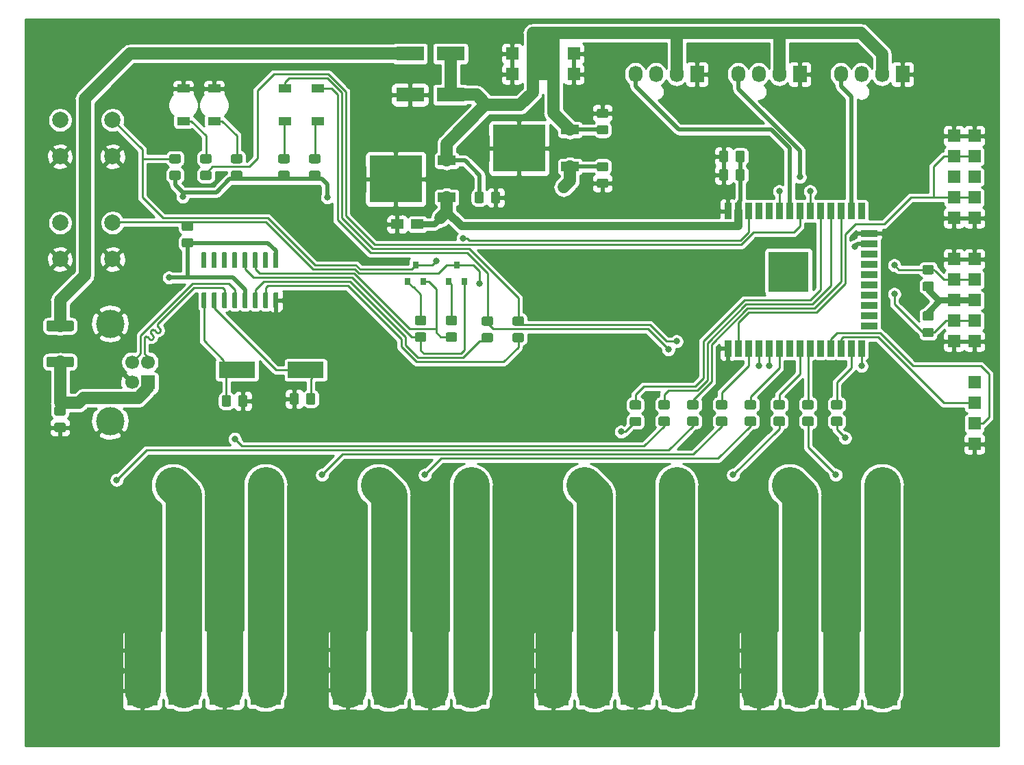
<source format=gbr>
G04 #@! TF.GenerationSoftware,KiCad,Pcbnew,5.1.5-52549c5~84~ubuntu18.04.1*
G04 #@! TF.CreationDate,2020-02-09T13:15:16+01:00*
G04 #@! TF.ProjectId,E32CB_R2,45333243-425f-4523-922e-6b696361645f,rev?*
G04 #@! TF.SameCoordinates,Original*
G04 #@! TF.FileFunction,Copper,L2,Bot*
G04 #@! TF.FilePolarity,Positive*
%FSLAX46Y46*%
G04 Gerber Fmt 4.6, Leading zero omitted, Abs format (unit mm)*
G04 Created by KiCad (PCBNEW 5.1.5-52549c5~84~ubuntu18.04.1) date 2020-02-09 13:15:16*
%MOMM*%
%LPD*%
G04 APERTURE LIST*
%ADD10R,4.500000X2.000000*%
%ADD11R,3.500000X1.800000*%
%ADD12C,0.100000*%
%ADD13R,1.500000X1.250000*%
%ADD14R,0.900000X2.000000*%
%ADD15R,2.000000X0.900000*%
%ADD16R,5.000000X5.000000*%
%ADD17R,1.500000X1.050000*%
%ADD18C,2.000000*%
%ADD19R,0.800000X0.900000*%
%ADD20C,3.500000*%
%ADD21C,1.700000*%
%ADD22R,1.700000X1.700000*%
%ADD23R,1.524000X1.524000*%
%ADD24R,3.810000X3.810000*%
%ADD25C,6.000000*%
%ADD26O,1.730000X2.030000*%
%ADD27R,1.730000X2.030000*%
%ADD28R,6.400000X5.800000*%
%ADD29R,2.200000X1.200000*%
%ADD30C,0.800000*%
%ADD31C,1.200000*%
%ADD32C,4.500000*%
%ADD33C,0.750000*%
%ADD34C,0.500000*%
%ADD35C,1.500000*%
%ADD36C,1.000000*%
%ADD37C,0.254000*%
G04 APERTURE END LIST*
D10*
X113320500Y-89916000D03*
X121820500Y-89916000D03*
D11*
X134700000Y-50800000D03*
X139700000Y-50800000D03*
G04 #@! TA.AperFunction,SMDPad,CuDef*
D12*
G36*
X158970505Y-66237204D02*
G01*
X158994773Y-66240804D01*
X159018572Y-66246765D01*
X159041671Y-66255030D01*
X159063850Y-66265520D01*
X159084893Y-66278132D01*
X159104599Y-66292747D01*
X159122777Y-66309223D01*
X159139253Y-66327401D01*
X159153868Y-66347107D01*
X159166480Y-66368150D01*
X159176970Y-66390329D01*
X159185235Y-66413428D01*
X159191196Y-66437227D01*
X159194796Y-66461495D01*
X159196000Y-66485999D01*
X159196000Y-67136001D01*
X159194796Y-67160505D01*
X159191196Y-67184773D01*
X159185235Y-67208572D01*
X159176970Y-67231671D01*
X159166480Y-67253850D01*
X159153868Y-67274893D01*
X159139253Y-67294599D01*
X159122777Y-67312777D01*
X159104599Y-67329253D01*
X159084893Y-67343868D01*
X159063850Y-67356480D01*
X159041671Y-67366970D01*
X159018572Y-67375235D01*
X158994773Y-67381196D01*
X158970505Y-67384796D01*
X158946001Y-67386000D01*
X158045999Y-67386000D01*
X158021495Y-67384796D01*
X157997227Y-67381196D01*
X157973428Y-67375235D01*
X157950329Y-67366970D01*
X157928150Y-67356480D01*
X157907107Y-67343868D01*
X157887401Y-67329253D01*
X157869223Y-67312777D01*
X157852747Y-67294599D01*
X157838132Y-67274893D01*
X157825520Y-67253850D01*
X157815030Y-67231671D01*
X157806765Y-67208572D01*
X157800804Y-67184773D01*
X157797204Y-67160505D01*
X157796000Y-67136001D01*
X157796000Y-66485999D01*
X157797204Y-66461495D01*
X157800804Y-66437227D01*
X157806765Y-66413428D01*
X157815030Y-66390329D01*
X157825520Y-66368150D01*
X157838132Y-66347107D01*
X157852747Y-66327401D01*
X157869223Y-66309223D01*
X157887401Y-66292747D01*
X157907107Y-66278132D01*
X157928150Y-66265520D01*
X157950329Y-66255030D01*
X157973428Y-66246765D01*
X157997227Y-66240804D01*
X158021495Y-66237204D01*
X158045999Y-66236000D01*
X158946001Y-66236000D01*
X158970505Y-66237204D01*
G37*
G04 #@! TD.AperFunction*
G04 #@! TA.AperFunction,SMDPad,CuDef*
G36*
X158970505Y-64187204D02*
G01*
X158994773Y-64190804D01*
X159018572Y-64196765D01*
X159041671Y-64205030D01*
X159063850Y-64215520D01*
X159084893Y-64228132D01*
X159104599Y-64242747D01*
X159122777Y-64259223D01*
X159139253Y-64277401D01*
X159153868Y-64297107D01*
X159166480Y-64318150D01*
X159176970Y-64340329D01*
X159185235Y-64363428D01*
X159191196Y-64387227D01*
X159194796Y-64411495D01*
X159196000Y-64435999D01*
X159196000Y-65086001D01*
X159194796Y-65110505D01*
X159191196Y-65134773D01*
X159185235Y-65158572D01*
X159176970Y-65181671D01*
X159166480Y-65203850D01*
X159153868Y-65224893D01*
X159139253Y-65244599D01*
X159122777Y-65262777D01*
X159104599Y-65279253D01*
X159084893Y-65293868D01*
X159063850Y-65306480D01*
X159041671Y-65316970D01*
X159018572Y-65325235D01*
X158994773Y-65331196D01*
X158970505Y-65334796D01*
X158946001Y-65336000D01*
X158045999Y-65336000D01*
X158021495Y-65334796D01*
X157997227Y-65331196D01*
X157973428Y-65325235D01*
X157950329Y-65316970D01*
X157928150Y-65306480D01*
X157907107Y-65293868D01*
X157887401Y-65279253D01*
X157869223Y-65262777D01*
X157852747Y-65244599D01*
X157838132Y-65224893D01*
X157825520Y-65203850D01*
X157815030Y-65181671D01*
X157806765Y-65158572D01*
X157800804Y-65134773D01*
X157797204Y-65110505D01*
X157796000Y-65086001D01*
X157796000Y-64435999D01*
X157797204Y-64411495D01*
X157800804Y-64387227D01*
X157806765Y-64363428D01*
X157815030Y-64340329D01*
X157825520Y-64318150D01*
X157838132Y-64297107D01*
X157852747Y-64277401D01*
X157869223Y-64259223D01*
X157887401Y-64242747D01*
X157907107Y-64228132D01*
X157928150Y-64215520D01*
X157950329Y-64205030D01*
X157973428Y-64196765D01*
X157997227Y-64190804D01*
X158021495Y-64187204D01*
X158045999Y-64186000D01*
X158946001Y-64186000D01*
X158970505Y-64187204D01*
G37*
G04 #@! TD.AperFunction*
G04 #@! TA.AperFunction,SMDPad,CuDef*
G36*
X158970505Y-57583204D02*
G01*
X158994773Y-57586804D01*
X159018572Y-57592765D01*
X159041671Y-57601030D01*
X159063850Y-57611520D01*
X159084893Y-57624132D01*
X159104599Y-57638747D01*
X159122777Y-57655223D01*
X159139253Y-57673401D01*
X159153868Y-57693107D01*
X159166480Y-57714150D01*
X159176970Y-57736329D01*
X159185235Y-57759428D01*
X159191196Y-57783227D01*
X159194796Y-57807495D01*
X159196000Y-57831999D01*
X159196000Y-58482001D01*
X159194796Y-58506505D01*
X159191196Y-58530773D01*
X159185235Y-58554572D01*
X159176970Y-58577671D01*
X159166480Y-58599850D01*
X159153868Y-58620893D01*
X159139253Y-58640599D01*
X159122777Y-58658777D01*
X159104599Y-58675253D01*
X159084893Y-58689868D01*
X159063850Y-58702480D01*
X159041671Y-58712970D01*
X159018572Y-58721235D01*
X158994773Y-58727196D01*
X158970505Y-58730796D01*
X158946001Y-58732000D01*
X158045999Y-58732000D01*
X158021495Y-58730796D01*
X157997227Y-58727196D01*
X157973428Y-58721235D01*
X157950329Y-58712970D01*
X157928150Y-58702480D01*
X157907107Y-58689868D01*
X157887401Y-58675253D01*
X157869223Y-58658777D01*
X157852747Y-58640599D01*
X157838132Y-58620893D01*
X157825520Y-58599850D01*
X157815030Y-58577671D01*
X157806765Y-58554572D01*
X157800804Y-58530773D01*
X157797204Y-58506505D01*
X157796000Y-58482001D01*
X157796000Y-57831999D01*
X157797204Y-57807495D01*
X157800804Y-57783227D01*
X157806765Y-57759428D01*
X157815030Y-57736329D01*
X157825520Y-57714150D01*
X157838132Y-57693107D01*
X157852747Y-57673401D01*
X157869223Y-57655223D01*
X157887401Y-57638747D01*
X157907107Y-57624132D01*
X157928150Y-57611520D01*
X157950329Y-57601030D01*
X157973428Y-57592765D01*
X157997227Y-57586804D01*
X158021495Y-57583204D01*
X158045999Y-57582000D01*
X158946001Y-57582000D01*
X158970505Y-57583204D01*
G37*
G04 #@! TD.AperFunction*
G04 #@! TA.AperFunction,SMDPad,CuDef*
G36*
X158970505Y-59633204D02*
G01*
X158994773Y-59636804D01*
X159018572Y-59642765D01*
X159041671Y-59651030D01*
X159063850Y-59661520D01*
X159084893Y-59674132D01*
X159104599Y-59688747D01*
X159122777Y-59705223D01*
X159139253Y-59723401D01*
X159153868Y-59743107D01*
X159166480Y-59764150D01*
X159176970Y-59786329D01*
X159185235Y-59809428D01*
X159191196Y-59833227D01*
X159194796Y-59857495D01*
X159196000Y-59881999D01*
X159196000Y-60532001D01*
X159194796Y-60556505D01*
X159191196Y-60580773D01*
X159185235Y-60604572D01*
X159176970Y-60627671D01*
X159166480Y-60649850D01*
X159153868Y-60670893D01*
X159139253Y-60690599D01*
X159122777Y-60708777D01*
X159104599Y-60725253D01*
X159084893Y-60739868D01*
X159063850Y-60752480D01*
X159041671Y-60762970D01*
X159018572Y-60771235D01*
X158994773Y-60777196D01*
X158970505Y-60780796D01*
X158946001Y-60782000D01*
X158045999Y-60782000D01*
X158021495Y-60780796D01*
X157997227Y-60777196D01*
X157973428Y-60771235D01*
X157950329Y-60762970D01*
X157928150Y-60752480D01*
X157907107Y-60739868D01*
X157887401Y-60725253D01*
X157869223Y-60708777D01*
X157852747Y-60690599D01*
X157838132Y-60670893D01*
X157825520Y-60649850D01*
X157815030Y-60627671D01*
X157806765Y-60604572D01*
X157800804Y-60580773D01*
X157797204Y-60556505D01*
X157796000Y-60532001D01*
X157796000Y-59881999D01*
X157797204Y-59857495D01*
X157800804Y-59833227D01*
X157806765Y-59809428D01*
X157815030Y-59786329D01*
X157825520Y-59764150D01*
X157838132Y-59743107D01*
X157852747Y-59723401D01*
X157869223Y-59705223D01*
X157887401Y-59688747D01*
X157907107Y-59674132D01*
X157928150Y-59661520D01*
X157950329Y-59651030D01*
X157973428Y-59642765D01*
X157997227Y-59636804D01*
X158021495Y-59633204D01*
X158045999Y-59632000D01*
X158946001Y-59632000D01*
X158970505Y-59633204D01*
G37*
G04 #@! TD.AperFunction*
G04 #@! TA.AperFunction,SMDPad,CuDef*
G36*
X91914505Y-96431204D02*
G01*
X91938773Y-96434804D01*
X91962572Y-96440765D01*
X91985671Y-96449030D01*
X92007850Y-96459520D01*
X92028893Y-96472132D01*
X92048599Y-96486747D01*
X92066777Y-96503223D01*
X92083253Y-96521401D01*
X92097868Y-96541107D01*
X92110480Y-96562150D01*
X92120970Y-96584329D01*
X92129235Y-96607428D01*
X92135196Y-96631227D01*
X92138796Y-96655495D01*
X92140000Y-96679999D01*
X92140000Y-97330001D01*
X92138796Y-97354505D01*
X92135196Y-97378773D01*
X92129235Y-97402572D01*
X92120970Y-97425671D01*
X92110480Y-97447850D01*
X92097868Y-97468893D01*
X92083253Y-97488599D01*
X92066777Y-97506777D01*
X92048599Y-97523253D01*
X92028893Y-97537868D01*
X92007850Y-97550480D01*
X91985671Y-97560970D01*
X91962572Y-97569235D01*
X91938773Y-97575196D01*
X91914505Y-97578796D01*
X91890001Y-97580000D01*
X90989999Y-97580000D01*
X90965495Y-97578796D01*
X90941227Y-97575196D01*
X90917428Y-97569235D01*
X90894329Y-97560970D01*
X90872150Y-97550480D01*
X90851107Y-97537868D01*
X90831401Y-97523253D01*
X90813223Y-97506777D01*
X90796747Y-97488599D01*
X90782132Y-97468893D01*
X90769520Y-97447850D01*
X90759030Y-97425671D01*
X90750765Y-97402572D01*
X90744804Y-97378773D01*
X90741204Y-97354505D01*
X90740000Y-97330001D01*
X90740000Y-96679999D01*
X90741204Y-96655495D01*
X90744804Y-96631227D01*
X90750765Y-96607428D01*
X90759030Y-96584329D01*
X90769520Y-96562150D01*
X90782132Y-96541107D01*
X90796747Y-96521401D01*
X90813223Y-96503223D01*
X90831401Y-96486747D01*
X90851107Y-96472132D01*
X90872150Y-96459520D01*
X90894329Y-96449030D01*
X90917428Y-96440765D01*
X90941227Y-96434804D01*
X90965495Y-96431204D01*
X90989999Y-96430000D01*
X91890001Y-96430000D01*
X91914505Y-96431204D01*
G37*
G04 #@! TD.AperFunction*
G04 #@! TA.AperFunction,SMDPad,CuDef*
G36*
X91914505Y-94381204D02*
G01*
X91938773Y-94384804D01*
X91962572Y-94390765D01*
X91985671Y-94399030D01*
X92007850Y-94409520D01*
X92028893Y-94422132D01*
X92048599Y-94436747D01*
X92066777Y-94453223D01*
X92083253Y-94471401D01*
X92097868Y-94491107D01*
X92110480Y-94512150D01*
X92120970Y-94534329D01*
X92129235Y-94557428D01*
X92135196Y-94581227D01*
X92138796Y-94605495D01*
X92140000Y-94629999D01*
X92140000Y-95280001D01*
X92138796Y-95304505D01*
X92135196Y-95328773D01*
X92129235Y-95352572D01*
X92120970Y-95375671D01*
X92110480Y-95397850D01*
X92097868Y-95418893D01*
X92083253Y-95438599D01*
X92066777Y-95456777D01*
X92048599Y-95473253D01*
X92028893Y-95487868D01*
X92007850Y-95500480D01*
X91985671Y-95510970D01*
X91962572Y-95519235D01*
X91938773Y-95525196D01*
X91914505Y-95528796D01*
X91890001Y-95530000D01*
X90989999Y-95530000D01*
X90965495Y-95528796D01*
X90941227Y-95525196D01*
X90917428Y-95519235D01*
X90894329Y-95510970D01*
X90872150Y-95500480D01*
X90851107Y-95487868D01*
X90831401Y-95473253D01*
X90813223Y-95456777D01*
X90796747Y-95438599D01*
X90782132Y-95418893D01*
X90769520Y-95397850D01*
X90759030Y-95375671D01*
X90750765Y-95352572D01*
X90744804Y-95328773D01*
X90741204Y-95304505D01*
X90740000Y-95280001D01*
X90740000Y-94629999D01*
X90741204Y-94605495D01*
X90744804Y-94581227D01*
X90750765Y-94557428D01*
X90759030Y-94534329D01*
X90769520Y-94512150D01*
X90782132Y-94491107D01*
X90796747Y-94471401D01*
X90813223Y-94453223D01*
X90831401Y-94436747D01*
X90851107Y-94422132D01*
X90872150Y-94409520D01*
X90894329Y-94399030D01*
X90917428Y-94390765D01*
X90941227Y-94384804D01*
X90965495Y-94381204D01*
X90989999Y-94380000D01*
X91890001Y-94380000D01*
X91914505Y-94381204D01*
G37*
G04 #@! TD.AperFunction*
G04 #@! TA.AperFunction,SMDPad,CuDef*
G36*
X114404505Y-93027204D02*
G01*
X114428773Y-93030804D01*
X114452572Y-93036765D01*
X114475671Y-93045030D01*
X114497850Y-93055520D01*
X114518893Y-93068132D01*
X114538599Y-93082747D01*
X114556777Y-93099223D01*
X114573253Y-93117401D01*
X114587868Y-93137107D01*
X114600480Y-93158150D01*
X114610970Y-93180329D01*
X114619235Y-93203428D01*
X114625196Y-93227227D01*
X114628796Y-93251495D01*
X114630000Y-93275999D01*
X114630000Y-94176001D01*
X114628796Y-94200505D01*
X114625196Y-94224773D01*
X114619235Y-94248572D01*
X114610970Y-94271671D01*
X114600480Y-94293850D01*
X114587868Y-94314893D01*
X114573253Y-94334599D01*
X114556777Y-94352777D01*
X114538599Y-94369253D01*
X114518893Y-94383868D01*
X114497850Y-94396480D01*
X114475671Y-94406970D01*
X114452572Y-94415235D01*
X114428773Y-94421196D01*
X114404505Y-94424796D01*
X114380001Y-94426000D01*
X113729999Y-94426000D01*
X113705495Y-94424796D01*
X113681227Y-94421196D01*
X113657428Y-94415235D01*
X113634329Y-94406970D01*
X113612150Y-94396480D01*
X113591107Y-94383868D01*
X113571401Y-94369253D01*
X113553223Y-94352777D01*
X113536747Y-94334599D01*
X113522132Y-94314893D01*
X113509520Y-94293850D01*
X113499030Y-94271671D01*
X113490765Y-94248572D01*
X113484804Y-94224773D01*
X113481204Y-94200505D01*
X113480000Y-94176001D01*
X113480000Y-93275999D01*
X113481204Y-93251495D01*
X113484804Y-93227227D01*
X113490765Y-93203428D01*
X113499030Y-93180329D01*
X113509520Y-93158150D01*
X113522132Y-93137107D01*
X113536747Y-93117401D01*
X113553223Y-93099223D01*
X113571401Y-93082747D01*
X113591107Y-93068132D01*
X113612150Y-93055520D01*
X113634329Y-93045030D01*
X113657428Y-93036765D01*
X113681227Y-93030804D01*
X113705495Y-93027204D01*
X113729999Y-93026000D01*
X114380001Y-93026000D01*
X114404505Y-93027204D01*
G37*
G04 #@! TD.AperFunction*
G04 #@! TA.AperFunction,SMDPad,CuDef*
G36*
X112354505Y-93027204D02*
G01*
X112378773Y-93030804D01*
X112402572Y-93036765D01*
X112425671Y-93045030D01*
X112447850Y-93055520D01*
X112468893Y-93068132D01*
X112488599Y-93082747D01*
X112506777Y-93099223D01*
X112523253Y-93117401D01*
X112537868Y-93137107D01*
X112550480Y-93158150D01*
X112560970Y-93180329D01*
X112569235Y-93203428D01*
X112575196Y-93227227D01*
X112578796Y-93251495D01*
X112580000Y-93275999D01*
X112580000Y-94176001D01*
X112578796Y-94200505D01*
X112575196Y-94224773D01*
X112569235Y-94248572D01*
X112560970Y-94271671D01*
X112550480Y-94293850D01*
X112537868Y-94314893D01*
X112523253Y-94334599D01*
X112506777Y-94352777D01*
X112488599Y-94369253D01*
X112468893Y-94383868D01*
X112447850Y-94396480D01*
X112425671Y-94406970D01*
X112402572Y-94415235D01*
X112378773Y-94421196D01*
X112354505Y-94424796D01*
X112330001Y-94426000D01*
X111679999Y-94426000D01*
X111655495Y-94424796D01*
X111631227Y-94421196D01*
X111607428Y-94415235D01*
X111584329Y-94406970D01*
X111562150Y-94396480D01*
X111541107Y-94383868D01*
X111521401Y-94369253D01*
X111503223Y-94352777D01*
X111486747Y-94334599D01*
X111472132Y-94314893D01*
X111459520Y-94293850D01*
X111449030Y-94271671D01*
X111440765Y-94248572D01*
X111434804Y-94224773D01*
X111431204Y-94200505D01*
X111430000Y-94176001D01*
X111430000Y-93275999D01*
X111431204Y-93251495D01*
X111434804Y-93227227D01*
X111440765Y-93203428D01*
X111449030Y-93180329D01*
X111459520Y-93158150D01*
X111472132Y-93137107D01*
X111486747Y-93117401D01*
X111503223Y-93099223D01*
X111521401Y-93082747D01*
X111541107Y-93068132D01*
X111562150Y-93055520D01*
X111584329Y-93045030D01*
X111607428Y-93036765D01*
X111631227Y-93030804D01*
X111655495Y-93027204D01*
X111679999Y-93026000D01*
X112330001Y-93026000D01*
X112354505Y-93027204D01*
G37*
G04 #@! TD.AperFunction*
G04 #@! TA.AperFunction,SMDPad,CuDef*
G36*
X120736505Y-92773204D02*
G01*
X120760773Y-92776804D01*
X120784572Y-92782765D01*
X120807671Y-92791030D01*
X120829850Y-92801520D01*
X120850893Y-92814132D01*
X120870599Y-92828747D01*
X120888777Y-92845223D01*
X120905253Y-92863401D01*
X120919868Y-92883107D01*
X120932480Y-92904150D01*
X120942970Y-92926329D01*
X120951235Y-92949428D01*
X120957196Y-92973227D01*
X120960796Y-92997495D01*
X120962000Y-93021999D01*
X120962000Y-93922001D01*
X120960796Y-93946505D01*
X120957196Y-93970773D01*
X120951235Y-93994572D01*
X120942970Y-94017671D01*
X120932480Y-94039850D01*
X120919868Y-94060893D01*
X120905253Y-94080599D01*
X120888777Y-94098777D01*
X120870599Y-94115253D01*
X120850893Y-94129868D01*
X120829850Y-94142480D01*
X120807671Y-94152970D01*
X120784572Y-94161235D01*
X120760773Y-94167196D01*
X120736505Y-94170796D01*
X120712001Y-94172000D01*
X120061999Y-94172000D01*
X120037495Y-94170796D01*
X120013227Y-94167196D01*
X119989428Y-94161235D01*
X119966329Y-94152970D01*
X119944150Y-94142480D01*
X119923107Y-94129868D01*
X119903401Y-94115253D01*
X119885223Y-94098777D01*
X119868747Y-94080599D01*
X119854132Y-94060893D01*
X119841520Y-94039850D01*
X119831030Y-94017671D01*
X119822765Y-93994572D01*
X119816804Y-93970773D01*
X119813204Y-93946505D01*
X119812000Y-93922001D01*
X119812000Y-93021999D01*
X119813204Y-92997495D01*
X119816804Y-92973227D01*
X119822765Y-92949428D01*
X119831030Y-92926329D01*
X119841520Y-92904150D01*
X119854132Y-92883107D01*
X119868747Y-92863401D01*
X119885223Y-92845223D01*
X119903401Y-92828747D01*
X119923107Y-92814132D01*
X119944150Y-92801520D01*
X119966329Y-92791030D01*
X119989428Y-92782765D01*
X120013227Y-92776804D01*
X120037495Y-92773204D01*
X120061999Y-92772000D01*
X120712001Y-92772000D01*
X120736505Y-92773204D01*
G37*
G04 #@! TD.AperFunction*
G04 #@! TA.AperFunction,SMDPad,CuDef*
G36*
X122786505Y-92773204D02*
G01*
X122810773Y-92776804D01*
X122834572Y-92782765D01*
X122857671Y-92791030D01*
X122879850Y-92801520D01*
X122900893Y-92814132D01*
X122920599Y-92828747D01*
X122938777Y-92845223D01*
X122955253Y-92863401D01*
X122969868Y-92883107D01*
X122982480Y-92904150D01*
X122992970Y-92926329D01*
X123001235Y-92949428D01*
X123007196Y-92973227D01*
X123010796Y-92997495D01*
X123012000Y-93021999D01*
X123012000Y-93922001D01*
X123010796Y-93946505D01*
X123007196Y-93970773D01*
X123001235Y-93994572D01*
X122992970Y-94017671D01*
X122982480Y-94039850D01*
X122969868Y-94060893D01*
X122955253Y-94080599D01*
X122938777Y-94098777D01*
X122920599Y-94115253D01*
X122900893Y-94129868D01*
X122879850Y-94142480D01*
X122857671Y-94152970D01*
X122834572Y-94161235D01*
X122810773Y-94167196D01*
X122786505Y-94170796D01*
X122762001Y-94172000D01*
X122111999Y-94172000D01*
X122087495Y-94170796D01*
X122063227Y-94167196D01*
X122039428Y-94161235D01*
X122016329Y-94152970D01*
X121994150Y-94142480D01*
X121973107Y-94129868D01*
X121953401Y-94115253D01*
X121935223Y-94098777D01*
X121918747Y-94080599D01*
X121904132Y-94060893D01*
X121891520Y-94039850D01*
X121881030Y-94017671D01*
X121872765Y-93994572D01*
X121866804Y-93970773D01*
X121863204Y-93946505D01*
X121862000Y-93922001D01*
X121862000Y-93021999D01*
X121863204Y-92997495D01*
X121866804Y-92973227D01*
X121872765Y-92949428D01*
X121881030Y-92926329D01*
X121891520Y-92904150D01*
X121904132Y-92883107D01*
X121918747Y-92863401D01*
X121935223Y-92845223D01*
X121953401Y-92828747D01*
X121973107Y-92814132D01*
X121994150Y-92801520D01*
X122016329Y-92791030D01*
X122039428Y-92782765D01*
X122063227Y-92776804D01*
X122087495Y-92773204D01*
X122111999Y-92772000D01*
X122762001Y-92772000D01*
X122786505Y-92773204D01*
G37*
G04 #@! TD.AperFunction*
G04 #@! TA.AperFunction,SMDPad,CuDef*
G36*
X145646505Y-67881204D02*
G01*
X145670773Y-67884804D01*
X145694572Y-67890765D01*
X145717671Y-67899030D01*
X145739850Y-67909520D01*
X145760893Y-67922132D01*
X145780599Y-67936747D01*
X145798777Y-67953223D01*
X145815253Y-67971401D01*
X145829868Y-67991107D01*
X145842480Y-68012150D01*
X145852970Y-68034329D01*
X145861235Y-68057428D01*
X145867196Y-68081227D01*
X145870796Y-68105495D01*
X145872000Y-68129999D01*
X145872000Y-69030001D01*
X145870796Y-69054505D01*
X145867196Y-69078773D01*
X145861235Y-69102572D01*
X145852970Y-69125671D01*
X145842480Y-69147850D01*
X145829868Y-69168893D01*
X145815253Y-69188599D01*
X145798777Y-69206777D01*
X145780599Y-69223253D01*
X145760893Y-69237868D01*
X145739850Y-69250480D01*
X145717671Y-69260970D01*
X145694572Y-69269235D01*
X145670773Y-69275196D01*
X145646505Y-69278796D01*
X145622001Y-69280000D01*
X144971999Y-69280000D01*
X144947495Y-69278796D01*
X144923227Y-69275196D01*
X144899428Y-69269235D01*
X144876329Y-69260970D01*
X144854150Y-69250480D01*
X144833107Y-69237868D01*
X144813401Y-69223253D01*
X144795223Y-69206777D01*
X144778747Y-69188599D01*
X144764132Y-69168893D01*
X144751520Y-69147850D01*
X144741030Y-69125671D01*
X144732765Y-69102572D01*
X144726804Y-69078773D01*
X144723204Y-69054505D01*
X144722000Y-69030001D01*
X144722000Y-68129999D01*
X144723204Y-68105495D01*
X144726804Y-68081227D01*
X144732765Y-68057428D01*
X144741030Y-68034329D01*
X144751520Y-68012150D01*
X144764132Y-67991107D01*
X144778747Y-67971401D01*
X144795223Y-67953223D01*
X144813401Y-67936747D01*
X144833107Y-67922132D01*
X144854150Y-67909520D01*
X144876329Y-67899030D01*
X144899428Y-67890765D01*
X144923227Y-67884804D01*
X144947495Y-67881204D01*
X144971999Y-67880000D01*
X145622001Y-67880000D01*
X145646505Y-67881204D01*
G37*
G04 #@! TD.AperFunction*
G04 #@! TA.AperFunction,SMDPad,CuDef*
G36*
X143596505Y-67881204D02*
G01*
X143620773Y-67884804D01*
X143644572Y-67890765D01*
X143667671Y-67899030D01*
X143689850Y-67909520D01*
X143710893Y-67922132D01*
X143730599Y-67936747D01*
X143748777Y-67953223D01*
X143765253Y-67971401D01*
X143779868Y-67991107D01*
X143792480Y-68012150D01*
X143802970Y-68034329D01*
X143811235Y-68057428D01*
X143817196Y-68081227D01*
X143820796Y-68105495D01*
X143822000Y-68129999D01*
X143822000Y-69030001D01*
X143820796Y-69054505D01*
X143817196Y-69078773D01*
X143811235Y-69102572D01*
X143802970Y-69125671D01*
X143792480Y-69147850D01*
X143779868Y-69168893D01*
X143765253Y-69188599D01*
X143748777Y-69206777D01*
X143730599Y-69223253D01*
X143710893Y-69237868D01*
X143689850Y-69250480D01*
X143667671Y-69260970D01*
X143644572Y-69269235D01*
X143620773Y-69275196D01*
X143596505Y-69278796D01*
X143572001Y-69280000D01*
X142921999Y-69280000D01*
X142897495Y-69278796D01*
X142873227Y-69275196D01*
X142849428Y-69269235D01*
X142826329Y-69260970D01*
X142804150Y-69250480D01*
X142783107Y-69237868D01*
X142763401Y-69223253D01*
X142745223Y-69206777D01*
X142728747Y-69188599D01*
X142714132Y-69168893D01*
X142701520Y-69147850D01*
X142691030Y-69125671D01*
X142682765Y-69102572D01*
X142676804Y-69078773D01*
X142673204Y-69054505D01*
X142672000Y-69030001D01*
X142672000Y-68129999D01*
X142673204Y-68105495D01*
X142676804Y-68081227D01*
X142682765Y-68057428D01*
X142691030Y-68034329D01*
X142701520Y-68012150D01*
X142714132Y-67991107D01*
X142728747Y-67971401D01*
X142745223Y-67953223D01*
X142763401Y-67936747D01*
X142783107Y-67922132D01*
X142804150Y-67909520D01*
X142826329Y-67899030D01*
X142849428Y-67890765D01*
X142873227Y-67884804D01*
X142897495Y-67881204D01*
X142921999Y-67880000D01*
X143572001Y-67880000D01*
X143596505Y-67881204D01*
G37*
G04 #@! TD.AperFunction*
G04 #@! TA.AperFunction,SMDPad,CuDef*
G36*
X173822505Y-62801204D02*
G01*
X173846773Y-62804804D01*
X173870572Y-62810765D01*
X173893671Y-62819030D01*
X173915850Y-62829520D01*
X173936893Y-62842132D01*
X173956599Y-62856747D01*
X173974777Y-62873223D01*
X173991253Y-62891401D01*
X174005868Y-62911107D01*
X174018480Y-62932150D01*
X174028970Y-62954329D01*
X174037235Y-62977428D01*
X174043196Y-63001227D01*
X174046796Y-63025495D01*
X174048000Y-63049999D01*
X174048000Y-63950001D01*
X174046796Y-63974505D01*
X174043196Y-63998773D01*
X174037235Y-64022572D01*
X174028970Y-64045671D01*
X174018480Y-64067850D01*
X174005868Y-64088893D01*
X173991253Y-64108599D01*
X173974777Y-64126777D01*
X173956599Y-64143253D01*
X173936893Y-64157868D01*
X173915850Y-64170480D01*
X173893671Y-64180970D01*
X173870572Y-64189235D01*
X173846773Y-64195196D01*
X173822505Y-64198796D01*
X173798001Y-64200000D01*
X173147999Y-64200000D01*
X173123495Y-64198796D01*
X173099227Y-64195196D01*
X173075428Y-64189235D01*
X173052329Y-64180970D01*
X173030150Y-64170480D01*
X173009107Y-64157868D01*
X172989401Y-64143253D01*
X172971223Y-64126777D01*
X172954747Y-64108599D01*
X172940132Y-64088893D01*
X172927520Y-64067850D01*
X172917030Y-64045671D01*
X172908765Y-64022572D01*
X172902804Y-63998773D01*
X172899204Y-63974505D01*
X172898000Y-63950001D01*
X172898000Y-63049999D01*
X172899204Y-63025495D01*
X172902804Y-63001227D01*
X172908765Y-62977428D01*
X172917030Y-62954329D01*
X172927520Y-62932150D01*
X172940132Y-62911107D01*
X172954747Y-62891401D01*
X172971223Y-62873223D01*
X172989401Y-62856747D01*
X173009107Y-62842132D01*
X173030150Y-62829520D01*
X173052329Y-62819030D01*
X173075428Y-62810765D01*
X173099227Y-62804804D01*
X173123495Y-62801204D01*
X173147999Y-62800000D01*
X173798001Y-62800000D01*
X173822505Y-62801204D01*
G37*
G04 #@! TD.AperFunction*
G04 #@! TA.AperFunction,SMDPad,CuDef*
G36*
X175872505Y-62801204D02*
G01*
X175896773Y-62804804D01*
X175920572Y-62810765D01*
X175943671Y-62819030D01*
X175965850Y-62829520D01*
X175986893Y-62842132D01*
X176006599Y-62856747D01*
X176024777Y-62873223D01*
X176041253Y-62891401D01*
X176055868Y-62911107D01*
X176068480Y-62932150D01*
X176078970Y-62954329D01*
X176087235Y-62977428D01*
X176093196Y-63001227D01*
X176096796Y-63025495D01*
X176098000Y-63049999D01*
X176098000Y-63950001D01*
X176096796Y-63974505D01*
X176093196Y-63998773D01*
X176087235Y-64022572D01*
X176078970Y-64045671D01*
X176068480Y-64067850D01*
X176055868Y-64088893D01*
X176041253Y-64108599D01*
X176024777Y-64126777D01*
X176006599Y-64143253D01*
X175986893Y-64157868D01*
X175965850Y-64170480D01*
X175943671Y-64180970D01*
X175920572Y-64189235D01*
X175896773Y-64195196D01*
X175872505Y-64198796D01*
X175848001Y-64200000D01*
X175197999Y-64200000D01*
X175173495Y-64198796D01*
X175149227Y-64195196D01*
X175125428Y-64189235D01*
X175102329Y-64180970D01*
X175080150Y-64170480D01*
X175059107Y-64157868D01*
X175039401Y-64143253D01*
X175021223Y-64126777D01*
X175004747Y-64108599D01*
X174990132Y-64088893D01*
X174977520Y-64067850D01*
X174967030Y-64045671D01*
X174958765Y-64022572D01*
X174952804Y-63998773D01*
X174949204Y-63974505D01*
X174948000Y-63950001D01*
X174948000Y-63049999D01*
X174949204Y-63025495D01*
X174952804Y-63001227D01*
X174958765Y-62977428D01*
X174967030Y-62954329D01*
X174977520Y-62932150D01*
X174990132Y-62911107D01*
X175004747Y-62891401D01*
X175021223Y-62873223D01*
X175039401Y-62856747D01*
X175059107Y-62842132D01*
X175080150Y-62829520D01*
X175102329Y-62819030D01*
X175125428Y-62810765D01*
X175149227Y-62804804D01*
X175173495Y-62801204D01*
X175197999Y-62800000D01*
X175848001Y-62800000D01*
X175872505Y-62801204D01*
G37*
G04 #@! TD.AperFunction*
G04 #@! TA.AperFunction,SMDPad,CuDef*
G36*
X173822505Y-65087204D02*
G01*
X173846773Y-65090804D01*
X173870572Y-65096765D01*
X173893671Y-65105030D01*
X173915850Y-65115520D01*
X173936893Y-65128132D01*
X173956599Y-65142747D01*
X173974777Y-65159223D01*
X173991253Y-65177401D01*
X174005868Y-65197107D01*
X174018480Y-65218150D01*
X174028970Y-65240329D01*
X174037235Y-65263428D01*
X174043196Y-65287227D01*
X174046796Y-65311495D01*
X174048000Y-65335999D01*
X174048000Y-66236001D01*
X174046796Y-66260505D01*
X174043196Y-66284773D01*
X174037235Y-66308572D01*
X174028970Y-66331671D01*
X174018480Y-66353850D01*
X174005868Y-66374893D01*
X173991253Y-66394599D01*
X173974777Y-66412777D01*
X173956599Y-66429253D01*
X173936893Y-66443868D01*
X173915850Y-66456480D01*
X173893671Y-66466970D01*
X173870572Y-66475235D01*
X173846773Y-66481196D01*
X173822505Y-66484796D01*
X173798001Y-66486000D01*
X173147999Y-66486000D01*
X173123495Y-66484796D01*
X173099227Y-66481196D01*
X173075428Y-66475235D01*
X173052329Y-66466970D01*
X173030150Y-66456480D01*
X173009107Y-66443868D01*
X172989401Y-66429253D01*
X172971223Y-66412777D01*
X172954747Y-66394599D01*
X172940132Y-66374893D01*
X172927520Y-66353850D01*
X172917030Y-66331671D01*
X172908765Y-66308572D01*
X172902804Y-66284773D01*
X172899204Y-66260505D01*
X172898000Y-66236001D01*
X172898000Y-65335999D01*
X172899204Y-65311495D01*
X172902804Y-65287227D01*
X172908765Y-65263428D01*
X172917030Y-65240329D01*
X172927520Y-65218150D01*
X172940132Y-65197107D01*
X172954747Y-65177401D01*
X172971223Y-65159223D01*
X172989401Y-65142747D01*
X173009107Y-65128132D01*
X173030150Y-65115520D01*
X173052329Y-65105030D01*
X173075428Y-65096765D01*
X173099227Y-65090804D01*
X173123495Y-65087204D01*
X173147999Y-65086000D01*
X173798001Y-65086000D01*
X173822505Y-65087204D01*
G37*
G04 #@! TD.AperFunction*
G04 #@! TA.AperFunction,SMDPad,CuDef*
G36*
X175872505Y-65087204D02*
G01*
X175896773Y-65090804D01*
X175920572Y-65096765D01*
X175943671Y-65105030D01*
X175965850Y-65115520D01*
X175986893Y-65128132D01*
X176006599Y-65142747D01*
X176024777Y-65159223D01*
X176041253Y-65177401D01*
X176055868Y-65197107D01*
X176068480Y-65218150D01*
X176078970Y-65240329D01*
X176087235Y-65263428D01*
X176093196Y-65287227D01*
X176096796Y-65311495D01*
X176098000Y-65335999D01*
X176098000Y-66236001D01*
X176096796Y-66260505D01*
X176093196Y-66284773D01*
X176087235Y-66308572D01*
X176078970Y-66331671D01*
X176068480Y-66353850D01*
X176055868Y-66374893D01*
X176041253Y-66394599D01*
X176024777Y-66412777D01*
X176006599Y-66429253D01*
X175986893Y-66443868D01*
X175965850Y-66456480D01*
X175943671Y-66466970D01*
X175920572Y-66475235D01*
X175896773Y-66481196D01*
X175872505Y-66484796D01*
X175848001Y-66486000D01*
X175197999Y-66486000D01*
X175173495Y-66484796D01*
X175149227Y-66481196D01*
X175125428Y-66475235D01*
X175102329Y-66466970D01*
X175080150Y-66456480D01*
X175059107Y-66443868D01*
X175039401Y-66429253D01*
X175021223Y-66412777D01*
X175004747Y-66394599D01*
X174990132Y-66374893D01*
X174977520Y-66353850D01*
X174967030Y-66331671D01*
X174958765Y-66308572D01*
X174952804Y-66284773D01*
X174949204Y-66260505D01*
X174948000Y-66236001D01*
X174948000Y-65335999D01*
X174949204Y-65311495D01*
X174952804Y-65287227D01*
X174958765Y-65263428D01*
X174967030Y-65240329D01*
X174977520Y-65218150D01*
X174990132Y-65197107D01*
X175004747Y-65177401D01*
X175021223Y-65159223D01*
X175039401Y-65142747D01*
X175059107Y-65128132D01*
X175080150Y-65115520D01*
X175102329Y-65105030D01*
X175125428Y-65096765D01*
X175149227Y-65090804D01*
X175173495Y-65087204D01*
X175197999Y-65086000D01*
X175848001Y-65086000D01*
X175872505Y-65087204D01*
G37*
G04 #@! TD.AperFunction*
G04 #@! TA.AperFunction,SMDPad,CuDef*
G36*
X187926505Y-93614704D02*
G01*
X187950773Y-93618304D01*
X187974572Y-93624265D01*
X187997671Y-93632530D01*
X188019850Y-93643020D01*
X188040893Y-93655632D01*
X188060599Y-93670247D01*
X188078777Y-93686723D01*
X188095253Y-93704901D01*
X188109868Y-93724607D01*
X188122480Y-93745650D01*
X188132970Y-93767829D01*
X188141235Y-93790928D01*
X188147196Y-93814727D01*
X188150796Y-93838995D01*
X188152000Y-93863499D01*
X188152000Y-94513501D01*
X188150796Y-94538005D01*
X188147196Y-94562273D01*
X188141235Y-94586072D01*
X188132970Y-94609171D01*
X188122480Y-94631350D01*
X188109868Y-94652393D01*
X188095253Y-94672099D01*
X188078777Y-94690277D01*
X188060599Y-94706753D01*
X188040893Y-94721368D01*
X188019850Y-94733980D01*
X187997671Y-94744470D01*
X187974572Y-94752735D01*
X187950773Y-94758696D01*
X187926505Y-94762296D01*
X187902001Y-94763500D01*
X187001999Y-94763500D01*
X186977495Y-94762296D01*
X186953227Y-94758696D01*
X186929428Y-94752735D01*
X186906329Y-94744470D01*
X186884150Y-94733980D01*
X186863107Y-94721368D01*
X186843401Y-94706753D01*
X186825223Y-94690277D01*
X186808747Y-94672099D01*
X186794132Y-94652393D01*
X186781520Y-94631350D01*
X186771030Y-94609171D01*
X186762765Y-94586072D01*
X186756804Y-94562273D01*
X186753204Y-94538005D01*
X186752000Y-94513501D01*
X186752000Y-93863499D01*
X186753204Y-93838995D01*
X186756804Y-93814727D01*
X186762765Y-93790928D01*
X186771030Y-93767829D01*
X186781520Y-93745650D01*
X186794132Y-93724607D01*
X186808747Y-93704901D01*
X186825223Y-93686723D01*
X186843401Y-93670247D01*
X186863107Y-93655632D01*
X186884150Y-93643020D01*
X186906329Y-93632530D01*
X186929428Y-93624265D01*
X186953227Y-93618304D01*
X186977495Y-93614704D01*
X187001999Y-93613500D01*
X187902001Y-93613500D01*
X187926505Y-93614704D01*
G37*
G04 #@! TD.AperFunction*
G04 #@! TA.AperFunction,SMDPad,CuDef*
G36*
X187926505Y-95664704D02*
G01*
X187950773Y-95668304D01*
X187974572Y-95674265D01*
X187997671Y-95682530D01*
X188019850Y-95693020D01*
X188040893Y-95705632D01*
X188060599Y-95720247D01*
X188078777Y-95736723D01*
X188095253Y-95754901D01*
X188109868Y-95774607D01*
X188122480Y-95795650D01*
X188132970Y-95817829D01*
X188141235Y-95840928D01*
X188147196Y-95864727D01*
X188150796Y-95888995D01*
X188152000Y-95913499D01*
X188152000Y-96563501D01*
X188150796Y-96588005D01*
X188147196Y-96612273D01*
X188141235Y-96636072D01*
X188132970Y-96659171D01*
X188122480Y-96681350D01*
X188109868Y-96702393D01*
X188095253Y-96722099D01*
X188078777Y-96740277D01*
X188060599Y-96756753D01*
X188040893Y-96771368D01*
X188019850Y-96783980D01*
X187997671Y-96794470D01*
X187974572Y-96802735D01*
X187950773Y-96808696D01*
X187926505Y-96812296D01*
X187902001Y-96813500D01*
X187001999Y-96813500D01*
X186977495Y-96812296D01*
X186953227Y-96808696D01*
X186929428Y-96802735D01*
X186906329Y-96794470D01*
X186884150Y-96783980D01*
X186863107Y-96771368D01*
X186843401Y-96756753D01*
X186825223Y-96740277D01*
X186808747Y-96722099D01*
X186794132Y-96702393D01*
X186781520Y-96681350D01*
X186771030Y-96659171D01*
X186762765Y-96636072D01*
X186756804Y-96612273D01*
X186753204Y-96588005D01*
X186752000Y-96563501D01*
X186752000Y-95913499D01*
X186753204Y-95888995D01*
X186756804Y-95864727D01*
X186762765Y-95840928D01*
X186771030Y-95817829D01*
X186781520Y-95795650D01*
X186794132Y-95774607D01*
X186808747Y-95754901D01*
X186825223Y-95736723D01*
X186843401Y-95720247D01*
X186863107Y-95705632D01*
X186884150Y-95693020D01*
X186906329Y-95682530D01*
X186929428Y-95674265D01*
X186953227Y-95668304D01*
X186977495Y-95664704D01*
X187001999Y-95663500D01*
X187902001Y-95663500D01*
X187926505Y-95664704D01*
G37*
G04 #@! TD.AperFunction*
G04 #@! TA.AperFunction,SMDPad,CuDef*
G36*
X163034505Y-93642204D02*
G01*
X163058773Y-93645804D01*
X163082572Y-93651765D01*
X163105671Y-93660030D01*
X163127850Y-93670520D01*
X163148893Y-93683132D01*
X163168599Y-93697747D01*
X163186777Y-93714223D01*
X163203253Y-93732401D01*
X163217868Y-93752107D01*
X163230480Y-93773150D01*
X163240970Y-93795329D01*
X163249235Y-93818428D01*
X163255196Y-93842227D01*
X163258796Y-93866495D01*
X163260000Y-93890999D01*
X163260000Y-94541001D01*
X163258796Y-94565505D01*
X163255196Y-94589773D01*
X163249235Y-94613572D01*
X163240970Y-94636671D01*
X163230480Y-94658850D01*
X163217868Y-94679893D01*
X163203253Y-94699599D01*
X163186777Y-94717777D01*
X163168599Y-94734253D01*
X163148893Y-94748868D01*
X163127850Y-94761480D01*
X163105671Y-94771970D01*
X163082572Y-94780235D01*
X163058773Y-94786196D01*
X163034505Y-94789796D01*
X163010001Y-94791000D01*
X162109999Y-94791000D01*
X162085495Y-94789796D01*
X162061227Y-94786196D01*
X162037428Y-94780235D01*
X162014329Y-94771970D01*
X161992150Y-94761480D01*
X161971107Y-94748868D01*
X161951401Y-94734253D01*
X161933223Y-94717777D01*
X161916747Y-94699599D01*
X161902132Y-94679893D01*
X161889520Y-94658850D01*
X161879030Y-94636671D01*
X161870765Y-94613572D01*
X161864804Y-94589773D01*
X161861204Y-94565505D01*
X161860000Y-94541001D01*
X161860000Y-93890999D01*
X161861204Y-93866495D01*
X161864804Y-93842227D01*
X161870765Y-93818428D01*
X161879030Y-93795329D01*
X161889520Y-93773150D01*
X161902132Y-93752107D01*
X161916747Y-93732401D01*
X161933223Y-93714223D01*
X161951401Y-93697747D01*
X161971107Y-93683132D01*
X161992150Y-93670520D01*
X162014329Y-93660030D01*
X162037428Y-93651765D01*
X162061227Y-93645804D01*
X162085495Y-93642204D01*
X162109999Y-93641000D01*
X163010001Y-93641000D01*
X163034505Y-93642204D01*
G37*
G04 #@! TD.AperFunction*
G04 #@! TA.AperFunction,SMDPad,CuDef*
G36*
X163034505Y-95692204D02*
G01*
X163058773Y-95695804D01*
X163082572Y-95701765D01*
X163105671Y-95710030D01*
X163127850Y-95720520D01*
X163148893Y-95733132D01*
X163168599Y-95747747D01*
X163186777Y-95764223D01*
X163203253Y-95782401D01*
X163217868Y-95802107D01*
X163230480Y-95823150D01*
X163240970Y-95845329D01*
X163249235Y-95868428D01*
X163255196Y-95892227D01*
X163258796Y-95916495D01*
X163260000Y-95940999D01*
X163260000Y-96591001D01*
X163258796Y-96615505D01*
X163255196Y-96639773D01*
X163249235Y-96663572D01*
X163240970Y-96686671D01*
X163230480Y-96708850D01*
X163217868Y-96729893D01*
X163203253Y-96749599D01*
X163186777Y-96767777D01*
X163168599Y-96784253D01*
X163148893Y-96798868D01*
X163127850Y-96811480D01*
X163105671Y-96821970D01*
X163082572Y-96830235D01*
X163058773Y-96836196D01*
X163034505Y-96839796D01*
X163010001Y-96841000D01*
X162109999Y-96841000D01*
X162085495Y-96839796D01*
X162061227Y-96836196D01*
X162037428Y-96830235D01*
X162014329Y-96821970D01*
X161992150Y-96811480D01*
X161971107Y-96798868D01*
X161951401Y-96784253D01*
X161933223Y-96767777D01*
X161916747Y-96749599D01*
X161902132Y-96729893D01*
X161889520Y-96708850D01*
X161879030Y-96686671D01*
X161870765Y-96663572D01*
X161864804Y-96639773D01*
X161861204Y-96615505D01*
X161860000Y-96591001D01*
X161860000Y-95940999D01*
X161861204Y-95916495D01*
X161864804Y-95892227D01*
X161870765Y-95868428D01*
X161879030Y-95845329D01*
X161889520Y-95823150D01*
X161902132Y-95802107D01*
X161916747Y-95782401D01*
X161933223Y-95764223D01*
X161951401Y-95747747D01*
X161971107Y-95733132D01*
X161992150Y-95720520D01*
X162014329Y-95710030D01*
X162037428Y-95701765D01*
X162061227Y-95695804D01*
X162085495Y-95692204D01*
X162109999Y-95691000D01*
X163010001Y-95691000D01*
X163034505Y-95692204D01*
G37*
G04 #@! TD.AperFunction*
G04 #@! TA.AperFunction,SMDPad,CuDef*
G36*
X180814505Y-93614704D02*
G01*
X180838773Y-93618304D01*
X180862572Y-93624265D01*
X180885671Y-93632530D01*
X180907850Y-93643020D01*
X180928893Y-93655632D01*
X180948599Y-93670247D01*
X180966777Y-93686723D01*
X180983253Y-93704901D01*
X180997868Y-93724607D01*
X181010480Y-93745650D01*
X181020970Y-93767829D01*
X181029235Y-93790928D01*
X181035196Y-93814727D01*
X181038796Y-93838995D01*
X181040000Y-93863499D01*
X181040000Y-94513501D01*
X181038796Y-94538005D01*
X181035196Y-94562273D01*
X181029235Y-94586072D01*
X181020970Y-94609171D01*
X181010480Y-94631350D01*
X180997868Y-94652393D01*
X180983253Y-94672099D01*
X180966777Y-94690277D01*
X180948599Y-94706753D01*
X180928893Y-94721368D01*
X180907850Y-94733980D01*
X180885671Y-94744470D01*
X180862572Y-94752735D01*
X180838773Y-94758696D01*
X180814505Y-94762296D01*
X180790001Y-94763500D01*
X179889999Y-94763500D01*
X179865495Y-94762296D01*
X179841227Y-94758696D01*
X179817428Y-94752735D01*
X179794329Y-94744470D01*
X179772150Y-94733980D01*
X179751107Y-94721368D01*
X179731401Y-94706753D01*
X179713223Y-94690277D01*
X179696747Y-94672099D01*
X179682132Y-94652393D01*
X179669520Y-94631350D01*
X179659030Y-94609171D01*
X179650765Y-94586072D01*
X179644804Y-94562273D01*
X179641204Y-94538005D01*
X179640000Y-94513501D01*
X179640000Y-93863499D01*
X179641204Y-93838995D01*
X179644804Y-93814727D01*
X179650765Y-93790928D01*
X179659030Y-93767829D01*
X179669520Y-93745650D01*
X179682132Y-93724607D01*
X179696747Y-93704901D01*
X179713223Y-93686723D01*
X179731401Y-93670247D01*
X179751107Y-93655632D01*
X179772150Y-93643020D01*
X179794329Y-93632530D01*
X179817428Y-93624265D01*
X179841227Y-93618304D01*
X179865495Y-93614704D01*
X179889999Y-93613500D01*
X180790001Y-93613500D01*
X180814505Y-93614704D01*
G37*
G04 #@! TD.AperFunction*
G04 #@! TA.AperFunction,SMDPad,CuDef*
G36*
X180814505Y-95664704D02*
G01*
X180838773Y-95668304D01*
X180862572Y-95674265D01*
X180885671Y-95682530D01*
X180907850Y-95693020D01*
X180928893Y-95705632D01*
X180948599Y-95720247D01*
X180966777Y-95736723D01*
X180983253Y-95754901D01*
X180997868Y-95774607D01*
X181010480Y-95795650D01*
X181020970Y-95817829D01*
X181029235Y-95840928D01*
X181035196Y-95864727D01*
X181038796Y-95888995D01*
X181040000Y-95913499D01*
X181040000Y-96563501D01*
X181038796Y-96588005D01*
X181035196Y-96612273D01*
X181029235Y-96636072D01*
X181020970Y-96659171D01*
X181010480Y-96681350D01*
X180997868Y-96702393D01*
X180983253Y-96722099D01*
X180966777Y-96740277D01*
X180948599Y-96756753D01*
X180928893Y-96771368D01*
X180907850Y-96783980D01*
X180885671Y-96794470D01*
X180862572Y-96802735D01*
X180838773Y-96808696D01*
X180814505Y-96812296D01*
X180790001Y-96813500D01*
X179889999Y-96813500D01*
X179865495Y-96812296D01*
X179841227Y-96808696D01*
X179817428Y-96802735D01*
X179794329Y-96794470D01*
X179772150Y-96783980D01*
X179751107Y-96771368D01*
X179731401Y-96756753D01*
X179713223Y-96740277D01*
X179696747Y-96722099D01*
X179682132Y-96702393D01*
X179669520Y-96681350D01*
X179659030Y-96659171D01*
X179650765Y-96636072D01*
X179644804Y-96612273D01*
X179641204Y-96588005D01*
X179640000Y-96563501D01*
X179640000Y-95913499D01*
X179641204Y-95888995D01*
X179644804Y-95864727D01*
X179650765Y-95840928D01*
X179659030Y-95817829D01*
X179669520Y-95795650D01*
X179682132Y-95774607D01*
X179696747Y-95754901D01*
X179713223Y-95736723D01*
X179731401Y-95720247D01*
X179751107Y-95705632D01*
X179772150Y-95693020D01*
X179794329Y-95682530D01*
X179817428Y-95674265D01*
X179841227Y-95668304D01*
X179865495Y-95664704D01*
X179889999Y-95663500D01*
X180790001Y-95663500D01*
X180814505Y-95664704D01*
G37*
G04 #@! TD.AperFunction*
G04 #@! TA.AperFunction,SMDPad,CuDef*
G36*
X184370505Y-93614704D02*
G01*
X184394773Y-93618304D01*
X184418572Y-93624265D01*
X184441671Y-93632530D01*
X184463850Y-93643020D01*
X184484893Y-93655632D01*
X184504599Y-93670247D01*
X184522777Y-93686723D01*
X184539253Y-93704901D01*
X184553868Y-93724607D01*
X184566480Y-93745650D01*
X184576970Y-93767829D01*
X184585235Y-93790928D01*
X184591196Y-93814727D01*
X184594796Y-93838995D01*
X184596000Y-93863499D01*
X184596000Y-94513501D01*
X184594796Y-94538005D01*
X184591196Y-94562273D01*
X184585235Y-94586072D01*
X184576970Y-94609171D01*
X184566480Y-94631350D01*
X184553868Y-94652393D01*
X184539253Y-94672099D01*
X184522777Y-94690277D01*
X184504599Y-94706753D01*
X184484893Y-94721368D01*
X184463850Y-94733980D01*
X184441671Y-94744470D01*
X184418572Y-94752735D01*
X184394773Y-94758696D01*
X184370505Y-94762296D01*
X184346001Y-94763500D01*
X183445999Y-94763500D01*
X183421495Y-94762296D01*
X183397227Y-94758696D01*
X183373428Y-94752735D01*
X183350329Y-94744470D01*
X183328150Y-94733980D01*
X183307107Y-94721368D01*
X183287401Y-94706753D01*
X183269223Y-94690277D01*
X183252747Y-94672099D01*
X183238132Y-94652393D01*
X183225520Y-94631350D01*
X183215030Y-94609171D01*
X183206765Y-94586072D01*
X183200804Y-94562273D01*
X183197204Y-94538005D01*
X183196000Y-94513501D01*
X183196000Y-93863499D01*
X183197204Y-93838995D01*
X183200804Y-93814727D01*
X183206765Y-93790928D01*
X183215030Y-93767829D01*
X183225520Y-93745650D01*
X183238132Y-93724607D01*
X183252747Y-93704901D01*
X183269223Y-93686723D01*
X183287401Y-93670247D01*
X183307107Y-93655632D01*
X183328150Y-93643020D01*
X183350329Y-93632530D01*
X183373428Y-93624265D01*
X183397227Y-93618304D01*
X183421495Y-93614704D01*
X183445999Y-93613500D01*
X184346001Y-93613500D01*
X184370505Y-93614704D01*
G37*
G04 #@! TD.AperFunction*
G04 #@! TA.AperFunction,SMDPad,CuDef*
G36*
X184370505Y-95664704D02*
G01*
X184394773Y-95668304D01*
X184418572Y-95674265D01*
X184441671Y-95682530D01*
X184463850Y-95693020D01*
X184484893Y-95705632D01*
X184504599Y-95720247D01*
X184522777Y-95736723D01*
X184539253Y-95754901D01*
X184553868Y-95774607D01*
X184566480Y-95795650D01*
X184576970Y-95817829D01*
X184585235Y-95840928D01*
X184591196Y-95864727D01*
X184594796Y-95888995D01*
X184596000Y-95913499D01*
X184596000Y-96563501D01*
X184594796Y-96588005D01*
X184591196Y-96612273D01*
X184585235Y-96636072D01*
X184576970Y-96659171D01*
X184566480Y-96681350D01*
X184553868Y-96702393D01*
X184539253Y-96722099D01*
X184522777Y-96740277D01*
X184504599Y-96756753D01*
X184484893Y-96771368D01*
X184463850Y-96783980D01*
X184441671Y-96794470D01*
X184418572Y-96802735D01*
X184394773Y-96808696D01*
X184370505Y-96812296D01*
X184346001Y-96813500D01*
X183445999Y-96813500D01*
X183421495Y-96812296D01*
X183397227Y-96808696D01*
X183373428Y-96802735D01*
X183350329Y-96794470D01*
X183328150Y-96783980D01*
X183307107Y-96771368D01*
X183287401Y-96756753D01*
X183269223Y-96740277D01*
X183252747Y-96722099D01*
X183238132Y-96702393D01*
X183225520Y-96681350D01*
X183215030Y-96659171D01*
X183206765Y-96636072D01*
X183200804Y-96612273D01*
X183197204Y-96588005D01*
X183196000Y-96563501D01*
X183196000Y-95913499D01*
X183197204Y-95888995D01*
X183200804Y-95864727D01*
X183206765Y-95840928D01*
X183215030Y-95817829D01*
X183225520Y-95795650D01*
X183238132Y-95774607D01*
X183252747Y-95754901D01*
X183269223Y-95736723D01*
X183287401Y-95720247D01*
X183307107Y-95705632D01*
X183328150Y-95693020D01*
X183350329Y-95682530D01*
X183373428Y-95674265D01*
X183397227Y-95668304D01*
X183421495Y-95664704D01*
X183445999Y-95663500D01*
X184346001Y-95663500D01*
X184370505Y-95664704D01*
G37*
G04 #@! TD.AperFunction*
G04 #@! TA.AperFunction,SMDPad,CuDef*
G36*
X173702505Y-93614704D02*
G01*
X173726773Y-93618304D01*
X173750572Y-93624265D01*
X173773671Y-93632530D01*
X173795850Y-93643020D01*
X173816893Y-93655632D01*
X173836599Y-93670247D01*
X173854777Y-93686723D01*
X173871253Y-93704901D01*
X173885868Y-93724607D01*
X173898480Y-93745650D01*
X173908970Y-93767829D01*
X173917235Y-93790928D01*
X173923196Y-93814727D01*
X173926796Y-93838995D01*
X173928000Y-93863499D01*
X173928000Y-94513501D01*
X173926796Y-94538005D01*
X173923196Y-94562273D01*
X173917235Y-94586072D01*
X173908970Y-94609171D01*
X173898480Y-94631350D01*
X173885868Y-94652393D01*
X173871253Y-94672099D01*
X173854777Y-94690277D01*
X173836599Y-94706753D01*
X173816893Y-94721368D01*
X173795850Y-94733980D01*
X173773671Y-94744470D01*
X173750572Y-94752735D01*
X173726773Y-94758696D01*
X173702505Y-94762296D01*
X173678001Y-94763500D01*
X172777999Y-94763500D01*
X172753495Y-94762296D01*
X172729227Y-94758696D01*
X172705428Y-94752735D01*
X172682329Y-94744470D01*
X172660150Y-94733980D01*
X172639107Y-94721368D01*
X172619401Y-94706753D01*
X172601223Y-94690277D01*
X172584747Y-94672099D01*
X172570132Y-94652393D01*
X172557520Y-94631350D01*
X172547030Y-94609171D01*
X172538765Y-94586072D01*
X172532804Y-94562273D01*
X172529204Y-94538005D01*
X172528000Y-94513501D01*
X172528000Y-93863499D01*
X172529204Y-93838995D01*
X172532804Y-93814727D01*
X172538765Y-93790928D01*
X172547030Y-93767829D01*
X172557520Y-93745650D01*
X172570132Y-93724607D01*
X172584747Y-93704901D01*
X172601223Y-93686723D01*
X172619401Y-93670247D01*
X172639107Y-93655632D01*
X172660150Y-93643020D01*
X172682329Y-93632530D01*
X172705428Y-93624265D01*
X172729227Y-93618304D01*
X172753495Y-93614704D01*
X172777999Y-93613500D01*
X173678001Y-93613500D01*
X173702505Y-93614704D01*
G37*
G04 #@! TD.AperFunction*
G04 #@! TA.AperFunction,SMDPad,CuDef*
G36*
X173702505Y-95664704D02*
G01*
X173726773Y-95668304D01*
X173750572Y-95674265D01*
X173773671Y-95682530D01*
X173795850Y-95693020D01*
X173816893Y-95705632D01*
X173836599Y-95720247D01*
X173854777Y-95736723D01*
X173871253Y-95754901D01*
X173885868Y-95774607D01*
X173898480Y-95795650D01*
X173908970Y-95817829D01*
X173917235Y-95840928D01*
X173923196Y-95864727D01*
X173926796Y-95888995D01*
X173928000Y-95913499D01*
X173928000Y-96563501D01*
X173926796Y-96588005D01*
X173923196Y-96612273D01*
X173917235Y-96636072D01*
X173908970Y-96659171D01*
X173898480Y-96681350D01*
X173885868Y-96702393D01*
X173871253Y-96722099D01*
X173854777Y-96740277D01*
X173836599Y-96756753D01*
X173816893Y-96771368D01*
X173795850Y-96783980D01*
X173773671Y-96794470D01*
X173750572Y-96802735D01*
X173726773Y-96808696D01*
X173702505Y-96812296D01*
X173678001Y-96813500D01*
X172777999Y-96813500D01*
X172753495Y-96812296D01*
X172729227Y-96808696D01*
X172705428Y-96802735D01*
X172682329Y-96794470D01*
X172660150Y-96783980D01*
X172639107Y-96771368D01*
X172619401Y-96756753D01*
X172601223Y-96740277D01*
X172584747Y-96722099D01*
X172570132Y-96702393D01*
X172557520Y-96681350D01*
X172547030Y-96659171D01*
X172538765Y-96636072D01*
X172532804Y-96612273D01*
X172529204Y-96588005D01*
X172528000Y-96563501D01*
X172528000Y-95913499D01*
X172529204Y-95888995D01*
X172532804Y-95864727D01*
X172538765Y-95840928D01*
X172547030Y-95817829D01*
X172557520Y-95795650D01*
X172570132Y-95774607D01*
X172584747Y-95754901D01*
X172601223Y-95736723D01*
X172619401Y-95720247D01*
X172639107Y-95705632D01*
X172660150Y-95693020D01*
X172682329Y-95682530D01*
X172705428Y-95674265D01*
X172729227Y-95668304D01*
X172753495Y-95664704D01*
X172777999Y-95663500D01*
X173678001Y-95663500D01*
X173702505Y-95664704D01*
G37*
G04 #@! TD.AperFunction*
G04 #@! TA.AperFunction,SMDPad,CuDef*
G36*
X177258505Y-93614704D02*
G01*
X177282773Y-93618304D01*
X177306572Y-93624265D01*
X177329671Y-93632530D01*
X177351850Y-93643020D01*
X177372893Y-93655632D01*
X177392599Y-93670247D01*
X177410777Y-93686723D01*
X177427253Y-93704901D01*
X177441868Y-93724607D01*
X177454480Y-93745650D01*
X177464970Y-93767829D01*
X177473235Y-93790928D01*
X177479196Y-93814727D01*
X177482796Y-93838995D01*
X177484000Y-93863499D01*
X177484000Y-94513501D01*
X177482796Y-94538005D01*
X177479196Y-94562273D01*
X177473235Y-94586072D01*
X177464970Y-94609171D01*
X177454480Y-94631350D01*
X177441868Y-94652393D01*
X177427253Y-94672099D01*
X177410777Y-94690277D01*
X177392599Y-94706753D01*
X177372893Y-94721368D01*
X177351850Y-94733980D01*
X177329671Y-94744470D01*
X177306572Y-94752735D01*
X177282773Y-94758696D01*
X177258505Y-94762296D01*
X177234001Y-94763500D01*
X176333999Y-94763500D01*
X176309495Y-94762296D01*
X176285227Y-94758696D01*
X176261428Y-94752735D01*
X176238329Y-94744470D01*
X176216150Y-94733980D01*
X176195107Y-94721368D01*
X176175401Y-94706753D01*
X176157223Y-94690277D01*
X176140747Y-94672099D01*
X176126132Y-94652393D01*
X176113520Y-94631350D01*
X176103030Y-94609171D01*
X176094765Y-94586072D01*
X176088804Y-94562273D01*
X176085204Y-94538005D01*
X176084000Y-94513501D01*
X176084000Y-93863499D01*
X176085204Y-93838995D01*
X176088804Y-93814727D01*
X176094765Y-93790928D01*
X176103030Y-93767829D01*
X176113520Y-93745650D01*
X176126132Y-93724607D01*
X176140747Y-93704901D01*
X176157223Y-93686723D01*
X176175401Y-93670247D01*
X176195107Y-93655632D01*
X176216150Y-93643020D01*
X176238329Y-93632530D01*
X176261428Y-93624265D01*
X176285227Y-93618304D01*
X176309495Y-93614704D01*
X176333999Y-93613500D01*
X177234001Y-93613500D01*
X177258505Y-93614704D01*
G37*
G04 #@! TD.AperFunction*
G04 #@! TA.AperFunction,SMDPad,CuDef*
G36*
X177258505Y-95664704D02*
G01*
X177282773Y-95668304D01*
X177306572Y-95674265D01*
X177329671Y-95682530D01*
X177351850Y-95693020D01*
X177372893Y-95705632D01*
X177392599Y-95720247D01*
X177410777Y-95736723D01*
X177427253Y-95754901D01*
X177441868Y-95774607D01*
X177454480Y-95795650D01*
X177464970Y-95817829D01*
X177473235Y-95840928D01*
X177479196Y-95864727D01*
X177482796Y-95888995D01*
X177484000Y-95913499D01*
X177484000Y-96563501D01*
X177482796Y-96588005D01*
X177479196Y-96612273D01*
X177473235Y-96636072D01*
X177464970Y-96659171D01*
X177454480Y-96681350D01*
X177441868Y-96702393D01*
X177427253Y-96722099D01*
X177410777Y-96740277D01*
X177392599Y-96756753D01*
X177372893Y-96771368D01*
X177351850Y-96783980D01*
X177329671Y-96794470D01*
X177306572Y-96802735D01*
X177282773Y-96808696D01*
X177258505Y-96812296D01*
X177234001Y-96813500D01*
X176333999Y-96813500D01*
X176309495Y-96812296D01*
X176285227Y-96808696D01*
X176261428Y-96802735D01*
X176238329Y-96794470D01*
X176216150Y-96783980D01*
X176195107Y-96771368D01*
X176175401Y-96756753D01*
X176157223Y-96740277D01*
X176140747Y-96722099D01*
X176126132Y-96702393D01*
X176113520Y-96681350D01*
X176103030Y-96659171D01*
X176094765Y-96636072D01*
X176088804Y-96612273D01*
X176085204Y-96588005D01*
X176084000Y-96563501D01*
X176084000Y-95913499D01*
X176085204Y-95888995D01*
X176088804Y-95864727D01*
X176094765Y-95840928D01*
X176103030Y-95817829D01*
X176113520Y-95795650D01*
X176126132Y-95774607D01*
X176140747Y-95754901D01*
X176157223Y-95736723D01*
X176175401Y-95720247D01*
X176195107Y-95705632D01*
X176216150Y-95693020D01*
X176238329Y-95682530D01*
X176261428Y-95674265D01*
X176285227Y-95668304D01*
X176309495Y-95664704D01*
X176333999Y-95663500D01*
X177234001Y-95663500D01*
X177258505Y-95664704D01*
G37*
G04 #@! TD.AperFunction*
G04 #@! TA.AperFunction,SMDPad,CuDef*
G36*
X170146505Y-93614704D02*
G01*
X170170773Y-93618304D01*
X170194572Y-93624265D01*
X170217671Y-93632530D01*
X170239850Y-93643020D01*
X170260893Y-93655632D01*
X170280599Y-93670247D01*
X170298777Y-93686723D01*
X170315253Y-93704901D01*
X170329868Y-93724607D01*
X170342480Y-93745650D01*
X170352970Y-93767829D01*
X170361235Y-93790928D01*
X170367196Y-93814727D01*
X170370796Y-93838995D01*
X170372000Y-93863499D01*
X170372000Y-94513501D01*
X170370796Y-94538005D01*
X170367196Y-94562273D01*
X170361235Y-94586072D01*
X170352970Y-94609171D01*
X170342480Y-94631350D01*
X170329868Y-94652393D01*
X170315253Y-94672099D01*
X170298777Y-94690277D01*
X170280599Y-94706753D01*
X170260893Y-94721368D01*
X170239850Y-94733980D01*
X170217671Y-94744470D01*
X170194572Y-94752735D01*
X170170773Y-94758696D01*
X170146505Y-94762296D01*
X170122001Y-94763500D01*
X169221999Y-94763500D01*
X169197495Y-94762296D01*
X169173227Y-94758696D01*
X169149428Y-94752735D01*
X169126329Y-94744470D01*
X169104150Y-94733980D01*
X169083107Y-94721368D01*
X169063401Y-94706753D01*
X169045223Y-94690277D01*
X169028747Y-94672099D01*
X169014132Y-94652393D01*
X169001520Y-94631350D01*
X168991030Y-94609171D01*
X168982765Y-94586072D01*
X168976804Y-94562273D01*
X168973204Y-94538005D01*
X168972000Y-94513501D01*
X168972000Y-93863499D01*
X168973204Y-93838995D01*
X168976804Y-93814727D01*
X168982765Y-93790928D01*
X168991030Y-93767829D01*
X169001520Y-93745650D01*
X169014132Y-93724607D01*
X169028747Y-93704901D01*
X169045223Y-93686723D01*
X169063401Y-93670247D01*
X169083107Y-93655632D01*
X169104150Y-93643020D01*
X169126329Y-93632530D01*
X169149428Y-93624265D01*
X169173227Y-93618304D01*
X169197495Y-93614704D01*
X169221999Y-93613500D01*
X170122001Y-93613500D01*
X170146505Y-93614704D01*
G37*
G04 #@! TD.AperFunction*
G04 #@! TA.AperFunction,SMDPad,CuDef*
G36*
X170146505Y-95664704D02*
G01*
X170170773Y-95668304D01*
X170194572Y-95674265D01*
X170217671Y-95682530D01*
X170239850Y-95693020D01*
X170260893Y-95705632D01*
X170280599Y-95720247D01*
X170298777Y-95736723D01*
X170315253Y-95754901D01*
X170329868Y-95774607D01*
X170342480Y-95795650D01*
X170352970Y-95817829D01*
X170361235Y-95840928D01*
X170367196Y-95864727D01*
X170370796Y-95888995D01*
X170372000Y-95913499D01*
X170372000Y-96563501D01*
X170370796Y-96588005D01*
X170367196Y-96612273D01*
X170361235Y-96636072D01*
X170352970Y-96659171D01*
X170342480Y-96681350D01*
X170329868Y-96702393D01*
X170315253Y-96722099D01*
X170298777Y-96740277D01*
X170280599Y-96756753D01*
X170260893Y-96771368D01*
X170239850Y-96783980D01*
X170217671Y-96794470D01*
X170194572Y-96802735D01*
X170170773Y-96808696D01*
X170146505Y-96812296D01*
X170122001Y-96813500D01*
X169221999Y-96813500D01*
X169197495Y-96812296D01*
X169173227Y-96808696D01*
X169149428Y-96802735D01*
X169126329Y-96794470D01*
X169104150Y-96783980D01*
X169083107Y-96771368D01*
X169063401Y-96756753D01*
X169045223Y-96740277D01*
X169028747Y-96722099D01*
X169014132Y-96702393D01*
X169001520Y-96681350D01*
X168991030Y-96659171D01*
X168982765Y-96636072D01*
X168976804Y-96612273D01*
X168973204Y-96588005D01*
X168972000Y-96563501D01*
X168972000Y-95913499D01*
X168973204Y-95888995D01*
X168976804Y-95864727D01*
X168982765Y-95840928D01*
X168991030Y-95817829D01*
X169001520Y-95795650D01*
X169014132Y-95774607D01*
X169028747Y-95754901D01*
X169045223Y-95736723D01*
X169063401Y-95720247D01*
X169083107Y-95705632D01*
X169104150Y-95693020D01*
X169126329Y-95682530D01*
X169149428Y-95674265D01*
X169173227Y-95668304D01*
X169197495Y-95664704D01*
X169221999Y-95663500D01*
X170122001Y-95663500D01*
X170146505Y-95664704D01*
G37*
G04 #@! TD.AperFunction*
G04 #@! TA.AperFunction,SMDPad,CuDef*
G36*
X107662505Y-71553204D02*
G01*
X107686773Y-71556804D01*
X107710572Y-71562765D01*
X107733671Y-71571030D01*
X107755850Y-71581520D01*
X107776893Y-71594132D01*
X107796599Y-71608747D01*
X107814777Y-71625223D01*
X107831253Y-71643401D01*
X107845868Y-71663107D01*
X107858480Y-71684150D01*
X107868970Y-71706329D01*
X107877235Y-71729428D01*
X107883196Y-71753227D01*
X107886796Y-71777495D01*
X107888000Y-71801999D01*
X107888000Y-72452001D01*
X107886796Y-72476505D01*
X107883196Y-72500773D01*
X107877235Y-72524572D01*
X107868970Y-72547671D01*
X107858480Y-72569850D01*
X107845868Y-72590893D01*
X107831253Y-72610599D01*
X107814777Y-72628777D01*
X107796599Y-72645253D01*
X107776893Y-72659868D01*
X107755850Y-72672480D01*
X107733671Y-72682970D01*
X107710572Y-72691235D01*
X107686773Y-72697196D01*
X107662505Y-72700796D01*
X107638001Y-72702000D01*
X106737999Y-72702000D01*
X106713495Y-72700796D01*
X106689227Y-72697196D01*
X106665428Y-72691235D01*
X106642329Y-72682970D01*
X106620150Y-72672480D01*
X106599107Y-72659868D01*
X106579401Y-72645253D01*
X106561223Y-72628777D01*
X106544747Y-72610599D01*
X106530132Y-72590893D01*
X106517520Y-72569850D01*
X106507030Y-72547671D01*
X106498765Y-72524572D01*
X106492804Y-72500773D01*
X106489204Y-72476505D01*
X106488000Y-72452001D01*
X106488000Y-71801999D01*
X106489204Y-71777495D01*
X106492804Y-71753227D01*
X106498765Y-71729428D01*
X106507030Y-71706329D01*
X106517520Y-71684150D01*
X106530132Y-71663107D01*
X106544747Y-71643401D01*
X106561223Y-71625223D01*
X106579401Y-71608747D01*
X106599107Y-71594132D01*
X106620150Y-71581520D01*
X106642329Y-71571030D01*
X106665428Y-71562765D01*
X106689227Y-71556804D01*
X106713495Y-71553204D01*
X106737999Y-71552000D01*
X107638001Y-71552000D01*
X107662505Y-71553204D01*
G37*
G04 #@! TD.AperFunction*
G04 #@! TA.AperFunction,SMDPad,CuDef*
G36*
X107662505Y-73603204D02*
G01*
X107686773Y-73606804D01*
X107710572Y-73612765D01*
X107733671Y-73621030D01*
X107755850Y-73631520D01*
X107776893Y-73644132D01*
X107796599Y-73658747D01*
X107814777Y-73675223D01*
X107831253Y-73693401D01*
X107845868Y-73713107D01*
X107858480Y-73734150D01*
X107868970Y-73756329D01*
X107877235Y-73779428D01*
X107883196Y-73803227D01*
X107886796Y-73827495D01*
X107888000Y-73851999D01*
X107888000Y-74502001D01*
X107886796Y-74526505D01*
X107883196Y-74550773D01*
X107877235Y-74574572D01*
X107868970Y-74597671D01*
X107858480Y-74619850D01*
X107845868Y-74640893D01*
X107831253Y-74660599D01*
X107814777Y-74678777D01*
X107796599Y-74695253D01*
X107776893Y-74709868D01*
X107755850Y-74722480D01*
X107733671Y-74732970D01*
X107710572Y-74741235D01*
X107686773Y-74747196D01*
X107662505Y-74750796D01*
X107638001Y-74752000D01*
X106737999Y-74752000D01*
X106713495Y-74750796D01*
X106689227Y-74747196D01*
X106665428Y-74741235D01*
X106642329Y-74732970D01*
X106620150Y-74722480D01*
X106599107Y-74709868D01*
X106579401Y-74695253D01*
X106561223Y-74678777D01*
X106544747Y-74660599D01*
X106530132Y-74640893D01*
X106517520Y-74619850D01*
X106507030Y-74597671D01*
X106498765Y-74574572D01*
X106492804Y-74550773D01*
X106489204Y-74526505D01*
X106488000Y-74502001D01*
X106488000Y-73851999D01*
X106489204Y-73827495D01*
X106492804Y-73803227D01*
X106498765Y-73779428D01*
X106507030Y-73756329D01*
X106517520Y-73734150D01*
X106530132Y-73713107D01*
X106544747Y-73693401D01*
X106561223Y-73675223D01*
X106579401Y-73658747D01*
X106599107Y-73644132D01*
X106620150Y-73631520D01*
X106642329Y-73621030D01*
X106665428Y-73612765D01*
X106689227Y-73606804D01*
X106713495Y-73603204D01*
X106737999Y-73602000D01*
X107638001Y-73602000D01*
X107662505Y-73603204D01*
G37*
G04 #@! TD.AperFunction*
G04 #@! TA.AperFunction,SMDPad,CuDef*
G36*
X106138505Y-63207704D02*
G01*
X106162773Y-63211304D01*
X106186572Y-63217265D01*
X106209671Y-63225530D01*
X106231850Y-63236020D01*
X106252893Y-63248632D01*
X106272599Y-63263247D01*
X106290777Y-63279723D01*
X106307253Y-63297901D01*
X106321868Y-63317607D01*
X106334480Y-63338650D01*
X106344970Y-63360829D01*
X106353235Y-63383928D01*
X106359196Y-63407727D01*
X106362796Y-63431995D01*
X106364000Y-63456499D01*
X106364000Y-64106501D01*
X106362796Y-64131005D01*
X106359196Y-64155273D01*
X106353235Y-64179072D01*
X106344970Y-64202171D01*
X106334480Y-64224350D01*
X106321868Y-64245393D01*
X106307253Y-64265099D01*
X106290777Y-64283277D01*
X106272599Y-64299753D01*
X106252893Y-64314368D01*
X106231850Y-64326980D01*
X106209671Y-64337470D01*
X106186572Y-64345735D01*
X106162773Y-64351696D01*
X106138505Y-64355296D01*
X106114001Y-64356500D01*
X105213999Y-64356500D01*
X105189495Y-64355296D01*
X105165227Y-64351696D01*
X105141428Y-64345735D01*
X105118329Y-64337470D01*
X105096150Y-64326980D01*
X105075107Y-64314368D01*
X105055401Y-64299753D01*
X105037223Y-64283277D01*
X105020747Y-64265099D01*
X105006132Y-64245393D01*
X104993520Y-64224350D01*
X104983030Y-64202171D01*
X104974765Y-64179072D01*
X104968804Y-64155273D01*
X104965204Y-64131005D01*
X104964000Y-64106501D01*
X104964000Y-63456499D01*
X104965204Y-63431995D01*
X104968804Y-63407727D01*
X104974765Y-63383928D01*
X104983030Y-63360829D01*
X104993520Y-63338650D01*
X105006132Y-63317607D01*
X105020747Y-63297901D01*
X105037223Y-63279723D01*
X105055401Y-63263247D01*
X105075107Y-63248632D01*
X105096150Y-63236020D01*
X105118329Y-63225530D01*
X105141428Y-63217265D01*
X105165227Y-63211304D01*
X105189495Y-63207704D01*
X105213999Y-63206500D01*
X106114001Y-63206500D01*
X106138505Y-63207704D01*
G37*
G04 #@! TD.AperFunction*
G04 #@! TA.AperFunction,SMDPad,CuDef*
G36*
X106138505Y-65257704D02*
G01*
X106162773Y-65261304D01*
X106186572Y-65267265D01*
X106209671Y-65275530D01*
X106231850Y-65286020D01*
X106252893Y-65298632D01*
X106272599Y-65313247D01*
X106290777Y-65329723D01*
X106307253Y-65347901D01*
X106321868Y-65367607D01*
X106334480Y-65388650D01*
X106344970Y-65410829D01*
X106353235Y-65433928D01*
X106359196Y-65457727D01*
X106362796Y-65481995D01*
X106364000Y-65506499D01*
X106364000Y-66156501D01*
X106362796Y-66181005D01*
X106359196Y-66205273D01*
X106353235Y-66229072D01*
X106344970Y-66252171D01*
X106334480Y-66274350D01*
X106321868Y-66295393D01*
X106307253Y-66315099D01*
X106290777Y-66333277D01*
X106272599Y-66349753D01*
X106252893Y-66364368D01*
X106231850Y-66376980D01*
X106209671Y-66387470D01*
X106186572Y-66395735D01*
X106162773Y-66401696D01*
X106138505Y-66405296D01*
X106114001Y-66406500D01*
X105213999Y-66406500D01*
X105189495Y-66405296D01*
X105165227Y-66401696D01*
X105141428Y-66395735D01*
X105118329Y-66387470D01*
X105096150Y-66376980D01*
X105075107Y-66364368D01*
X105055401Y-66349753D01*
X105037223Y-66333277D01*
X105020747Y-66315099D01*
X105006132Y-66295393D01*
X104993520Y-66274350D01*
X104983030Y-66252171D01*
X104974765Y-66229072D01*
X104968804Y-66205273D01*
X104965204Y-66181005D01*
X104964000Y-66156501D01*
X104964000Y-65506499D01*
X104965204Y-65481995D01*
X104968804Y-65457727D01*
X104974765Y-65433928D01*
X104983030Y-65410829D01*
X104993520Y-65388650D01*
X105006132Y-65367607D01*
X105020747Y-65347901D01*
X105037223Y-65329723D01*
X105055401Y-65313247D01*
X105075107Y-65298632D01*
X105096150Y-65286020D01*
X105118329Y-65275530D01*
X105141428Y-65267265D01*
X105165227Y-65261304D01*
X105189495Y-65257704D01*
X105213999Y-65256500D01*
X106114001Y-65256500D01*
X106138505Y-65257704D01*
G37*
G04 #@! TD.AperFunction*
G04 #@! TA.AperFunction,SMDPad,CuDef*
G36*
X140301505Y-85250704D02*
G01*
X140325773Y-85254304D01*
X140349572Y-85260265D01*
X140372671Y-85268530D01*
X140394850Y-85279020D01*
X140415893Y-85291632D01*
X140435599Y-85306247D01*
X140453777Y-85322723D01*
X140470253Y-85340901D01*
X140484868Y-85360607D01*
X140497480Y-85381650D01*
X140507970Y-85403829D01*
X140516235Y-85426928D01*
X140522196Y-85450727D01*
X140525796Y-85474995D01*
X140527000Y-85499499D01*
X140527000Y-86149501D01*
X140525796Y-86174005D01*
X140522196Y-86198273D01*
X140516235Y-86222072D01*
X140507970Y-86245171D01*
X140497480Y-86267350D01*
X140484868Y-86288393D01*
X140470253Y-86308099D01*
X140453777Y-86326277D01*
X140435599Y-86342753D01*
X140415893Y-86357368D01*
X140394850Y-86369980D01*
X140372671Y-86380470D01*
X140349572Y-86388735D01*
X140325773Y-86394696D01*
X140301505Y-86398296D01*
X140277001Y-86399500D01*
X139376999Y-86399500D01*
X139352495Y-86398296D01*
X139328227Y-86394696D01*
X139304428Y-86388735D01*
X139281329Y-86380470D01*
X139259150Y-86369980D01*
X139238107Y-86357368D01*
X139218401Y-86342753D01*
X139200223Y-86326277D01*
X139183747Y-86308099D01*
X139169132Y-86288393D01*
X139156520Y-86267350D01*
X139146030Y-86245171D01*
X139137765Y-86222072D01*
X139131804Y-86198273D01*
X139128204Y-86174005D01*
X139127000Y-86149501D01*
X139127000Y-85499499D01*
X139128204Y-85474995D01*
X139131804Y-85450727D01*
X139137765Y-85426928D01*
X139146030Y-85403829D01*
X139156520Y-85381650D01*
X139169132Y-85360607D01*
X139183747Y-85340901D01*
X139200223Y-85322723D01*
X139218401Y-85306247D01*
X139238107Y-85291632D01*
X139259150Y-85279020D01*
X139281329Y-85268530D01*
X139304428Y-85260265D01*
X139328227Y-85254304D01*
X139352495Y-85250704D01*
X139376999Y-85249500D01*
X140277001Y-85249500D01*
X140301505Y-85250704D01*
G37*
G04 #@! TD.AperFunction*
G04 #@! TA.AperFunction,SMDPad,CuDef*
G36*
X140301505Y-83200704D02*
G01*
X140325773Y-83204304D01*
X140349572Y-83210265D01*
X140372671Y-83218530D01*
X140394850Y-83229020D01*
X140415893Y-83241632D01*
X140435599Y-83256247D01*
X140453777Y-83272723D01*
X140470253Y-83290901D01*
X140484868Y-83310607D01*
X140497480Y-83331650D01*
X140507970Y-83353829D01*
X140516235Y-83376928D01*
X140522196Y-83400727D01*
X140525796Y-83424995D01*
X140527000Y-83449499D01*
X140527000Y-84099501D01*
X140525796Y-84124005D01*
X140522196Y-84148273D01*
X140516235Y-84172072D01*
X140507970Y-84195171D01*
X140497480Y-84217350D01*
X140484868Y-84238393D01*
X140470253Y-84258099D01*
X140453777Y-84276277D01*
X140435599Y-84292753D01*
X140415893Y-84307368D01*
X140394850Y-84319980D01*
X140372671Y-84330470D01*
X140349572Y-84338735D01*
X140325773Y-84344696D01*
X140301505Y-84348296D01*
X140277001Y-84349500D01*
X139376999Y-84349500D01*
X139352495Y-84348296D01*
X139328227Y-84344696D01*
X139304428Y-84338735D01*
X139281329Y-84330470D01*
X139259150Y-84319980D01*
X139238107Y-84307368D01*
X139218401Y-84292753D01*
X139200223Y-84276277D01*
X139183747Y-84258099D01*
X139169132Y-84238393D01*
X139156520Y-84217350D01*
X139146030Y-84195171D01*
X139137765Y-84172072D01*
X139131804Y-84148273D01*
X139128204Y-84124005D01*
X139127000Y-84099501D01*
X139127000Y-83449499D01*
X139128204Y-83424995D01*
X139131804Y-83400727D01*
X139137765Y-83376928D01*
X139146030Y-83353829D01*
X139156520Y-83331650D01*
X139169132Y-83310607D01*
X139183747Y-83290901D01*
X139200223Y-83272723D01*
X139218401Y-83256247D01*
X139238107Y-83241632D01*
X139259150Y-83229020D01*
X139281329Y-83218530D01*
X139304428Y-83210265D01*
X139328227Y-83204304D01*
X139352495Y-83200704D01*
X139376999Y-83199500D01*
X140277001Y-83199500D01*
X140301505Y-83200704D01*
G37*
G04 #@! TD.AperFunction*
G04 #@! TA.AperFunction,SMDPad,CuDef*
G36*
X109948505Y-65257704D02*
G01*
X109972773Y-65261304D01*
X109996572Y-65267265D01*
X110019671Y-65275530D01*
X110041850Y-65286020D01*
X110062893Y-65298632D01*
X110082599Y-65313247D01*
X110100777Y-65329723D01*
X110117253Y-65347901D01*
X110131868Y-65367607D01*
X110144480Y-65388650D01*
X110154970Y-65410829D01*
X110163235Y-65433928D01*
X110169196Y-65457727D01*
X110172796Y-65481995D01*
X110174000Y-65506499D01*
X110174000Y-66156501D01*
X110172796Y-66181005D01*
X110169196Y-66205273D01*
X110163235Y-66229072D01*
X110154970Y-66252171D01*
X110144480Y-66274350D01*
X110131868Y-66295393D01*
X110117253Y-66315099D01*
X110100777Y-66333277D01*
X110082599Y-66349753D01*
X110062893Y-66364368D01*
X110041850Y-66376980D01*
X110019671Y-66387470D01*
X109996572Y-66395735D01*
X109972773Y-66401696D01*
X109948505Y-66405296D01*
X109924001Y-66406500D01*
X109023999Y-66406500D01*
X108999495Y-66405296D01*
X108975227Y-66401696D01*
X108951428Y-66395735D01*
X108928329Y-66387470D01*
X108906150Y-66376980D01*
X108885107Y-66364368D01*
X108865401Y-66349753D01*
X108847223Y-66333277D01*
X108830747Y-66315099D01*
X108816132Y-66295393D01*
X108803520Y-66274350D01*
X108793030Y-66252171D01*
X108784765Y-66229072D01*
X108778804Y-66205273D01*
X108775204Y-66181005D01*
X108774000Y-66156501D01*
X108774000Y-65506499D01*
X108775204Y-65481995D01*
X108778804Y-65457727D01*
X108784765Y-65433928D01*
X108793030Y-65410829D01*
X108803520Y-65388650D01*
X108816132Y-65367607D01*
X108830747Y-65347901D01*
X108847223Y-65329723D01*
X108865401Y-65313247D01*
X108885107Y-65298632D01*
X108906150Y-65286020D01*
X108928329Y-65275530D01*
X108951428Y-65267265D01*
X108975227Y-65261304D01*
X108999495Y-65257704D01*
X109023999Y-65256500D01*
X109924001Y-65256500D01*
X109948505Y-65257704D01*
G37*
G04 #@! TD.AperFunction*
G04 #@! TA.AperFunction,SMDPad,CuDef*
G36*
X109948505Y-63207704D02*
G01*
X109972773Y-63211304D01*
X109996572Y-63217265D01*
X110019671Y-63225530D01*
X110041850Y-63236020D01*
X110062893Y-63248632D01*
X110082599Y-63263247D01*
X110100777Y-63279723D01*
X110117253Y-63297901D01*
X110131868Y-63317607D01*
X110144480Y-63338650D01*
X110154970Y-63360829D01*
X110163235Y-63383928D01*
X110169196Y-63407727D01*
X110172796Y-63431995D01*
X110174000Y-63456499D01*
X110174000Y-64106501D01*
X110172796Y-64131005D01*
X110169196Y-64155273D01*
X110163235Y-64179072D01*
X110154970Y-64202171D01*
X110144480Y-64224350D01*
X110131868Y-64245393D01*
X110117253Y-64265099D01*
X110100777Y-64283277D01*
X110082599Y-64299753D01*
X110062893Y-64314368D01*
X110041850Y-64326980D01*
X110019671Y-64337470D01*
X109996572Y-64345735D01*
X109972773Y-64351696D01*
X109948505Y-64355296D01*
X109924001Y-64356500D01*
X109023999Y-64356500D01*
X108999495Y-64355296D01*
X108975227Y-64351696D01*
X108951428Y-64345735D01*
X108928329Y-64337470D01*
X108906150Y-64326980D01*
X108885107Y-64314368D01*
X108865401Y-64299753D01*
X108847223Y-64283277D01*
X108830747Y-64265099D01*
X108816132Y-64245393D01*
X108803520Y-64224350D01*
X108793030Y-64202171D01*
X108784765Y-64179072D01*
X108778804Y-64155273D01*
X108775204Y-64131005D01*
X108774000Y-64106501D01*
X108774000Y-63456499D01*
X108775204Y-63431995D01*
X108778804Y-63407727D01*
X108784765Y-63383928D01*
X108793030Y-63360829D01*
X108803520Y-63338650D01*
X108816132Y-63317607D01*
X108830747Y-63297901D01*
X108847223Y-63279723D01*
X108865401Y-63263247D01*
X108885107Y-63248632D01*
X108906150Y-63236020D01*
X108928329Y-63225530D01*
X108951428Y-63217265D01*
X108975227Y-63211304D01*
X108999495Y-63207704D01*
X109023999Y-63206500D01*
X109924001Y-63206500D01*
X109948505Y-63207704D01*
G37*
G04 #@! TD.AperFunction*
G04 #@! TA.AperFunction,SMDPad,CuDef*
G36*
X113758505Y-65257704D02*
G01*
X113782773Y-65261304D01*
X113806572Y-65267265D01*
X113829671Y-65275530D01*
X113851850Y-65286020D01*
X113872893Y-65298632D01*
X113892599Y-65313247D01*
X113910777Y-65329723D01*
X113927253Y-65347901D01*
X113941868Y-65367607D01*
X113954480Y-65388650D01*
X113964970Y-65410829D01*
X113973235Y-65433928D01*
X113979196Y-65457727D01*
X113982796Y-65481995D01*
X113984000Y-65506499D01*
X113984000Y-66156501D01*
X113982796Y-66181005D01*
X113979196Y-66205273D01*
X113973235Y-66229072D01*
X113964970Y-66252171D01*
X113954480Y-66274350D01*
X113941868Y-66295393D01*
X113927253Y-66315099D01*
X113910777Y-66333277D01*
X113892599Y-66349753D01*
X113872893Y-66364368D01*
X113851850Y-66376980D01*
X113829671Y-66387470D01*
X113806572Y-66395735D01*
X113782773Y-66401696D01*
X113758505Y-66405296D01*
X113734001Y-66406500D01*
X112833999Y-66406500D01*
X112809495Y-66405296D01*
X112785227Y-66401696D01*
X112761428Y-66395735D01*
X112738329Y-66387470D01*
X112716150Y-66376980D01*
X112695107Y-66364368D01*
X112675401Y-66349753D01*
X112657223Y-66333277D01*
X112640747Y-66315099D01*
X112626132Y-66295393D01*
X112613520Y-66274350D01*
X112603030Y-66252171D01*
X112594765Y-66229072D01*
X112588804Y-66205273D01*
X112585204Y-66181005D01*
X112584000Y-66156501D01*
X112584000Y-65506499D01*
X112585204Y-65481995D01*
X112588804Y-65457727D01*
X112594765Y-65433928D01*
X112603030Y-65410829D01*
X112613520Y-65388650D01*
X112626132Y-65367607D01*
X112640747Y-65347901D01*
X112657223Y-65329723D01*
X112675401Y-65313247D01*
X112695107Y-65298632D01*
X112716150Y-65286020D01*
X112738329Y-65275530D01*
X112761428Y-65267265D01*
X112785227Y-65261304D01*
X112809495Y-65257704D01*
X112833999Y-65256500D01*
X113734001Y-65256500D01*
X113758505Y-65257704D01*
G37*
G04 #@! TD.AperFunction*
G04 #@! TA.AperFunction,SMDPad,CuDef*
G36*
X113758505Y-63207704D02*
G01*
X113782773Y-63211304D01*
X113806572Y-63217265D01*
X113829671Y-63225530D01*
X113851850Y-63236020D01*
X113872893Y-63248632D01*
X113892599Y-63263247D01*
X113910777Y-63279723D01*
X113927253Y-63297901D01*
X113941868Y-63317607D01*
X113954480Y-63338650D01*
X113964970Y-63360829D01*
X113973235Y-63383928D01*
X113979196Y-63407727D01*
X113982796Y-63431995D01*
X113984000Y-63456499D01*
X113984000Y-64106501D01*
X113982796Y-64131005D01*
X113979196Y-64155273D01*
X113973235Y-64179072D01*
X113964970Y-64202171D01*
X113954480Y-64224350D01*
X113941868Y-64245393D01*
X113927253Y-64265099D01*
X113910777Y-64283277D01*
X113892599Y-64299753D01*
X113872893Y-64314368D01*
X113851850Y-64326980D01*
X113829671Y-64337470D01*
X113806572Y-64345735D01*
X113782773Y-64351696D01*
X113758505Y-64355296D01*
X113734001Y-64356500D01*
X112833999Y-64356500D01*
X112809495Y-64355296D01*
X112785227Y-64351696D01*
X112761428Y-64345735D01*
X112738329Y-64337470D01*
X112716150Y-64326980D01*
X112695107Y-64314368D01*
X112675401Y-64299753D01*
X112657223Y-64283277D01*
X112640747Y-64265099D01*
X112626132Y-64245393D01*
X112613520Y-64224350D01*
X112603030Y-64202171D01*
X112594765Y-64179072D01*
X112588804Y-64155273D01*
X112585204Y-64131005D01*
X112584000Y-64106501D01*
X112584000Y-63456499D01*
X112585204Y-63431995D01*
X112588804Y-63407727D01*
X112594765Y-63383928D01*
X112603030Y-63360829D01*
X112613520Y-63338650D01*
X112626132Y-63317607D01*
X112640747Y-63297901D01*
X112657223Y-63279723D01*
X112675401Y-63263247D01*
X112695107Y-63248632D01*
X112716150Y-63236020D01*
X112738329Y-63225530D01*
X112761428Y-63217265D01*
X112785227Y-63211304D01*
X112809495Y-63207704D01*
X112833999Y-63206500D01*
X113734001Y-63206500D01*
X113758505Y-63207704D01*
G37*
G04 #@! TD.AperFunction*
G04 #@! TA.AperFunction,SMDPad,CuDef*
G36*
X119600505Y-65257704D02*
G01*
X119624773Y-65261304D01*
X119648572Y-65267265D01*
X119671671Y-65275530D01*
X119693850Y-65286020D01*
X119714893Y-65298632D01*
X119734599Y-65313247D01*
X119752777Y-65329723D01*
X119769253Y-65347901D01*
X119783868Y-65367607D01*
X119796480Y-65388650D01*
X119806970Y-65410829D01*
X119815235Y-65433928D01*
X119821196Y-65457727D01*
X119824796Y-65481995D01*
X119826000Y-65506499D01*
X119826000Y-66156501D01*
X119824796Y-66181005D01*
X119821196Y-66205273D01*
X119815235Y-66229072D01*
X119806970Y-66252171D01*
X119796480Y-66274350D01*
X119783868Y-66295393D01*
X119769253Y-66315099D01*
X119752777Y-66333277D01*
X119734599Y-66349753D01*
X119714893Y-66364368D01*
X119693850Y-66376980D01*
X119671671Y-66387470D01*
X119648572Y-66395735D01*
X119624773Y-66401696D01*
X119600505Y-66405296D01*
X119576001Y-66406500D01*
X118675999Y-66406500D01*
X118651495Y-66405296D01*
X118627227Y-66401696D01*
X118603428Y-66395735D01*
X118580329Y-66387470D01*
X118558150Y-66376980D01*
X118537107Y-66364368D01*
X118517401Y-66349753D01*
X118499223Y-66333277D01*
X118482747Y-66315099D01*
X118468132Y-66295393D01*
X118455520Y-66274350D01*
X118445030Y-66252171D01*
X118436765Y-66229072D01*
X118430804Y-66205273D01*
X118427204Y-66181005D01*
X118426000Y-66156501D01*
X118426000Y-65506499D01*
X118427204Y-65481995D01*
X118430804Y-65457727D01*
X118436765Y-65433928D01*
X118445030Y-65410829D01*
X118455520Y-65388650D01*
X118468132Y-65367607D01*
X118482747Y-65347901D01*
X118499223Y-65329723D01*
X118517401Y-65313247D01*
X118537107Y-65298632D01*
X118558150Y-65286020D01*
X118580329Y-65275530D01*
X118603428Y-65267265D01*
X118627227Y-65261304D01*
X118651495Y-65257704D01*
X118675999Y-65256500D01*
X119576001Y-65256500D01*
X119600505Y-65257704D01*
G37*
G04 #@! TD.AperFunction*
G04 #@! TA.AperFunction,SMDPad,CuDef*
G36*
X119600505Y-63207704D02*
G01*
X119624773Y-63211304D01*
X119648572Y-63217265D01*
X119671671Y-63225530D01*
X119693850Y-63236020D01*
X119714893Y-63248632D01*
X119734599Y-63263247D01*
X119752777Y-63279723D01*
X119769253Y-63297901D01*
X119783868Y-63317607D01*
X119796480Y-63338650D01*
X119806970Y-63360829D01*
X119815235Y-63383928D01*
X119821196Y-63407727D01*
X119824796Y-63431995D01*
X119826000Y-63456499D01*
X119826000Y-64106501D01*
X119824796Y-64131005D01*
X119821196Y-64155273D01*
X119815235Y-64179072D01*
X119806970Y-64202171D01*
X119796480Y-64224350D01*
X119783868Y-64245393D01*
X119769253Y-64265099D01*
X119752777Y-64283277D01*
X119734599Y-64299753D01*
X119714893Y-64314368D01*
X119693850Y-64326980D01*
X119671671Y-64337470D01*
X119648572Y-64345735D01*
X119624773Y-64351696D01*
X119600505Y-64355296D01*
X119576001Y-64356500D01*
X118675999Y-64356500D01*
X118651495Y-64355296D01*
X118627227Y-64351696D01*
X118603428Y-64345735D01*
X118580329Y-64337470D01*
X118558150Y-64326980D01*
X118537107Y-64314368D01*
X118517401Y-64299753D01*
X118499223Y-64283277D01*
X118482747Y-64265099D01*
X118468132Y-64245393D01*
X118455520Y-64224350D01*
X118445030Y-64202171D01*
X118436765Y-64179072D01*
X118430804Y-64155273D01*
X118427204Y-64131005D01*
X118426000Y-64106501D01*
X118426000Y-63456499D01*
X118427204Y-63431995D01*
X118430804Y-63407727D01*
X118436765Y-63383928D01*
X118445030Y-63360829D01*
X118455520Y-63338650D01*
X118468132Y-63317607D01*
X118482747Y-63297901D01*
X118499223Y-63279723D01*
X118517401Y-63263247D01*
X118537107Y-63248632D01*
X118558150Y-63236020D01*
X118580329Y-63225530D01*
X118603428Y-63217265D01*
X118627227Y-63211304D01*
X118651495Y-63207704D01*
X118675999Y-63206500D01*
X119576001Y-63206500D01*
X119600505Y-63207704D01*
G37*
G04 #@! TD.AperFunction*
G04 #@! TA.AperFunction,SMDPad,CuDef*
G36*
X123410505Y-65257704D02*
G01*
X123434773Y-65261304D01*
X123458572Y-65267265D01*
X123481671Y-65275530D01*
X123503850Y-65286020D01*
X123524893Y-65298632D01*
X123544599Y-65313247D01*
X123562777Y-65329723D01*
X123579253Y-65347901D01*
X123593868Y-65367607D01*
X123606480Y-65388650D01*
X123616970Y-65410829D01*
X123625235Y-65433928D01*
X123631196Y-65457727D01*
X123634796Y-65481995D01*
X123636000Y-65506499D01*
X123636000Y-66156501D01*
X123634796Y-66181005D01*
X123631196Y-66205273D01*
X123625235Y-66229072D01*
X123616970Y-66252171D01*
X123606480Y-66274350D01*
X123593868Y-66295393D01*
X123579253Y-66315099D01*
X123562777Y-66333277D01*
X123544599Y-66349753D01*
X123524893Y-66364368D01*
X123503850Y-66376980D01*
X123481671Y-66387470D01*
X123458572Y-66395735D01*
X123434773Y-66401696D01*
X123410505Y-66405296D01*
X123386001Y-66406500D01*
X122485999Y-66406500D01*
X122461495Y-66405296D01*
X122437227Y-66401696D01*
X122413428Y-66395735D01*
X122390329Y-66387470D01*
X122368150Y-66376980D01*
X122347107Y-66364368D01*
X122327401Y-66349753D01*
X122309223Y-66333277D01*
X122292747Y-66315099D01*
X122278132Y-66295393D01*
X122265520Y-66274350D01*
X122255030Y-66252171D01*
X122246765Y-66229072D01*
X122240804Y-66205273D01*
X122237204Y-66181005D01*
X122236000Y-66156501D01*
X122236000Y-65506499D01*
X122237204Y-65481995D01*
X122240804Y-65457727D01*
X122246765Y-65433928D01*
X122255030Y-65410829D01*
X122265520Y-65388650D01*
X122278132Y-65367607D01*
X122292747Y-65347901D01*
X122309223Y-65329723D01*
X122327401Y-65313247D01*
X122347107Y-65298632D01*
X122368150Y-65286020D01*
X122390329Y-65275530D01*
X122413428Y-65267265D01*
X122437227Y-65261304D01*
X122461495Y-65257704D01*
X122485999Y-65256500D01*
X123386001Y-65256500D01*
X123410505Y-65257704D01*
G37*
G04 #@! TD.AperFunction*
G04 #@! TA.AperFunction,SMDPad,CuDef*
G36*
X123410505Y-63207704D02*
G01*
X123434773Y-63211304D01*
X123458572Y-63217265D01*
X123481671Y-63225530D01*
X123503850Y-63236020D01*
X123524893Y-63248632D01*
X123544599Y-63263247D01*
X123562777Y-63279723D01*
X123579253Y-63297901D01*
X123593868Y-63317607D01*
X123606480Y-63338650D01*
X123616970Y-63360829D01*
X123625235Y-63383928D01*
X123631196Y-63407727D01*
X123634796Y-63431995D01*
X123636000Y-63456499D01*
X123636000Y-64106501D01*
X123634796Y-64131005D01*
X123631196Y-64155273D01*
X123625235Y-64179072D01*
X123616970Y-64202171D01*
X123606480Y-64224350D01*
X123593868Y-64245393D01*
X123579253Y-64265099D01*
X123562777Y-64283277D01*
X123544599Y-64299753D01*
X123524893Y-64314368D01*
X123503850Y-64326980D01*
X123481671Y-64337470D01*
X123458572Y-64345735D01*
X123434773Y-64351696D01*
X123410505Y-64355296D01*
X123386001Y-64356500D01*
X122485999Y-64356500D01*
X122461495Y-64355296D01*
X122437227Y-64351696D01*
X122413428Y-64345735D01*
X122390329Y-64337470D01*
X122368150Y-64326980D01*
X122347107Y-64314368D01*
X122327401Y-64299753D01*
X122309223Y-64283277D01*
X122292747Y-64265099D01*
X122278132Y-64245393D01*
X122265520Y-64224350D01*
X122255030Y-64202171D01*
X122246765Y-64179072D01*
X122240804Y-64155273D01*
X122237204Y-64131005D01*
X122236000Y-64106501D01*
X122236000Y-63456499D01*
X122237204Y-63431995D01*
X122240804Y-63407727D01*
X122246765Y-63383928D01*
X122255030Y-63360829D01*
X122265520Y-63338650D01*
X122278132Y-63317607D01*
X122292747Y-63297901D01*
X122309223Y-63279723D01*
X122327401Y-63263247D01*
X122347107Y-63248632D01*
X122368150Y-63236020D01*
X122390329Y-63225530D01*
X122413428Y-63217265D01*
X122437227Y-63211304D01*
X122461495Y-63207704D01*
X122485999Y-63206500D01*
X123386001Y-63206500D01*
X123410505Y-63207704D01*
G37*
G04 #@! TD.AperFunction*
G04 #@! TA.AperFunction,SMDPad,CuDef*
G36*
X144746505Y-85323704D02*
G01*
X144770773Y-85327304D01*
X144794572Y-85333265D01*
X144817671Y-85341530D01*
X144839850Y-85352020D01*
X144860893Y-85364632D01*
X144880599Y-85379247D01*
X144898777Y-85395723D01*
X144915253Y-85413901D01*
X144929868Y-85433607D01*
X144942480Y-85454650D01*
X144952970Y-85476829D01*
X144961235Y-85499928D01*
X144967196Y-85523727D01*
X144970796Y-85547995D01*
X144972000Y-85572499D01*
X144972000Y-86222501D01*
X144970796Y-86247005D01*
X144967196Y-86271273D01*
X144961235Y-86295072D01*
X144952970Y-86318171D01*
X144942480Y-86340350D01*
X144929868Y-86361393D01*
X144915253Y-86381099D01*
X144898777Y-86399277D01*
X144880599Y-86415753D01*
X144860893Y-86430368D01*
X144839850Y-86442980D01*
X144817671Y-86453470D01*
X144794572Y-86461735D01*
X144770773Y-86467696D01*
X144746505Y-86471296D01*
X144722001Y-86472500D01*
X143821999Y-86472500D01*
X143797495Y-86471296D01*
X143773227Y-86467696D01*
X143749428Y-86461735D01*
X143726329Y-86453470D01*
X143704150Y-86442980D01*
X143683107Y-86430368D01*
X143663401Y-86415753D01*
X143645223Y-86399277D01*
X143628747Y-86381099D01*
X143614132Y-86361393D01*
X143601520Y-86340350D01*
X143591030Y-86318171D01*
X143582765Y-86295072D01*
X143576804Y-86271273D01*
X143573204Y-86247005D01*
X143572000Y-86222501D01*
X143572000Y-85572499D01*
X143573204Y-85547995D01*
X143576804Y-85523727D01*
X143582765Y-85499928D01*
X143591030Y-85476829D01*
X143601520Y-85454650D01*
X143614132Y-85433607D01*
X143628747Y-85413901D01*
X143645223Y-85395723D01*
X143663401Y-85379247D01*
X143683107Y-85364632D01*
X143704150Y-85352020D01*
X143726329Y-85341530D01*
X143749428Y-85333265D01*
X143773227Y-85327304D01*
X143797495Y-85323704D01*
X143821999Y-85322500D01*
X144722001Y-85322500D01*
X144746505Y-85323704D01*
G37*
G04 #@! TD.AperFunction*
G04 #@! TA.AperFunction,SMDPad,CuDef*
G36*
X144746505Y-83273704D02*
G01*
X144770773Y-83277304D01*
X144794572Y-83283265D01*
X144817671Y-83291530D01*
X144839850Y-83302020D01*
X144860893Y-83314632D01*
X144880599Y-83329247D01*
X144898777Y-83345723D01*
X144915253Y-83363901D01*
X144929868Y-83383607D01*
X144942480Y-83404650D01*
X144952970Y-83426829D01*
X144961235Y-83449928D01*
X144967196Y-83473727D01*
X144970796Y-83497995D01*
X144972000Y-83522499D01*
X144972000Y-84172501D01*
X144970796Y-84197005D01*
X144967196Y-84221273D01*
X144961235Y-84245072D01*
X144952970Y-84268171D01*
X144942480Y-84290350D01*
X144929868Y-84311393D01*
X144915253Y-84331099D01*
X144898777Y-84349277D01*
X144880599Y-84365753D01*
X144860893Y-84380368D01*
X144839850Y-84392980D01*
X144817671Y-84403470D01*
X144794572Y-84411735D01*
X144770773Y-84417696D01*
X144746505Y-84421296D01*
X144722001Y-84422500D01*
X143821999Y-84422500D01*
X143797495Y-84421296D01*
X143773227Y-84417696D01*
X143749428Y-84411735D01*
X143726329Y-84403470D01*
X143704150Y-84392980D01*
X143683107Y-84380368D01*
X143663401Y-84365753D01*
X143645223Y-84349277D01*
X143628747Y-84331099D01*
X143614132Y-84311393D01*
X143601520Y-84290350D01*
X143591030Y-84268171D01*
X143582765Y-84245072D01*
X143576804Y-84221273D01*
X143573204Y-84197005D01*
X143572000Y-84172501D01*
X143572000Y-83522499D01*
X143573204Y-83497995D01*
X143576804Y-83473727D01*
X143582765Y-83449928D01*
X143591030Y-83426829D01*
X143601520Y-83404650D01*
X143614132Y-83383607D01*
X143628747Y-83363901D01*
X143645223Y-83345723D01*
X143663401Y-83329247D01*
X143683107Y-83314632D01*
X143704150Y-83302020D01*
X143726329Y-83291530D01*
X143749428Y-83283265D01*
X143773227Y-83277304D01*
X143797495Y-83273704D01*
X143821999Y-83272500D01*
X144722001Y-83272500D01*
X144746505Y-83273704D01*
G37*
G04 #@! TD.AperFunction*
G04 #@! TA.AperFunction,SMDPad,CuDef*
G36*
X148556505Y-85323704D02*
G01*
X148580773Y-85327304D01*
X148604572Y-85333265D01*
X148627671Y-85341530D01*
X148649850Y-85352020D01*
X148670893Y-85364632D01*
X148690599Y-85379247D01*
X148708777Y-85395723D01*
X148725253Y-85413901D01*
X148739868Y-85433607D01*
X148752480Y-85454650D01*
X148762970Y-85476829D01*
X148771235Y-85499928D01*
X148777196Y-85523727D01*
X148780796Y-85547995D01*
X148782000Y-85572499D01*
X148782000Y-86222501D01*
X148780796Y-86247005D01*
X148777196Y-86271273D01*
X148771235Y-86295072D01*
X148762970Y-86318171D01*
X148752480Y-86340350D01*
X148739868Y-86361393D01*
X148725253Y-86381099D01*
X148708777Y-86399277D01*
X148690599Y-86415753D01*
X148670893Y-86430368D01*
X148649850Y-86442980D01*
X148627671Y-86453470D01*
X148604572Y-86461735D01*
X148580773Y-86467696D01*
X148556505Y-86471296D01*
X148532001Y-86472500D01*
X147631999Y-86472500D01*
X147607495Y-86471296D01*
X147583227Y-86467696D01*
X147559428Y-86461735D01*
X147536329Y-86453470D01*
X147514150Y-86442980D01*
X147493107Y-86430368D01*
X147473401Y-86415753D01*
X147455223Y-86399277D01*
X147438747Y-86381099D01*
X147424132Y-86361393D01*
X147411520Y-86340350D01*
X147401030Y-86318171D01*
X147392765Y-86295072D01*
X147386804Y-86271273D01*
X147383204Y-86247005D01*
X147382000Y-86222501D01*
X147382000Y-85572499D01*
X147383204Y-85547995D01*
X147386804Y-85523727D01*
X147392765Y-85499928D01*
X147401030Y-85476829D01*
X147411520Y-85454650D01*
X147424132Y-85433607D01*
X147438747Y-85413901D01*
X147455223Y-85395723D01*
X147473401Y-85379247D01*
X147493107Y-85364632D01*
X147514150Y-85352020D01*
X147536329Y-85341530D01*
X147559428Y-85333265D01*
X147583227Y-85327304D01*
X147607495Y-85323704D01*
X147631999Y-85322500D01*
X148532001Y-85322500D01*
X148556505Y-85323704D01*
G37*
G04 #@! TD.AperFunction*
G04 #@! TA.AperFunction,SMDPad,CuDef*
G36*
X148556505Y-83273704D02*
G01*
X148580773Y-83277304D01*
X148604572Y-83283265D01*
X148627671Y-83291530D01*
X148649850Y-83302020D01*
X148670893Y-83314632D01*
X148690599Y-83329247D01*
X148708777Y-83345723D01*
X148725253Y-83363901D01*
X148739868Y-83383607D01*
X148752480Y-83404650D01*
X148762970Y-83426829D01*
X148771235Y-83449928D01*
X148777196Y-83473727D01*
X148780796Y-83497995D01*
X148782000Y-83522499D01*
X148782000Y-84172501D01*
X148780796Y-84197005D01*
X148777196Y-84221273D01*
X148771235Y-84245072D01*
X148762970Y-84268171D01*
X148752480Y-84290350D01*
X148739868Y-84311393D01*
X148725253Y-84331099D01*
X148708777Y-84349277D01*
X148690599Y-84365753D01*
X148670893Y-84380368D01*
X148649850Y-84392980D01*
X148627671Y-84403470D01*
X148604572Y-84411735D01*
X148580773Y-84417696D01*
X148556505Y-84421296D01*
X148532001Y-84422500D01*
X147631999Y-84422500D01*
X147607495Y-84421296D01*
X147583227Y-84417696D01*
X147559428Y-84411735D01*
X147536329Y-84403470D01*
X147514150Y-84392980D01*
X147493107Y-84380368D01*
X147473401Y-84365753D01*
X147455223Y-84349277D01*
X147438747Y-84331099D01*
X147424132Y-84311393D01*
X147411520Y-84290350D01*
X147401030Y-84268171D01*
X147392765Y-84245072D01*
X147386804Y-84221273D01*
X147383204Y-84197005D01*
X147382000Y-84172501D01*
X147382000Y-83522499D01*
X147383204Y-83497995D01*
X147386804Y-83473727D01*
X147392765Y-83449928D01*
X147401030Y-83426829D01*
X147411520Y-83404650D01*
X147424132Y-83383607D01*
X147438747Y-83363901D01*
X147455223Y-83345723D01*
X147473401Y-83329247D01*
X147493107Y-83314632D01*
X147514150Y-83302020D01*
X147536329Y-83291530D01*
X147559428Y-83283265D01*
X147583227Y-83277304D01*
X147607495Y-83273704D01*
X147631999Y-83272500D01*
X148532001Y-83272500D01*
X148556505Y-83273704D01*
G37*
G04 #@! TD.AperFunction*
G04 #@! TA.AperFunction,SMDPad,CuDef*
G36*
X199229505Y-76923704D02*
G01*
X199253773Y-76927304D01*
X199277572Y-76933265D01*
X199300671Y-76941530D01*
X199322850Y-76952020D01*
X199343893Y-76964632D01*
X199363599Y-76979247D01*
X199381777Y-76995723D01*
X199398253Y-77013901D01*
X199412868Y-77033607D01*
X199425480Y-77054650D01*
X199435970Y-77076829D01*
X199444235Y-77099928D01*
X199450196Y-77123727D01*
X199453796Y-77147995D01*
X199455000Y-77172499D01*
X199455000Y-77822501D01*
X199453796Y-77847005D01*
X199450196Y-77871273D01*
X199444235Y-77895072D01*
X199435970Y-77918171D01*
X199425480Y-77940350D01*
X199412868Y-77961393D01*
X199398253Y-77981099D01*
X199381777Y-77999277D01*
X199363599Y-78015753D01*
X199343893Y-78030368D01*
X199322850Y-78042980D01*
X199300671Y-78053470D01*
X199277572Y-78061735D01*
X199253773Y-78067696D01*
X199229505Y-78071296D01*
X199205001Y-78072500D01*
X198304999Y-78072500D01*
X198280495Y-78071296D01*
X198256227Y-78067696D01*
X198232428Y-78061735D01*
X198209329Y-78053470D01*
X198187150Y-78042980D01*
X198166107Y-78030368D01*
X198146401Y-78015753D01*
X198128223Y-77999277D01*
X198111747Y-77981099D01*
X198097132Y-77961393D01*
X198084520Y-77940350D01*
X198074030Y-77918171D01*
X198065765Y-77895072D01*
X198059804Y-77871273D01*
X198056204Y-77847005D01*
X198055000Y-77822501D01*
X198055000Y-77172499D01*
X198056204Y-77147995D01*
X198059804Y-77123727D01*
X198065765Y-77099928D01*
X198074030Y-77076829D01*
X198084520Y-77054650D01*
X198097132Y-77033607D01*
X198111747Y-77013901D01*
X198128223Y-76995723D01*
X198146401Y-76979247D01*
X198166107Y-76964632D01*
X198187150Y-76952020D01*
X198209329Y-76941530D01*
X198232428Y-76933265D01*
X198256227Y-76927304D01*
X198280495Y-76923704D01*
X198304999Y-76922500D01*
X199205001Y-76922500D01*
X199229505Y-76923704D01*
G37*
G04 #@! TD.AperFunction*
G04 #@! TA.AperFunction,SMDPad,CuDef*
G36*
X199229505Y-78973704D02*
G01*
X199253773Y-78977304D01*
X199277572Y-78983265D01*
X199300671Y-78991530D01*
X199322850Y-79002020D01*
X199343893Y-79014632D01*
X199363599Y-79029247D01*
X199381777Y-79045723D01*
X199398253Y-79063901D01*
X199412868Y-79083607D01*
X199425480Y-79104650D01*
X199435970Y-79126829D01*
X199444235Y-79149928D01*
X199450196Y-79173727D01*
X199453796Y-79197995D01*
X199455000Y-79222499D01*
X199455000Y-79872501D01*
X199453796Y-79897005D01*
X199450196Y-79921273D01*
X199444235Y-79945072D01*
X199435970Y-79968171D01*
X199425480Y-79990350D01*
X199412868Y-80011393D01*
X199398253Y-80031099D01*
X199381777Y-80049277D01*
X199363599Y-80065753D01*
X199343893Y-80080368D01*
X199322850Y-80092980D01*
X199300671Y-80103470D01*
X199277572Y-80111735D01*
X199253773Y-80117696D01*
X199229505Y-80121296D01*
X199205001Y-80122500D01*
X198304999Y-80122500D01*
X198280495Y-80121296D01*
X198256227Y-80117696D01*
X198232428Y-80111735D01*
X198209329Y-80103470D01*
X198187150Y-80092980D01*
X198166107Y-80080368D01*
X198146401Y-80065753D01*
X198128223Y-80049277D01*
X198111747Y-80031099D01*
X198097132Y-80011393D01*
X198084520Y-79990350D01*
X198074030Y-79968171D01*
X198065765Y-79945072D01*
X198059804Y-79921273D01*
X198056204Y-79897005D01*
X198055000Y-79872501D01*
X198055000Y-79222499D01*
X198056204Y-79197995D01*
X198059804Y-79173727D01*
X198065765Y-79149928D01*
X198074030Y-79126829D01*
X198084520Y-79104650D01*
X198097132Y-79083607D01*
X198111747Y-79063901D01*
X198128223Y-79045723D01*
X198146401Y-79029247D01*
X198166107Y-79014632D01*
X198187150Y-79002020D01*
X198209329Y-78991530D01*
X198232428Y-78983265D01*
X198256227Y-78977304D01*
X198280495Y-78973704D01*
X198304999Y-78972500D01*
X199205001Y-78972500D01*
X199229505Y-78973704D01*
G37*
G04 #@! TD.AperFunction*
G04 #@! TA.AperFunction,SMDPad,CuDef*
G36*
X199229505Y-84688704D02*
G01*
X199253773Y-84692304D01*
X199277572Y-84698265D01*
X199300671Y-84706530D01*
X199322850Y-84717020D01*
X199343893Y-84729632D01*
X199363599Y-84744247D01*
X199381777Y-84760723D01*
X199398253Y-84778901D01*
X199412868Y-84798607D01*
X199425480Y-84819650D01*
X199435970Y-84841829D01*
X199444235Y-84864928D01*
X199450196Y-84888727D01*
X199453796Y-84912995D01*
X199455000Y-84937499D01*
X199455000Y-85587501D01*
X199453796Y-85612005D01*
X199450196Y-85636273D01*
X199444235Y-85660072D01*
X199435970Y-85683171D01*
X199425480Y-85705350D01*
X199412868Y-85726393D01*
X199398253Y-85746099D01*
X199381777Y-85764277D01*
X199363599Y-85780753D01*
X199343893Y-85795368D01*
X199322850Y-85807980D01*
X199300671Y-85818470D01*
X199277572Y-85826735D01*
X199253773Y-85832696D01*
X199229505Y-85836296D01*
X199205001Y-85837500D01*
X198304999Y-85837500D01*
X198280495Y-85836296D01*
X198256227Y-85832696D01*
X198232428Y-85826735D01*
X198209329Y-85818470D01*
X198187150Y-85807980D01*
X198166107Y-85795368D01*
X198146401Y-85780753D01*
X198128223Y-85764277D01*
X198111747Y-85746099D01*
X198097132Y-85726393D01*
X198084520Y-85705350D01*
X198074030Y-85683171D01*
X198065765Y-85660072D01*
X198059804Y-85636273D01*
X198056204Y-85612005D01*
X198055000Y-85587501D01*
X198055000Y-84937499D01*
X198056204Y-84912995D01*
X198059804Y-84888727D01*
X198065765Y-84864928D01*
X198074030Y-84841829D01*
X198084520Y-84819650D01*
X198097132Y-84798607D01*
X198111747Y-84778901D01*
X198128223Y-84760723D01*
X198146401Y-84744247D01*
X198166107Y-84729632D01*
X198187150Y-84717020D01*
X198209329Y-84706530D01*
X198232428Y-84698265D01*
X198256227Y-84692304D01*
X198280495Y-84688704D01*
X198304999Y-84687500D01*
X199205001Y-84687500D01*
X199229505Y-84688704D01*
G37*
G04 #@! TD.AperFunction*
G04 #@! TA.AperFunction,SMDPad,CuDef*
G36*
X199229505Y-82638704D02*
G01*
X199253773Y-82642304D01*
X199277572Y-82648265D01*
X199300671Y-82656530D01*
X199322850Y-82667020D01*
X199343893Y-82679632D01*
X199363599Y-82694247D01*
X199381777Y-82710723D01*
X199398253Y-82728901D01*
X199412868Y-82748607D01*
X199425480Y-82769650D01*
X199435970Y-82791829D01*
X199444235Y-82814928D01*
X199450196Y-82838727D01*
X199453796Y-82862995D01*
X199455000Y-82887499D01*
X199455000Y-83537501D01*
X199453796Y-83562005D01*
X199450196Y-83586273D01*
X199444235Y-83610072D01*
X199435970Y-83633171D01*
X199425480Y-83655350D01*
X199412868Y-83676393D01*
X199398253Y-83696099D01*
X199381777Y-83714277D01*
X199363599Y-83730753D01*
X199343893Y-83745368D01*
X199322850Y-83757980D01*
X199300671Y-83768470D01*
X199277572Y-83776735D01*
X199253773Y-83782696D01*
X199229505Y-83786296D01*
X199205001Y-83787500D01*
X198304999Y-83787500D01*
X198280495Y-83786296D01*
X198256227Y-83782696D01*
X198232428Y-83776735D01*
X198209329Y-83768470D01*
X198187150Y-83757980D01*
X198166107Y-83745368D01*
X198146401Y-83730753D01*
X198128223Y-83714277D01*
X198111747Y-83696099D01*
X198097132Y-83676393D01*
X198084520Y-83655350D01*
X198074030Y-83633171D01*
X198065765Y-83610072D01*
X198059804Y-83586273D01*
X198056204Y-83562005D01*
X198055000Y-83537501D01*
X198055000Y-82887499D01*
X198056204Y-82862995D01*
X198059804Y-82838727D01*
X198065765Y-82814928D01*
X198074030Y-82791829D01*
X198084520Y-82769650D01*
X198097132Y-82748607D01*
X198111747Y-82728901D01*
X198128223Y-82710723D01*
X198146401Y-82694247D01*
X198166107Y-82679632D01*
X198187150Y-82667020D01*
X198209329Y-82656530D01*
X198232428Y-82648265D01*
X198256227Y-82642304D01*
X198280495Y-82638704D01*
X198304999Y-82637500D01*
X199205001Y-82637500D01*
X199229505Y-82638704D01*
G37*
G04 #@! TD.AperFunction*
G04 #@! TA.AperFunction,SMDPad,CuDef*
G36*
X136491505Y-85250704D02*
G01*
X136515773Y-85254304D01*
X136539572Y-85260265D01*
X136562671Y-85268530D01*
X136584850Y-85279020D01*
X136605893Y-85291632D01*
X136625599Y-85306247D01*
X136643777Y-85322723D01*
X136660253Y-85340901D01*
X136674868Y-85360607D01*
X136687480Y-85381650D01*
X136697970Y-85403829D01*
X136706235Y-85426928D01*
X136712196Y-85450727D01*
X136715796Y-85474995D01*
X136717000Y-85499499D01*
X136717000Y-86149501D01*
X136715796Y-86174005D01*
X136712196Y-86198273D01*
X136706235Y-86222072D01*
X136697970Y-86245171D01*
X136687480Y-86267350D01*
X136674868Y-86288393D01*
X136660253Y-86308099D01*
X136643777Y-86326277D01*
X136625599Y-86342753D01*
X136605893Y-86357368D01*
X136584850Y-86369980D01*
X136562671Y-86380470D01*
X136539572Y-86388735D01*
X136515773Y-86394696D01*
X136491505Y-86398296D01*
X136467001Y-86399500D01*
X135566999Y-86399500D01*
X135542495Y-86398296D01*
X135518227Y-86394696D01*
X135494428Y-86388735D01*
X135471329Y-86380470D01*
X135449150Y-86369980D01*
X135428107Y-86357368D01*
X135408401Y-86342753D01*
X135390223Y-86326277D01*
X135373747Y-86308099D01*
X135359132Y-86288393D01*
X135346520Y-86267350D01*
X135336030Y-86245171D01*
X135327765Y-86222072D01*
X135321804Y-86198273D01*
X135318204Y-86174005D01*
X135317000Y-86149501D01*
X135317000Y-85499499D01*
X135318204Y-85474995D01*
X135321804Y-85450727D01*
X135327765Y-85426928D01*
X135336030Y-85403829D01*
X135346520Y-85381650D01*
X135359132Y-85360607D01*
X135373747Y-85340901D01*
X135390223Y-85322723D01*
X135408401Y-85306247D01*
X135428107Y-85291632D01*
X135449150Y-85279020D01*
X135471329Y-85268530D01*
X135494428Y-85260265D01*
X135518227Y-85254304D01*
X135542495Y-85250704D01*
X135566999Y-85249500D01*
X136467001Y-85249500D01*
X136491505Y-85250704D01*
G37*
G04 #@! TD.AperFunction*
G04 #@! TA.AperFunction,SMDPad,CuDef*
G36*
X136491505Y-83200704D02*
G01*
X136515773Y-83204304D01*
X136539572Y-83210265D01*
X136562671Y-83218530D01*
X136584850Y-83229020D01*
X136605893Y-83241632D01*
X136625599Y-83256247D01*
X136643777Y-83272723D01*
X136660253Y-83290901D01*
X136674868Y-83310607D01*
X136687480Y-83331650D01*
X136697970Y-83353829D01*
X136706235Y-83376928D01*
X136712196Y-83400727D01*
X136715796Y-83424995D01*
X136717000Y-83449499D01*
X136717000Y-84099501D01*
X136715796Y-84124005D01*
X136712196Y-84148273D01*
X136706235Y-84172072D01*
X136697970Y-84195171D01*
X136687480Y-84217350D01*
X136674868Y-84238393D01*
X136660253Y-84258099D01*
X136643777Y-84276277D01*
X136625599Y-84292753D01*
X136605893Y-84307368D01*
X136584850Y-84319980D01*
X136562671Y-84330470D01*
X136539572Y-84338735D01*
X136515773Y-84344696D01*
X136491505Y-84348296D01*
X136467001Y-84349500D01*
X135566999Y-84349500D01*
X135542495Y-84348296D01*
X135518227Y-84344696D01*
X135494428Y-84338735D01*
X135471329Y-84330470D01*
X135449150Y-84319980D01*
X135428107Y-84307368D01*
X135408401Y-84292753D01*
X135390223Y-84276277D01*
X135373747Y-84258099D01*
X135359132Y-84238393D01*
X135346520Y-84217350D01*
X135336030Y-84195171D01*
X135327765Y-84172072D01*
X135321804Y-84148273D01*
X135318204Y-84124005D01*
X135317000Y-84099501D01*
X135317000Y-83449499D01*
X135318204Y-83424995D01*
X135321804Y-83400727D01*
X135327765Y-83376928D01*
X135336030Y-83353829D01*
X135346520Y-83331650D01*
X135359132Y-83310607D01*
X135373747Y-83290901D01*
X135390223Y-83272723D01*
X135408401Y-83256247D01*
X135428107Y-83241632D01*
X135449150Y-83229020D01*
X135471329Y-83218530D01*
X135494428Y-83210265D01*
X135518227Y-83204304D01*
X135542495Y-83200704D01*
X135566999Y-83199500D01*
X136467001Y-83199500D01*
X136491505Y-83200704D01*
G37*
G04 #@! TD.AperFunction*
G04 #@! TA.AperFunction,SMDPad,CuDef*
G36*
X166590505Y-93614704D02*
G01*
X166614773Y-93618304D01*
X166638572Y-93624265D01*
X166661671Y-93632530D01*
X166683850Y-93643020D01*
X166704893Y-93655632D01*
X166724599Y-93670247D01*
X166742777Y-93686723D01*
X166759253Y-93704901D01*
X166773868Y-93724607D01*
X166786480Y-93745650D01*
X166796970Y-93767829D01*
X166805235Y-93790928D01*
X166811196Y-93814727D01*
X166814796Y-93838995D01*
X166816000Y-93863499D01*
X166816000Y-94513501D01*
X166814796Y-94538005D01*
X166811196Y-94562273D01*
X166805235Y-94586072D01*
X166796970Y-94609171D01*
X166786480Y-94631350D01*
X166773868Y-94652393D01*
X166759253Y-94672099D01*
X166742777Y-94690277D01*
X166724599Y-94706753D01*
X166704893Y-94721368D01*
X166683850Y-94733980D01*
X166661671Y-94744470D01*
X166638572Y-94752735D01*
X166614773Y-94758696D01*
X166590505Y-94762296D01*
X166566001Y-94763500D01*
X165665999Y-94763500D01*
X165641495Y-94762296D01*
X165617227Y-94758696D01*
X165593428Y-94752735D01*
X165570329Y-94744470D01*
X165548150Y-94733980D01*
X165527107Y-94721368D01*
X165507401Y-94706753D01*
X165489223Y-94690277D01*
X165472747Y-94672099D01*
X165458132Y-94652393D01*
X165445520Y-94631350D01*
X165435030Y-94609171D01*
X165426765Y-94586072D01*
X165420804Y-94562273D01*
X165417204Y-94538005D01*
X165416000Y-94513501D01*
X165416000Y-93863499D01*
X165417204Y-93838995D01*
X165420804Y-93814727D01*
X165426765Y-93790928D01*
X165435030Y-93767829D01*
X165445520Y-93745650D01*
X165458132Y-93724607D01*
X165472747Y-93704901D01*
X165489223Y-93686723D01*
X165507401Y-93670247D01*
X165527107Y-93655632D01*
X165548150Y-93643020D01*
X165570329Y-93632530D01*
X165593428Y-93624265D01*
X165617227Y-93618304D01*
X165641495Y-93614704D01*
X165665999Y-93613500D01*
X166566001Y-93613500D01*
X166590505Y-93614704D01*
G37*
G04 #@! TD.AperFunction*
G04 #@! TA.AperFunction,SMDPad,CuDef*
G36*
X166590505Y-95664704D02*
G01*
X166614773Y-95668304D01*
X166638572Y-95674265D01*
X166661671Y-95682530D01*
X166683850Y-95693020D01*
X166704893Y-95705632D01*
X166724599Y-95720247D01*
X166742777Y-95736723D01*
X166759253Y-95754901D01*
X166773868Y-95774607D01*
X166786480Y-95795650D01*
X166796970Y-95817829D01*
X166805235Y-95840928D01*
X166811196Y-95864727D01*
X166814796Y-95888995D01*
X166816000Y-95913499D01*
X166816000Y-96563501D01*
X166814796Y-96588005D01*
X166811196Y-96612273D01*
X166805235Y-96636072D01*
X166796970Y-96659171D01*
X166786480Y-96681350D01*
X166773868Y-96702393D01*
X166759253Y-96722099D01*
X166742777Y-96740277D01*
X166724599Y-96756753D01*
X166704893Y-96771368D01*
X166683850Y-96783980D01*
X166661671Y-96794470D01*
X166638572Y-96802735D01*
X166614773Y-96808696D01*
X166590505Y-96812296D01*
X166566001Y-96813500D01*
X165665999Y-96813500D01*
X165641495Y-96812296D01*
X165617227Y-96808696D01*
X165593428Y-96802735D01*
X165570329Y-96794470D01*
X165548150Y-96783980D01*
X165527107Y-96771368D01*
X165507401Y-96756753D01*
X165489223Y-96740277D01*
X165472747Y-96722099D01*
X165458132Y-96702393D01*
X165445520Y-96681350D01*
X165435030Y-96659171D01*
X165426765Y-96636072D01*
X165420804Y-96612273D01*
X165417204Y-96588005D01*
X165416000Y-96563501D01*
X165416000Y-95913499D01*
X165417204Y-95888995D01*
X165420804Y-95864727D01*
X165426765Y-95840928D01*
X165435030Y-95817829D01*
X165445520Y-95795650D01*
X165458132Y-95774607D01*
X165472747Y-95754901D01*
X165489223Y-95736723D01*
X165507401Y-95720247D01*
X165527107Y-95705632D01*
X165548150Y-95693020D01*
X165570329Y-95682530D01*
X165593428Y-95674265D01*
X165617227Y-95668304D01*
X165641495Y-95664704D01*
X165665999Y-95663500D01*
X166566001Y-95663500D01*
X166590505Y-95664704D01*
G37*
G04 #@! TD.AperFunction*
D13*
X133116000Y-71882000D03*
X135616000Y-71882000D03*
D14*
X173990000Y-87240000D03*
X175260000Y-87240000D03*
X176530000Y-87240000D03*
X177800000Y-87240000D03*
X179070000Y-87240000D03*
X180340000Y-87240000D03*
X181610000Y-87240000D03*
X182880000Y-87240000D03*
X184150000Y-87240000D03*
X185420000Y-87240000D03*
X186690000Y-87240000D03*
X187960000Y-87240000D03*
X189230000Y-87240000D03*
X190500000Y-87240000D03*
D15*
X191500000Y-84455000D03*
X191500000Y-83185000D03*
X191500000Y-81915000D03*
X191500000Y-80645000D03*
X191500000Y-79375000D03*
X191500000Y-78105000D03*
X191500000Y-76835000D03*
X191500000Y-75565000D03*
X191500000Y-74295000D03*
X191500000Y-73025000D03*
D14*
X190500000Y-70240000D03*
X189230000Y-70240000D03*
X187960000Y-70240000D03*
X186690000Y-70240000D03*
X185420000Y-70240000D03*
X184150000Y-70240000D03*
X182880000Y-70240000D03*
X181610000Y-70240000D03*
X180340000Y-70240000D03*
X179070000Y-70240000D03*
X177800000Y-70240000D03*
X176530000Y-70240000D03*
X175260000Y-70240000D03*
X173990000Y-70240000D03*
D16*
X181490000Y-77740000D03*
D17*
X119253000Y-55118000D03*
X119253000Y-59118000D03*
X106680000Y-55118000D03*
X106680000Y-59118000D03*
X123317000Y-55118000D03*
X123317000Y-59118000D03*
D18*
X97940000Y-59000000D03*
X97940000Y-63500000D03*
X91440000Y-59000000D03*
X91440000Y-63500000D03*
D19*
X140462000Y-76962000D03*
X139512000Y-78962000D03*
X141412000Y-78962000D03*
X135382000Y-76962000D03*
X134432000Y-78962000D03*
X136332000Y-78962000D03*
D17*
X110490000Y-55118000D03*
X110490000Y-59118000D03*
D18*
X97940000Y-71700000D03*
X97940000Y-76200000D03*
X91440000Y-71700000D03*
X91440000Y-76200000D03*
D20*
X97620000Y-84170000D03*
X97620000Y-96210000D03*
D21*
X100330000Y-91440000D03*
X100330000Y-88940000D03*
X102330000Y-88940000D03*
D22*
X102330000Y-91440000D03*
D23*
X201930000Y-76200000D03*
X204470000Y-76200000D03*
X201930000Y-78740000D03*
X204470000Y-78740000D03*
X201930000Y-81280000D03*
X204470000Y-81280000D03*
X201930000Y-83820000D03*
X204470000Y-83820000D03*
X201930000Y-86360000D03*
X204470000Y-86360000D03*
X201930000Y-60960000D03*
X204470000Y-60960000D03*
X201930000Y-63500000D03*
X204470000Y-63500000D03*
X201930000Y-66040000D03*
X204470000Y-66040000D03*
X201930000Y-68580000D03*
X204470000Y-68580000D03*
X201930000Y-71120000D03*
X204470000Y-71120000D03*
X154940000Y-50800000D03*
X154940000Y-53340000D03*
X152400000Y-50800000D03*
X152400000Y-53340000D03*
X149860000Y-50800000D03*
X149860000Y-53340000D03*
X147320000Y-50800000D03*
X147320000Y-53340000D03*
X204470000Y-99060000D03*
X204470000Y-96520000D03*
X204470000Y-93980000D03*
X204470000Y-91440000D03*
D24*
X193040000Y-124540000D03*
X193040000Y-129540000D03*
X187960000Y-124540000D03*
X187960000Y-129540000D03*
X182880000Y-124460000D03*
X182880000Y-129460000D03*
X177800000Y-124540000D03*
X177800000Y-129540000D03*
X167640000Y-124540000D03*
X167640000Y-129540000D03*
X162560000Y-124460000D03*
X162560000Y-129460000D03*
X157480000Y-124540000D03*
X157480000Y-129540000D03*
X152400000Y-124540000D03*
X152400000Y-129540000D03*
X142240000Y-124460000D03*
X142240000Y-129460000D03*
X137160000Y-124540000D03*
X137160000Y-129540000D03*
X132080000Y-124460000D03*
X132080000Y-129460000D03*
X127000000Y-124460000D03*
X127000000Y-129460000D03*
X116840000Y-124460000D03*
X116840000Y-129460000D03*
X111760000Y-124460000D03*
X111760000Y-129460000D03*
X106680000Y-124460000D03*
X106680000Y-129460000D03*
X101600000Y-124540000D03*
X101600000Y-129540000D03*
D25*
X203200000Y-50800000D03*
X91440000Y-132080000D03*
X91440000Y-50800000D03*
X203200000Y-132080000D03*
D26*
X187960000Y-53340000D03*
X190500000Y-53340000D03*
X193040000Y-53340000D03*
D27*
X195580000Y-53340000D03*
D26*
X175260000Y-53340000D03*
X177800000Y-53340000D03*
X180340000Y-53340000D03*
D27*
X182880000Y-53340000D03*
D26*
X162560000Y-53340000D03*
X165100000Y-53340000D03*
X167640000Y-53340000D03*
D27*
X170180000Y-53340000D03*
G04 #@! TA.AperFunction,SMDPad,CuDef*
D12*
G36*
X92914504Y-88251204D02*
G01*
X92938773Y-88254804D01*
X92962571Y-88260765D01*
X92985671Y-88269030D01*
X93007849Y-88279520D01*
X93028893Y-88292133D01*
X93048598Y-88306747D01*
X93066777Y-88323223D01*
X93083253Y-88341402D01*
X93097867Y-88361107D01*
X93110480Y-88382151D01*
X93120970Y-88404329D01*
X93129235Y-88427429D01*
X93135196Y-88451227D01*
X93138796Y-88475496D01*
X93140000Y-88500000D01*
X93140000Y-89300000D01*
X93138796Y-89324504D01*
X93135196Y-89348773D01*
X93129235Y-89372571D01*
X93120970Y-89395671D01*
X93110480Y-89417849D01*
X93097867Y-89438893D01*
X93083253Y-89458598D01*
X93066777Y-89476777D01*
X93048598Y-89493253D01*
X93028893Y-89507867D01*
X93007849Y-89520480D01*
X92985671Y-89530970D01*
X92962571Y-89539235D01*
X92938773Y-89545196D01*
X92914504Y-89548796D01*
X92890000Y-89550000D01*
X89990000Y-89550000D01*
X89965496Y-89548796D01*
X89941227Y-89545196D01*
X89917429Y-89539235D01*
X89894329Y-89530970D01*
X89872151Y-89520480D01*
X89851107Y-89507867D01*
X89831402Y-89493253D01*
X89813223Y-89476777D01*
X89796747Y-89458598D01*
X89782133Y-89438893D01*
X89769520Y-89417849D01*
X89759030Y-89395671D01*
X89750765Y-89372571D01*
X89744804Y-89348773D01*
X89741204Y-89324504D01*
X89740000Y-89300000D01*
X89740000Y-88500000D01*
X89741204Y-88475496D01*
X89744804Y-88451227D01*
X89750765Y-88427429D01*
X89759030Y-88404329D01*
X89769520Y-88382151D01*
X89782133Y-88361107D01*
X89796747Y-88341402D01*
X89813223Y-88323223D01*
X89831402Y-88306747D01*
X89851107Y-88292133D01*
X89872151Y-88279520D01*
X89894329Y-88269030D01*
X89917429Y-88260765D01*
X89941227Y-88254804D01*
X89965496Y-88251204D01*
X89990000Y-88250000D01*
X92890000Y-88250000D01*
X92914504Y-88251204D01*
G37*
G04 #@! TD.AperFunction*
G04 #@! TA.AperFunction,SMDPad,CuDef*
G36*
X92914504Y-83801204D02*
G01*
X92938773Y-83804804D01*
X92962571Y-83810765D01*
X92985671Y-83819030D01*
X93007849Y-83829520D01*
X93028893Y-83842133D01*
X93048598Y-83856747D01*
X93066777Y-83873223D01*
X93083253Y-83891402D01*
X93097867Y-83911107D01*
X93110480Y-83932151D01*
X93120970Y-83954329D01*
X93129235Y-83977429D01*
X93135196Y-84001227D01*
X93138796Y-84025496D01*
X93140000Y-84050000D01*
X93140000Y-84850000D01*
X93138796Y-84874504D01*
X93135196Y-84898773D01*
X93129235Y-84922571D01*
X93120970Y-84945671D01*
X93110480Y-84967849D01*
X93097867Y-84988893D01*
X93083253Y-85008598D01*
X93066777Y-85026777D01*
X93048598Y-85043253D01*
X93028893Y-85057867D01*
X93007849Y-85070480D01*
X92985671Y-85080970D01*
X92962571Y-85089235D01*
X92938773Y-85095196D01*
X92914504Y-85098796D01*
X92890000Y-85100000D01*
X89990000Y-85100000D01*
X89965496Y-85098796D01*
X89941227Y-85095196D01*
X89917429Y-85089235D01*
X89894329Y-85080970D01*
X89872151Y-85070480D01*
X89851107Y-85057867D01*
X89831402Y-85043253D01*
X89813223Y-85026777D01*
X89796747Y-85008598D01*
X89782133Y-84988893D01*
X89769520Y-84967849D01*
X89759030Y-84945671D01*
X89750765Y-84922571D01*
X89744804Y-84898773D01*
X89741204Y-84874504D01*
X89740000Y-84850000D01*
X89740000Y-84050000D01*
X89741204Y-84025496D01*
X89744804Y-84001227D01*
X89750765Y-83977429D01*
X89759030Y-83954329D01*
X89769520Y-83932151D01*
X89782133Y-83911107D01*
X89796747Y-83891402D01*
X89813223Y-83873223D01*
X89831402Y-83856747D01*
X89851107Y-83842133D01*
X89872151Y-83829520D01*
X89894329Y-83819030D01*
X89917429Y-83810765D01*
X89941227Y-83804804D01*
X89965496Y-83801204D01*
X89990000Y-83800000D01*
X92890000Y-83800000D01*
X92914504Y-83801204D01*
G37*
G04 #@! TD.AperFunction*
D11*
X134700000Y-55880000D03*
X139700000Y-55880000D03*
G04 #@! TA.AperFunction,SMDPad,CuDef*
D12*
G36*
X118274703Y-75355722D02*
G01*
X118289264Y-75357882D01*
X118303543Y-75361459D01*
X118317403Y-75366418D01*
X118330710Y-75372712D01*
X118343336Y-75380280D01*
X118355159Y-75389048D01*
X118366066Y-75398934D01*
X118375952Y-75409841D01*
X118384720Y-75421664D01*
X118392288Y-75434290D01*
X118398582Y-75447597D01*
X118403541Y-75461457D01*
X118407118Y-75475736D01*
X118409278Y-75490297D01*
X118410000Y-75505000D01*
X118410000Y-77155000D01*
X118409278Y-77169703D01*
X118407118Y-77184264D01*
X118403541Y-77198543D01*
X118398582Y-77212403D01*
X118392288Y-77225710D01*
X118384720Y-77238336D01*
X118375952Y-77250159D01*
X118366066Y-77261066D01*
X118355159Y-77270952D01*
X118343336Y-77279720D01*
X118330710Y-77287288D01*
X118317403Y-77293582D01*
X118303543Y-77298541D01*
X118289264Y-77302118D01*
X118274703Y-77304278D01*
X118260000Y-77305000D01*
X117960000Y-77305000D01*
X117945297Y-77304278D01*
X117930736Y-77302118D01*
X117916457Y-77298541D01*
X117902597Y-77293582D01*
X117889290Y-77287288D01*
X117876664Y-77279720D01*
X117864841Y-77270952D01*
X117853934Y-77261066D01*
X117844048Y-77250159D01*
X117835280Y-77238336D01*
X117827712Y-77225710D01*
X117821418Y-77212403D01*
X117816459Y-77198543D01*
X117812882Y-77184264D01*
X117810722Y-77169703D01*
X117810000Y-77155000D01*
X117810000Y-75505000D01*
X117810722Y-75490297D01*
X117812882Y-75475736D01*
X117816459Y-75461457D01*
X117821418Y-75447597D01*
X117827712Y-75434290D01*
X117835280Y-75421664D01*
X117844048Y-75409841D01*
X117853934Y-75398934D01*
X117864841Y-75389048D01*
X117876664Y-75380280D01*
X117889290Y-75372712D01*
X117902597Y-75366418D01*
X117916457Y-75361459D01*
X117930736Y-75357882D01*
X117945297Y-75355722D01*
X117960000Y-75355000D01*
X118260000Y-75355000D01*
X118274703Y-75355722D01*
G37*
G04 #@! TD.AperFunction*
G04 #@! TA.AperFunction,SMDPad,CuDef*
G36*
X117004703Y-75355722D02*
G01*
X117019264Y-75357882D01*
X117033543Y-75361459D01*
X117047403Y-75366418D01*
X117060710Y-75372712D01*
X117073336Y-75380280D01*
X117085159Y-75389048D01*
X117096066Y-75398934D01*
X117105952Y-75409841D01*
X117114720Y-75421664D01*
X117122288Y-75434290D01*
X117128582Y-75447597D01*
X117133541Y-75461457D01*
X117137118Y-75475736D01*
X117139278Y-75490297D01*
X117140000Y-75505000D01*
X117140000Y-77155000D01*
X117139278Y-77169703D01*
X117137118Y-77184264D01*
X117133541Y-77198543D01*
X117128582Y-77212403D01*
X117122288Y-77225710D01*
X117114720Y-77238336D01*
X117105952Y-77250159D01*
X117096066Y-77261066D01*
X117085159Y-77270952D01*
X117073336Y-77279720D01*
X117060710Y-77287288D01*
X117047403Y-77293582D01*
X117033543Y-77298541D01*
X117019264Y-77302118D01*
X117004703Y-77304278D01*
X116990000Y-77305000D01*
X116690000Y-77305000D01*
X116675297Y-77304278D01*
X116660736Y-77302118D01*
X116646457Y-77298541D01*
X116632597Y-77293582D01*
X116619290Y-77287288D01*
X116606664Y-77279720D01*
X116594841Y-77270952D01*
X116583934Y-77261066D01*
X116574048Y-77250159D01*
X116565280Y-77238336D01*
X116557712Y-77225710D01*
X116551418Y-77212403D01*
X116546459Y-77198543D01*
X116542882Y-77184264D01*
X116540722Y-77169703D01*
X116540000Y-77155000D01*
X116540000Y-75505000D01*
X116540722Y-75490297D01*
X116542882Y-75475736D01*
X116546459Y-75461457D01*
X116551418Y-75447597D01*
X116557712Y-75434290D01*
X116565280Y-75421664D01*
X116574048Y-75409841D01*
X116583934Y-75398934D01*
X116594841Y-75389048D01*
X116606664Y-75380280D01*
X116619290Y-75372712D01*
X116632597Y-75366418D01*
X116646457Y-75361459D01*
X116660736Y-75357882D01*
X116675297Y-75355722D01*
X116690000Y-75355000D01*
X116990000Y-75355000D01*
X117004703Y-75355722D01*
G37*
G04 #@! TD.AperFunction*
G04 #@! TA.AperFunction,SMDPad,CuDef*
G36*
X115734703Y-75355722D02*
G01*
X115749264Y-75357882D01*
X115763543Y-75361459D01*
X115777403Y-75366418D01*
X115790710Y-75372712D01*
X115803336Y-75380280D01*
X115815159Y-75389048D01*
X115826066Y-75398934D01*
X115835952Y-75409841D01*
X115844720Y-75421664D01*
X115852288Y-75434290D01*
X115858582Y-75447597D01*
X115863541Y-75461457D01*
X115867118Y-75475736D01*
X115869278Y-75490297D01*
X115870000Y-75505000D01*
X115870000Y-77155000D01*
X115869278Y-77169703D01*
X115867118Y-77184264D01*
X115863541Y-77198543D01*
X115858582Y-77212403D01*
X115852288Y-77225710D01*
X115844720Y-77238336D01*
X115835952Y-77250159D01*
X115826066Y-77261066D01*
X115815159Y-77270952D01*
X115803336Y-77279720D01*
X115790710Y-77287288D01*
X115777403Y-77293582D01*
X115763543Y-77298541D01*
X115749264Y-77302118D01*
X115734703Y-77304278D01*
X115720000Y-77305000D01*
X115420000Y-77305000D01*
X115405297Y-77304278D01*
X115390736Y-77302118D01*
X115376457Y-77298541D01*
X115362597Y-77293582D01*
X115349290Y-77287288D01*
X115336664Y-77279720D01*
X115324841Y-77270952D01*
X115313934Y-77261066D01*
X115304048Y-77250159D01*
X115295280Y-77238336D01*
X115287712Y-77225710D01*
X115281418Y-77212403D01*
X115276459Y-77198543D01*
X115272882Y-77184264D01*
X115270722Y-77169703D01*
X115270000Y-77155000D01*
X115270000Y-75505000D01*
X115270722Y-75490297D01*
X115272882Y-75475736D01*
X115276459Y-75461457D01*
X115281418Y-75447597D01*
X115287712Y-75434290D01*
X115295280Y-75421664D01*
X115304048Y-75409841D01*
X115313934Y-75398934D01*
X115324841Y-75389048D01*
X115336664Y-75380280D01*
X115349290Y-75372712D01*
X115362597Y-75366418D01*
X115376457Y-75361459D01*
X115390736Y-75357882D01*
X115405297Y-75355722D01*
X115420000Y-75355000D01*
X115720000Y-75355000D01*
X115734703Y-75355722D01*
G37*
G04 #@! TD.AperFunction*
G04 #@! TA.AperFunction,SMDPad,CuDef*
G36*
X114464703Y-75355722D02*
G01*
X114479264Y-75357882D01*
X114493543Y-75361459D01*
X114507403Y-75366418D01*
X114520710Y-75372712D01*
X114533336Y-75380280D01*
X114545159Y-75389048D01*
X114556066Y-75398934D01*
X114565952Y-75409841D01*
X114574720Y-75421664D01*
X114582288Y-75434290D01*
X114588582Y-75447597D01*
X114593541Y-75461457D01*
X114597118Y-75475736D01*
X114599278Y-75490297D01*
X114600000Y-75505000D01*
X114600000Y-77155000D01*
X114599278Y-77169703D01*
X114597118Y-77184264D01*
X114593541Y-77198543D01*
X114588582Y-77212403D01*
X114582288Y-77225710D01*
X114574720Y-77238336D01*
X114565952Y-77250159D01*
X114556066Y-77261066D01*
X114545159Y-77270952D01*
X114533336Y-77279720D01*
X114520710Y-77287288D01*
X114507403Y-77293582D01*
X114493543Y-77298541D01*
X114479264Y-77302118D01*
X114464703Y-77304278D01*
X114450000Y-77305000D01*
X114150000Y-77305000D01*
X114135297Y-77304278D01*
X114120736Y-77302118D01*
X114106457Y-77298541D01*
X114092597Y-77293582D01*
X114079290Y-77287288D01*
X114066664Y-77279720D01*
X114054841Y-77270952D01*
X114043934Y-77261066D01*
X114034048Y-77250159D01*
X114025280Y-77238336D01*
X114017712Y-77225710D01*
X114011418Y-77212403D01*
X114006459Y-77198543D01*
X114002882Y-77184264D01*
X114000722Y-77169703D01*
X114000000Y-77155000D01*
X114000000Y-75505000D01*
X114000722Y-75490297D01*
X114002882Y-75475736D01*
X114006459Y-75461457D01*
X114011418Y-75447597D01*
X114017712Y-75434290D01*
X114025280Y-75421664D01*
X114034048Y-75409841D01*
X114043934Y-75398934D01*
X114054841Y-75389048D01*
X114066664Y-75380280D01*
X114079290Y-75372712D01*
X114092597Y-75366418D01*
X114106457Y-75361459D01*
X114120736Y-75357882D01*
X114135297Y-75355722D01*
X114150000Y-75355000D01*
X114450000Y-75355000D01*
X114464703Y-75355722D01*
G37*
G04 #@! TD.AperFunction*
G04 #@! TA.AperFunction,SMDPad,CuDef*
G36*
X113194703Y-75355722D02*
G01*
X113209264Y-75357882D01*
X113223543Y-75361459D01*
X113237403Y-75366418D01*
X113250710Y-75372712D01*
X113263336Y-75380280D01*
X113275159Y-75389048D01*
X113286066Y-75398934D01*
X113295952Y-75409841D01*
X113304720Y-75421664D01*
X113312288Y-75434290D01*
X113318582Y-75447597D01*
X113323541Y-75461457D01*
X113327118Y-75475736D01*
X113329278Y-75490297D01*
X113330000Y-75505000D01*
X113330000Y-77155000D01*
X113329278Y-77169703D01*
X113327118Y-77184264D01*
X113323541Y-77198543D01*
X113318582Y-77212403D01*
X113312288Y-77225710D01*
X113304720Y-77238336D01*
X113295952Y-77250159D01*
X113286066Y-77261066D01*
X113275159Y-77270952D01*
X113263336Y-77279720D01*
X113250710Y-77287288D01*
X113237403Y-77293582D01*
X113223543Y-77298541D01*
X113209264Y-77302118D01*
X113194703Y-77304278D01*
X113180000Y-77305000D01*
X112880000Y-77305000D01*
X112865297Y-77304278D01*
X112850736Y-77302118D01*
X112836457Y-77298541D01*
X112822597Y-77293582D01*
X112809290Y-77287288D01*
X112796664Y-77279720D01*
X112784841Y-77270952D01*
X112773934Y-77261066D01*
X112764048Y-77250159D01*
X112755280Y-77238336D01*
X112747712Y-77225710D01*
X112741418Y-77212403D01*
X112736459Y-77198543D01*
X112732882Y-77184264D01*
X112730722Y-77169703D01*
X112730000Y-77155000D01*
X112730000Y-75505000D01*
X112730722Y-75490297D01*
X112732882Y-75475736D01*
X112736459Y-75461457D01*
X112741418Y-75447597D01*
X112747712Y-75434290D01*
X112755280Y-75421664D01*
X112764048Y-75409841D01*
X112773934Y-75398934D01*
X112784841Y-75389048D01*
X112796664Y-75380280D01*
X112809290Y-75372712D01*
X112822597Y-75366418D01*
X112836457Y-75361459D01*
X112850736Y-75357882D01*
X112865297Y-75355722D01*
X112880000Y-75355000D01*
X113180000Y-75355000D01*
X113194703Y-75355722D01*
G37*
G04 #@! TD.AperFunction*
G04 #@! TA.AperFunction,SMDPad,CuDef*
G36*
X111924703Y-75355722D02*
G01*
X111939264Y-75357882D01*
X111953543Y-75361459D01*
X111967403Y-75366418D01*
X111980710Y-75372712D01*
X111993336Y-75380280D01*
X112005159Y-75389048D01*
X112016066Y-75398934D01*
X112025952Y-75409841D01*
X112034720Y-75421664D01*
X112042288Y-75434290D01*
X112048582Y-75447597D01*
X112053541Y-75461457D01*
X112057118Y-75475736D01*
X112059278Y-75490297D01*
X112060000Y-75505000D01*
X112060000Y-77155000D01*
X112059278Y-77169703D01*
X112057118Y-77184264D01*
X112053541Y-77198543D01*
X112048582Y-77212403D01*
X112042288Y-77225710D01*
X112034720Y-77238336D01*
X112025952Y-77250159D01*
X112016066Y-77261066D01*
X112005159Y-77270952D01*
X111993336Y-77279720D01*
X111980710Y-77287288D01*
X111967403Y-77293582D01*
X111953543Y-77298541D01*
X111939264Y-77302118D01*
X111924703Y-77304278D01*
X111910000Y-77305000D01*
X111610000Y-77305000D01*
X111595297Y-77304278D01*
X111580736Y-77302118D01*
X111566457Y-77298541D01*
X111552597Y-77293582D01*
X111539290Y-77287288D01*
X111526664Y-77279720D01*
X111514841Y-77270952D01*
X111503934Y-77261066D01*
X111494048Y-77250159D01*
X111485280Y-77238336D01*
X111477712Y-77225710D01*
X111471418Y-77212403D01*
X111466459Y-77198543D01*
X111462882Y-77184264D01*
X111460722Y-77169703D01*
X111460000Y-77155000D01*
X111460000Y-75505000D01*
X111460722Y-75490297D01*
X111462882Y-75475736D01*
X111466459Y-75461457D01*
X111471418Y-75447597D01*
X111477712Y-75434290D01*
X111485280Y-75421664D01*
X111494048Y-75409841D01*
X111503934Y-75398934D01*
X111514841Y-75389048D01*
X111526664Y-75380280D01*
X111539290Y-75372712D01*
X111552597Y-75366418D01*
X111566457Y-75361459D01*
X111580736Y-75357882D01*
X111595297Y-75355722D01*
X111610000Y-75355000D01*
X111910000Y-75355000D01*
X111924703Y-75355722D01*
G37*
G04 #@! TD.AperFunction*
G04 #@! TA.AperFunction,SMDPad,CuDef*
G36*
X110654703Y-75355722D02*
G01*
X110669264Y-75357882D01*
X110683543Y-75361459D01*
X110697403Y-75366418D01*
X110710710Y-75372712D01*
X110723336Y-75380280D01*
X110735159Y-75389048D01*
X110746066Y-75398934D01*
X110755952Y-75409841D01*
X110764720Y-75421664D01*
X110772288Y-75434290D01*
X110778582Y-75447597D01*
X110783541Y-75461457D01*
X110787118Y-75475736D01*
X110789278Y-75490297D01*
X110790000Y-75505000D01*
X110790000Y-77155000D01*
X110789278Y-77169703D01*
X110787118Y-77184264D01*
X110783541Y-77198543D01*
X110778582Y-77212403D01*
X110772288Y-77225710D01*
X110764720Y-77238336D01*
X110755952Y-77250159D01*
X110746066Y-77261066D01*
X110735159Y-77270952D01*
X110723336Y-77279720D01*
X110710710Y-77287288D01*
X110697403Y-77293582D01*
X110683543Y-77298541D01*
X110669264Y-77302118D01*
X110654703Y-77304278D01*
X110640000Y-77305000D01*
X110340000Y-77305000D01*
X110325297Y-77304278D01*
X110310736Y-77302118D01*
X110296457Y-77298541D01*
X110282597Y-77293582D01*
X110269290Y-77287288D01*
X110256664Y-77279720D01*
X110244841Y-77270952D01*
X110233934Y-77261066D01*
X110224048Y-77250159D01*
X110215280Y-77238336D01*
X110207712Y-77225710D01*
X110201418Y-77212403D01*
X110196459Y-77198543D01*
X110192882Y-77184264D01*
X110190722Y-77169703D01*
X110190000Y-77155000D01*
X110190000Y-75505000D01*
X110190722Y-75490297D01*
X110192882Y-75475736D01*
X110196459Y-75461457D01*
X110201418Y-75447597D01*
X110207712Y-75434290D01*
X110215280Y-75421664D01*
X110224048Y-75409841D01*
X110233934Y-75398934D01*
X110244841Y-75389048D01*
X110256664Y-75380280D01*
X110269290Y-75372712D01*
X110282597Y-75366418D01*
X110296457Y-75361459D01*
X110310736Y-75357882D01*
X110325297Y-75355722D01*
X110340000Y-75355000D01*
X110640000Y-75355000D01*
X110654703Y-75355722D01*
G37*
G04 #@! TD.AperFunction*
G04 #@! TA.AperFunction,SMDPad,CuDef*
G36*
X109384703Y-75355722D02*
G01*
X109399264Y-75357882D01*
X109413543Y-75361459D01*
X109427403Y-75366418D01*
X109440710Y-75372712D01*
X109453336Y-75380280D01*
X109465159Y-75389048D01*
X109476066Y-75398934D01*
X109485952Y-75409841D01*
X109494720Y-75421664D01*
X109502288Y-75434290D01*
X109508582Y-75447597D01*
X109513541Y-75461457D01*
X109517118Y-75475736D01*
X109519278Y-75490297D01*
X109520000Y-75505000D01*
X109520000Y-77155000D01*
X109519278Y-77169703D01*
X109517118Y-77184264D01*
X109513541Y-77198543D01*
X109508582Y-77212403D01*
X109502288Y-77225710D01*
X109494720Y-77238336D01*
X109485952Y-77250159D01*
X109476066Y-77261066D01*
X109465159Y-77270952D01*
X109453336Y-77279720D01*
X109440710Y-77287288D01*
X109427403Y-77293582D01*
X109413543Y-77298541D01*
X109399264Y-77302118D01*
X109384703Y-77304278D01*
X109370000Y-77305000D01*
X109070000Y-77305000D01*
X109055297Y-77304278D01*
X109040736Y-77302118D01*
X109026457Y-77298541D01*
X109012597Y-77293582D01*
X108999290Y-77287288D01*
X108986664Y-77279720D01*
X108974841Y-77270952D01*
X108963934Y-77261066D01*
X108954048Y-77250159D01*
X108945280Y-77238336D01*
X108937712Y-77225710D01*
X108931418Y-77212403D01*
X108926459Y-77198543D01*
X108922882Y-77184264D01*
X108920722Y-77169703D01*
X108920000Y-77155000D01*
X108920000Y-75505000D01*
X108920722Y-75490297D01*
X108922882Y-75475736D01*
X108926459Y-75461457D01*
X108931418Y-75447597D01*
X108937712Y-75434290D01*
X108945280Y-75421664D01*
X108954048Y-75409841D01*
X108963934Y-75398934D01*
X108974841Y-75389048D01*
X108986664Y-75380280D01*
X108999290Y-75372712D01*
X109012597Y-75366418D01*
X109026457Y-75361459D01*
X109040736Y-75357882D01*
X109055297Y-75355722D01*
X109070000Y-75355000D01*
X109370000Y-75355000D01*
X109384703Y-75355722D01*
G37*
G04 #@! TD.AperFunction*
G04 #@! TA.AperFunction,SMDPad,CuDef*
G36*
X109384703Y-80305722D02*
G01*
X109399264Y-80307882D01*
X109413543Y-80311459D01*
X109427403Y-80316418D01*
X109440710Y-80322712D01*
X109453336Y-80330280D01*
X109465159Y-80339048D01*
X109476066Y-80348934D01*
X109485952Y-80359841D01*
X109494720Y-80371664D01*
X109502288Y-80384290D01*
X109508582Y-80397597D01*
X109513541Y-80411457D01*
X109517118Y-80425736D01*
X109519278Y-80440297D01*
X109520000Y-80455000D01*
X109520000Y-82105000D01*
X109519278Y-82119703D01*
X109517118Y-82134264D01*
X109513541Y-82148543D01*
X109508582Y-82162403D01*
X109502288Y-82175710D01*
X109494720Y-82188336D01*
X109485952Y-82200159D01*
X109476066Y-82211066D01*
X109465159Y-82220952D01*
X109453336Y-82229720D01*
X109440710Y-82237288D01*
X109427403Y-82243582D01*
X109413543Y-82248541D01*
X109399264Y-82252118D01*
X109384703Y-82254278D01*
X109370000Y-82255000D01*
X109070000Y-82255000D01*
X109055297Y-82254278D01*
X109040736Y-82252118D01*
X109026457Y-82248541D01*
X109012597Y-82243582D01*
X108999290Y-82237288D01*
X108986664Y-82229720D01*
X108974841Y-82220952D01*
X108963934Y-82211066D01*
X108954048Y-82200159D01*
X108945280Y-82188336D01*
X108937712Y-82175710D01*
X108931418Y-82162403D01*
X108926459Y-82148543D01*
X108922882Y-82134264D01*
X108920722Y-82119703D01*
X108920000Y-82105000D01*
X108920000Y-80455000D01*
X108920722Y-80440297D01*
X108922882Y-80425736D01*
X108926459Y-80411457D01*
X108931418Y-80397597D01*
X108937712Y-80384290D01*
X108945280Y-80371664D01*
X108954048Y-80359841D01*
X108963934Y-80348934D01*
X108974841Y-80339048D01*
X108986664Y-80330280D01*
X108999290Y-80322712D01*
X109012597Y-80316418D01*
X109026457Y-80311459D01*
X109040736Y-80307882D01*
X109055297Y-80305722D01*
X109070000Y-80305000D01*
X109370000Y-80305000D01*
X109384703Y-80305722D01*
G37*
G04 #@! TD.AperFunction*
G04 #@! TA.AperFunction,SMDPad,CuDef*
G36*
X110654703Y-80305722D02*
G01*
X110669264Y-80307882D01*
X110683543Y-80311459D01*
X110697403Y-80316418D01*
X110710710Y-80322712D01*
X110723336Y-80330280D01*
X110735159Y-80339048D01*
X110746066Y-80348934D01*
X110755952Y-80359841D01*
X110764720Y-80371664D01*
X110772288Y-80384290D01*
X110778582Y-80397597D01*
X110783541Y-80411457D01*
X110787118Y-80425736D01*
X110789278Y-80440297D01*
X110790000Y-80455000D01*
X110790000Y-82105000D01*
X110789278Y-82119703D01*
X110787118Y-82134264D01*
X110783541Y-82148543D01*
X110778582Y-82162403D01*
X110772288Y-82175710D01*
X110764720Y-82188336D01*
X110755952Y-82200159D01*
X110746066Y-82211066D01*
X110735159Y-82220952D01*
X110723336Y-82229720D01*
X110710710Y-82237288D01*
X110697403Y-82243582D01*
X110683543Y-82248541D01*
X110669264Y-82252118D01*
X110654703Y-82254278D01*
X110640000Y-82255000D01*
X110340000Y-82255000D01*
X110325297Y-82254278D01*
X110310736Y-82252118D01*
X110296457Y-82248541D01*
X110282597Y-82243582D01*
X110269290Y-82237288D01*
X110256664Y-82229720D01*
X110244841Y-82220952D01*
X110233934Y-82211066D01*
X110224048Y-82200159D01*
X110215280Y-82188336D01*
X110207712Y-82175710D01*
X110201418Y-82162403D01*
X110196459Y-82148543D01*
X110192882Y-82134264D01*
X110190722Y-82119703D01*
X110190000Y-82105000D01*
X110190000Y-80455000D01*
X110190722Y-80440297D01*
X110192882Y-80425736D01*
X110196459Y-80411457D01*
X110201418Y-80397597D01*
X110207712Y-80384290D01*
X110215280Y-80371664D01*
X110224048Y-80359841D01*
X110233934Y-80348934D01*
X110244841Y-80339048D01*
X110256664Y-80330280D01*
X110269290Y-80322712D01*
X110282597Y-80316418D01*
X110296457Y-80311459D01*
X110310736Y-80307882D01*
X110325297Y-80305722D01*
X110340000Y-80305000D01*
X110640000Y-80305000D01*
X110654703Y-80305722D01*
G37*
G04 #@! TD.AperFunction*
G04 #@! TA.AperFunction,SMDPad,CuDef*
G36*
X111924703Y-80305722D02*
G01*
X111939264Y-80307882D01*
X111953543Y-80311459D01*
X111967403Y-80316418D01*
X111980710Y-80322712D01*
X111993336Y-80330280D01*
X112005159Y-80339048D01*
X112016066Y-80348934D01*
X112025952Y-80359841D01*
X112034720Y-80371664D01*
X112042288Y-80384290D01*
X112048582Y-80397597D01*
X112053541Y-80411457D01*
X112057118Y-80425736D01*
X112059278Y-80440297D01*
X112060000Y-80455000D01*
X112060000Y-82105000D01*
X112059278Y-82119703D01*
X112057118Y-82134264D01*
X112053541Y-82148543D01*
X112048582Y-82162403D01*
X112042288Y-82175710D01*
X112034720Y-82188336D01*
X112025952Y-82200159D01*
X112016066Y-82211066D01*
X112005159Y-82220952D01*
X111993336Y-82229720D01*
X111980710Y-82237288D01*
X111967403Y-82243582D01*
X111953543Y-82248541D01*
X111939264Y-82252118D01*
X111924703Y-82254278D01*
X111910000Y-82255000D01*
X111610000Y-82255000D01*
X111595297Y-82254278D01*
X111580736Y-82252118D01*
X111566457Y-82248541D01*
X111552597Y-82243582D01*
X111539290Y-82237288D01*
X111526664Y-82229720D01*
X111514841Y-82220952D01*
X111503934Y-82211066D01*
X111494048Y-82200159D01*
X111485280Y-82188336D01*
X111477712Y-82175710D01*
X111471418Y-82162403D01*
X111466459Y-82148543D01*
X111462882Y-82134264D01*
X111460722Y-82119703D01*
X111460000Y-82105000D01*
X111460000Y-80455000D01*
X111460722Y-80440297D01*
X111462882Y-80425736D01*
X111466459Y-80411457D01*
X111471418Y-80397597D01*
X111477712Y-80384290D01*
X111485280Y-80371664D01*
X111494048Y-80359841D01*
X111503934Y-80348934D01*
X111514841Y-80339048D01*
X111526664Y-80330280D01*
X111539290Y-80322712D01*
X111552597Y-80316418D01*
X111566457Y-80311459D01*
X111580736Y-80307882D01*
X111595297Y-80305722D01*
X111610000Y-80305000D01*
X111910000Y-80305000D01*
X111924703Y-80305722D01*
G37*
G04 #@! TD.AperFunction*
G04 #@! TA.AperFunction,SMDPad,CuDef*
G36*
X113194703Y-80305722D02*
G01*
X113209264Y-80307882D01*
X113223543Y-80311459D01*
X113237403Y-80316418D01*
X113250710Y-80322712D01*
X113263336Y-80330280D01*
X113275159Y-80339048D01*
X113286066Y-80348934D01*
X113295952Y-80359841D01*
X113304720Y-80371664D01*
X113312288Y-80384290D01*
X113318582Y-80397597D01*
X113323541Y-80411457D01*
X113327118Y-80425736D01*
X113329278Y-80440297D01*
X113330000Y-80455000D01*
X113330000Y-82105000D01*
X113329278Y-82119703D01*
X113327118Y-82134264D01*
X113323541Y-82148543D01*
X113318582Y-82162403D01*
X113312288Y-82175710D01*
X113304720Y-82188336D01*
X113295952Y-82200159D01*
X113286066Y-82211066D01*
X113275159Y-82220952D01*
X113263336Y-82229720D01*
X113250710Y-82237288D01*
X113237403Y-82243582D01*
X113223543Y-82248541D01*
X113209264Y-82252118D01*
X113194703Y-82254278D01*
X113180000Y-82255000D01*
X112880000Y-82255000D01*
X112865297Y-82254278D01*
X112850736Y-82252118D01*
X112836457Y-82248541D01*
X112822597Y-82243582D01*
X112809290Y-82237288D01*
X112796664Y-82229720D01*
X112784841Y-82220952D01*
X112773934Y-82211066D01*
X112764048Y-82200159D01*
X112755280Y-82188336D01*
X112747712Y-82175710D01*
X112741418Y-82162403D01*
X112736459Y-82148543D01*
X112732882Y-82134264D01*
X112730722Y-82119703D01*
X112730000Y-82105000D01*
X112730000Y-80455000D01*
X112730722Y-80440297D01*
X112732882Y-80425736D01*
X112736459Y-80411457D01*
X112741418Y-80397597D01*
X112747712Y-80384290D01*
X112755280Y-80371664D01*
X112764048Y-80359841D01*
X112773934Y-80348934D01*
X112784841Y-80339048D01*
X112796664Y-80330280D01*
X112809290Y-80322712D01*
X112822597Y-80316418D01*
X112836457Y-80311459D01*
X112850736Y-80307882D01*
X112865297Y-80305722D01*
X112880000Y-80305000D01*
X113180000Y-80305000D01*
X113194703Y-80305722D01*
G37*
G04 #@! TD.AperFunction*
G04 #@! TA.AperFunction,SMDPad,CuDef*
G36*
X114464703Y-80305722D02*
G01*
X114479264Y-80307882D01*
X114493543Y-80311459D01*
X114507403Y-80316418D01*
X114520710Y-80322712D01*
X114533336Y-80330280D01*
X114545159Y-80339048D01*
X114556066Y-80348934D01*
X114565952Y-80359841D01*
X114574720Y-80371664D01*
X114582288Y-80384290D01*
X114588582Y-80397597D01*
X114593541Y-80411457D01*
X114597118Y-80425736D01*
X114599278Y-80440297D01*
X114600000Y-80455000D01*
X114600000Y-82105000D01*
X114599278Y-82119703D01*
X114597118Y-82134264D01*
X114593541Y-82148543D01*
X114588582Y-82162403D01*
X114582288Y-82175710D01*
X114574720Y-82188336D01*
X114565952Y-82200159D01*
X114556066Y-82211066D01*
X114545159Y-82220952D01*
X114533336Y-82229720D01*
X114520710Y-82237288D01*
X114507403Y-82243582D01*
X114493543Y-82248541D01*
X114479264Y-82252118D01*
X114464703Y-82254278D01*
X114450000Y-82255000D01*
X114150000Y-82255000D01*
X114135297Y-82254278D01*
X114120736Y-82252118D01*
X114106457Y-82248541D01*
X114092597Y-82243582D01*
X114079290Y-82237288D01*
X114066664Y-82229720D01*
X114054841Y-82220952D01*
X114043934Y-82211066D01*
X114034048Y-82200159D01*
X114025280Y-82188336D01*
X114017712Y-82175710D01*
X114011418Y-82162403D01*
X114006459Y-82148543D01*
X114002882Y-82134264D01*
X114000722Y-82119703D01*
X114000000Y-82105000D01*
X114000000Y-80455000D01*
X114000722Y-80440297D01*
X114002882Y-80425736D01*
X114006459Y-80411457D01*
X114011418Y-80397597D01*
X114017712Y-80384290D01*
X114025280Y-80371664D01*
X114034048Y-80359841D01*
X114043934Y-80348934D01*
X114054841Y-80339048D01*
X114066664Y-80330280D01*
X114079290Y-80322712D01*
X114092597Y-80316418D01*
X114106457Y-80311459D01*
X114120736Y-80307882D01*
X114135297Y-80305722D01*
X114150000Y-80305000D01*
X114450000Y-80305000D01*
X114464703Y-80305722D01*
G37*
G04 #@! TD.AperFunction*
G04 #@! TA.AperFunction,SMDPad,CuDef*
G36*
X115734703Y-80305722D02*
G01*
X115749264Y-80307882D01*
X115763543Y-80311459D01*
X115777403Y-80316418D01*
X115790710Y-80322712D01*
X115803336Y-80330280D01*
X115815159Y-80339048D01*
X115826066Y-80348934D01*
X115835952Y-80359841D01*
X115844720Y-80371664D01*
X115852288Y-80384290D01*
X115858582Y-80397597D01*
X115863541Y-80411457D01*
X115867118Y-80425736D01*
X115869278Y-80440297D01*
X115870000Y-80455000D01*
X115870000Y-82105000D01*
X115869278Y-82119703D01*
X115867118Y-82134264D01*
X115863541Y-82148543D01*
X115858582Y-82162403D01*
X115852288Y-82175710D01*
X115844720Y-82188336D01*
X115835952Y-82200159D01*
X115826066Y-82211066D01*
X115815159Y-82220952D01*
X115803336Y-82229720D01*
X115790710Y-82237288D01*
X115777403Y-82243582D01*
X115763543Y-82248541D01*
X115749264Y-82252118D01*
X115734703Y-82254278D01*
X115720000Y-82255000D01*
X115420000Y-82255000D01*
X115405297Y-82254278D01*
X115390736Y-82252118D01*
X115376457Y-82248541D01*
X115362597Y-82243582D01*
X115349290Y-82237288D01*
X115336664Y-82229720D01*
X115324841Y-82220952D01*
X115313934Y-82211066D01*
X115304048Y-82200159D01*
X115295280Y-82188336D01*
X115287712Y-82175710D01*
X115281418Y-82162403D01*
X115276459Y-82148543D01*
X115272882Y-82134264D01*
X115270722Y-82119703D01*
X115270000Y-82105000D01*
X115270000Y-80455000D01*
X115270722Y-80440297D01*
X115272882Y-80425736D01*
X115276459Y-80411457D01*
X115281418Y-80397597D01*
X115287712Y-80384290D01*
X115295280Y-80371664D01*
X115304048Y-80359841D01*
X115313934Y-80348934D01*
X115324841Y-80339048D01*
X115336664Y-80330280D01*
X115349290Y-80322712D01*
X115362597Y-80316418D01*
X115376457Y-80311459D01*
X115390736Y-80307882D01*
X115405297Y-80305722D01*
X115420000Y-80305000D01*
X115720000Y-80305000D01*
X115734703Y-80305722D01*
G37*
G04 #@! TD.AperFunction*
G04 #@! TA.AperFunction,SMDPad,CuDef*
G36*
X117004703Y-80305722D02*
G01*
X117019264Y-80307882D01*
X117033543Y-80311459D01*
X117047403Y-80316418D01*
X117060710Y-80322712D01*
X117073336Y-80330280D01*
X117085159Y-80339048D01*
X117096066Y-80348934D01*
X117105952Y-80359841D01*
X117114720Y-80371664D01*
X117122288Y-80384290D01*
X117128582Y-80397597D01*
X117133541Y-80411457D01*
X117137118Y-80425736D01*
X117139278Y-80440297D01*
X117140000Y-80455000D01*
X117140000Y-82105000D01*
X117139278Y-82119703D01*
X117137118Y-82134264D01*
X117133541Y-82148543D01*
X117128582Y-82162403D01*
X117122288Y-82175710D01*
X117114720Y-82188336D01*
X117105952Y-82200159D01*
X117096066Y-82211066D01*
X117085159Y-82220952D01*
X117073336Y-82229720D01*
X117060710Y-82237288D01*
X117047403Y-82243582D01*
X117033543Y-82248541D01*
X117019264Y-82252118D01*
X117004703Y-82254278D01*
X116990000Y-82255000D01*
X116690000Y-82255000D01*
X116675297Y-82254278D01*
X116660736Y-82252118D01*
X116646457Y-82248541D01*
X116632597Y-82243582D01*
X116619290Y-82237288D01*
X116606664Y-82229720D01*
X116594841Y-82220952D01*
X116583934Y-82211066D01*
X116574048Y-82200159D01*
X116565280Y-82188336D01*
X116557712Y-82175710D01*
X116551418Y-82162403D01*
X116546459Y-82148543D01*
X116542882Y-82134264D01*
X116540722Y-82119703D01*
X116540000Y-82105000D01*
X116540000Y-80455000D01*
X116540722Y-80440297D01*
X116542882Y-80425736D01*
X116546459Y-80411457D01*
X116551418Y-80397597D01*
X116557712Y-80384290D01*
X116565280Y-80371664D01*
X116574048Y-80359841D01*
X116583934Y-80348934D01*
X116594841Y-80339048D01*
X116606664Y-80330280D01*
X116619290Y-80322712D01*
X116632597Y-80316418D01*
X116646457Y-80311459D01*
X116660736Y-80307882D01*
X116675297Y-80305722D01*
X116690000Y-80305000D01*
X116990000Y-80305000D01*
X117004703Y-80305722D01*
G37*
G04 #@! TD.AperFunction*
G04 #@! TA.AperFunction,SMDPad,CuDef*
G36*
X118274703Y-80305722D02*
G01*
X118289264Y-80307882D01*
X118303543Y-80311459D01*
X118317403Y-80316418D01*
X118330710Y-80322712D01*
X118343336Y-80330280D01*
X118355159Y-80339048D01*
X118366066Y-80348934D01*
X118375952Y-80359841D01*
X118384720Y-80371664D01*
X118392288Y-80384290D01*
X118398582Y-80397597D01*
X118403541Y-80411457D01*
X118407118Y-80425736D01*
X118409278Y-80440297D01*
X118410000Y-80455000D01*
X118410000Y-82105000D01*
X118409278Y-82119703D01*
X118407118Y-82134264D01*
X118403541Y-82148543D01*
X118398582Y-82162403D01*
X118392288Y-82175710D01*
X118384720Y-82188336D01*
X118375952Y-82200159D01*
X118366066Y-82211066D01*
X118355159Y-82220952D01*
X118343336Y-82229720D01*
X118330710Y-82237288D01*
X118317403Y-82243582D01*
X118303543Y-82248541D01*
X118289264Y-82252118D01*
X118274703Y-82254278D01*
X118260000Y-82255000D01*
X117960000Y-82255000D01*
X117945297Y-82254278D01*
X117930736Y-82252118D01*
X117916457Y-82248541D01*
X117902597Y-82243582D01*
X117889290Y-82237288D01*
X117876664Y-82229720D01*
X117864841Y-82220952D01*
X117853934Y-82211066D01*
X117844048Y-82200159D01*
X117835280Y-82188336D01*
X117827712Y-82175710D01*
X117821418Y-82162403D01*
X117816459Y-82148543D01*
X117812882Y-82134264D01*
X117810722Y-82119703D01*
X117810000Y-82105000D01*
X117810000Y-80455000D01*
X117810722Y-80440297D01*
X117812882Y-80425736D01*
X117816459Y-80411457D01*
X117821418Y-80397597D01*
X117827712Y-80384290D01*
X117835280Y-80371664D01*
X117844048Y-80359841D01*
X117853934Y-80348934D01*
X117864841Y-80339048D01*
X117876664Y-80330280D01*
X117889290Y-80322712D01*
X117902597Y-80316418D01*
X117916457Y-80311459D01*
X117930736Y-80307882D01*
X117945297Y-80305722D01*
X117960000Y-80305000D01*
X118260000Y-80305000D01*
X118274703Y-80305722D01*
G37*
G04 #@! TD.AperFunction*
D28*
X148185000Y-62485000D03*
D29*
X154485000Y-64765000D03*
X154485000Y-60205000D03*
D28*
X132945000Y-66295000D03*
D29*
X139245000Y-68575000D03*
X139245000Y-64015000D03*
D30*
X187960000Y-111760000D03*
X187960000Y-113030000D03*
X187960000Y-114300000D03*
X187960000Y-115570000D03*
X174905000Y-112115000D03*
X175260000Y-113030000D03*
X176530000Y-114300000D03*
X177165000Y-114935000D03*
X162560000Y-111760000D03*
X162560000Y-113030000D03*
X162560000Y-114300000D03*
X162560000Y-115570000D03*
X149505000Y-112115000D03*
X149860000Y-114300000D03*
X151130000Y-115570000D03*
X149505000Y-113385000D03*
X137160000Y-111760000D03*
X137160000Y-114300000D03*
X137160000Y-113030000D03*
X137160000Y-115570000D03*
X124105000Y-112115000D03*
X124105000Y-113385000D03*
X124275000Y-115755000D03*
X125545000Y-117025000D03*
X111760000Y-111760000D03*
X111760000Y-113030000D03*
X111760000Y-114300000D03*
X111760000Y-115570000D03*
X98705000Y-112115000D03*
X98705000Y-113385000D03*
X98705000Y-114655000D03*
X98875000Y-115755000D03*
D31*
X98705000Y-108305000D03*
X111760000Y-107950000D03*
X124460000Y-109220000D03*
X137160000Y-107950000D03*
X149505000Y-109575000D03*
X162560000Y-107950000D03*
X187960000Y-107950000D03*
X175260000Y-109220000D03*
D30*
X119380000Y-85090000D03*
X128270000Y-85090000D03*
X162560000Y-87630000D03*
X152400000Y-87630000D03*
X124460000Y-73660000D03*
X119380000Y-69850000D03*
X102870000Y-59690000D03*
X101600000Y-55880000D03*
X173990000Y-89916000D03*
X163830000Y-77978000D03*
X166116000Y-67310000D03*
X168656000Y-67564000D03*
X163576000Y-68326000D03*
X104902000Y-78486000D03*
X106602500Y-68502500D03*
X124460000Y-68580000D03*
X138430000Y-71120000D03*
X139245000Y-70305000D03*
X153670000Y-67310000D03*
X154485000Y-66495000D03*
X189678500Y-74616500D03*
X182880000Y-66040000D03*
X105005000Y-112165000D03*
X105410000Y-113030000D03*
X106045000Y-113665000D03*
X106680000Y-114300000D03*
D31*
X105410000Y-104140000D03*
D30*
X116840000Y-111760000D03*
X116840000Y-113030000D03*
X116840000Y-114300000D03*
X116840000Y-115570000D03*
D31*
X116840000Y-104140000D03*
D30*
X130405000Y-112165000D03*
X131445000Y-113665000D03*
X132080000Y-115570000D03*
X132080000Y-116840000D03*
D31*
X130810000Y-104140000D03*
D30*
X142240000Y-111760000D03*
X142240000Y-113030000D03*
X142240000Y-114300000D03*
X142240000Y-115570000D03*
D31*
X142240000Y-104140000D03*
D30*
X155805000Y-112165000D03*
X156845000Y-113665000D03*
X157480000Y-115570000D03*
X157480000Y-116840000D03*
D31*
X156210000Y-104140000D03*
D30*
X167640000Y-111760000D03*
X167640000Y-113030000D03*
X167640000Y-114300000D03*
X167640000Y-115570000D03*
D31*
X167640000Y-104140000D03*
D30*
X181610000Y-111760000D03*
X182880000Y-113030000D03*
X182880000Y-114300000D03*
X182880000Y-115570000D03*
D31*
X181610000Y-104140000D03*
D30*
X193040000Y-111760000D03*
X193040000Y-113030000D03*
X193040000Y-114300000D03*
X193040000Y-115570000D03*
D31*
X193040000Y-104140000D03*
D30*
X194564000Y-76962000D03*
X184150000Y-67818000D03*
X194564000Y-80518000D03*
X180340000Y-67818000D03*
X143256000Y-79248000D03*
X190500000Y-89408000D03*
X137922000Y-76454000D03*
X141224000Y-73660000D03*
X98425000Y-103505000D03*
X113030000Y-98425000D03*
X123825000Y-102870000D03*
X136525000Y-102870000D03*
X188468000Y-98298000D03*
X160782000Y-97536000D03*
X174625000Y-102870000D03*
X187325000Y-102870000D03*
X167640000Y-86360000D03*
X179070000Y-89408000D03*
X166624000Y-87376000D03*
X177800000Y-89408000D03*
D32*
X187960000Y-129540000D02*
X187960000Y-107950000D01*
X162560000Y-129460000D02*
X162560000Y-107950000D01*
X152400000Y-116280000D02*
X149505000Y-113385000D01*
X152400000Y-129540000D02*
X152400000Y-116280000D01*
X149505000Y-113385000D02*
X149505000Y-109575000D01*
X177800000Y-129540000D02*
X177800000Y-115570000D01*
X177800000Y-115010000D02*
X175260000Y-112470000D01*
X177800000Y-115570000D02*
X177800000Y-115010000D01*
X175260000Y-112470000D02*
X175260000Y-109220000D01*
X137160000Y-129540000D02*
X137160000Y-107950000D01*
X127000000Y-129460000D02*
X127000000Y-118110000D01*
X126630000Y-118110000D02*
X124460000Y-115940000D01*
X127000000Y-118110000D02*
X126630000Y-118110000D01*
X124460000Y-115940000D02*
X124460000Y-109220000D01*
X111760000Y-129460000D02*
X111760000Y-107950000D01*
X101600000Y-117550000D02*
X98705000Y-114655000D01*
X101600000Y-129540000D02*
X101600000Y-117550000D01*
X98705000Y-114655000D02*
X98705000Y-108305000D01*
X98705000Y-108305000D02*
X98705000Y-108305000D01*
X111760000Y-107950000D02*
X111760000Y-107950000D01*
X124460000Y-109220000D02*
X124460000Y-109220000D01*
X137160000Y-107950000D02*
X137160000Y-107950000D01*
X149505000Y-109575000D02*
X149505000Y-109575000D01*
X162560000Y-107950000D02*
X162560000Y-107950000D01*
X187960000Y-107950000D02*
X187960000Y-107950000D01*
X175260000Y-109220000D02*
X175260000Y-109220000D01*
D33*
X200225000Y-81280000D02*
X198755000Y-82750000D01*
X204470000Y-81280000D02*
X200225000Y-81280000D01*
X200025000Y-81280000D02*
X198755000Y-80010000D01*
X204470000Y-81280000D02*
X200025000Y-81280000D01*
D34*
X122936000Y-66294000D02*
X113284000Y-66294000D01*
X105664000Y-67006500D02*
X105664000Y-66294000D01*
X106602500Y-67945000D02*
X105664000Y-67006500D01*
X110758000Y-67945000D02*
X106602500Y-67945000D01*
X112409000Y-66294000D02*
X110758000Y-67945000D01*
X113284000Y-66294000D02*
X112409000Y-66294000D01*
X114300000Y-81280000D02*
X114300000Y-80010000D01*
X114300000Y-80010000D02*
X112776000Y-78486000D01*
X105664000Y-78486000D02*
X104902000Y-78486000D01*
X104902000Y-78486000D02*
X104902000Y-78486000D01*
X106602500Y-67945000D02*
X106602500Y-68502500D01*
X106602500Y-68502500D02*
X106602500Y-68502500D01*
X123811000Y-66294000D02*
X124460000Y-66943000D01*
X122936000Y-66294000D02*
X123811000Y-66294000D01*
X124460000Y-66943000D02*
X124460000Y-68580000D01*
X124460000Y-68580000D02*
X124460000Y-68580000D01*
D33*
X138430000Y-71120000D02*
X138430000Y-71120000D01*
X139245000Y-70305000D02*
X139245000Y-70305000D01*
D35*
X139245000Y-68575000D02*
X139245000Y-70305000D01*
X139245000Y-70305000D02*
X138430000Y-71120000D01*
D36*
X141076000Y-72136000D02*
X139245000Y-70305000D01*
X175260000Y-70240000D02*
X175260000Y-72136000D01*
X175260000Y-72136000D02*
X141076000Y-72136000D01*
D33*
X137668000Y-71882000D02*
X138430000Y-71120000D01*
X135616000Y-71882000D02*
X137668000Y-71882000D01*
D34*
X175260000Y-70240000D02*
X175260000Y-69249998D01*
X175523000Y-68986998D02*
X175523000Y-65786000D01*
X175260000Y-69249998D02*
X175523000Y-68986998D01*
X175523000Y-65786000D02*
X175523000Y-63500000D01*
X117103000Y-74177000D02*
X107188000Y-74177000D01*
X118110000Y-76330000D02*
X118110000Y-75184000D01*
X118110000Y-75184000D02*
X117103000Y-74177000D01*
X107188000Y-74752000D02*
X107188000Y-78486000D01*
X112776000Y-78486000D02*
X107188000Y-78486000D01*
X107188000Y-74177000D02*
X107188000Y-74752000D01*
X107188000Y-78486000D02*
X105664000Y-78486000D01*
D35*
X193040000Y-50825000D02*
X190475000Y-48260000D01*
X193040000Y-53340000D02*
X193040000Y-50825000D01*
X152400000Y-48260000D02*
X149860000Y-50800000D01*
X149860000Y-50800000D02*
X149860000Y-53340000D01*
X149860000Y-53340000D02*
X152400000Y-53340000D01*
X152400000Y-53340000D02*
X152400000Y-50800000D01*
X152400000Y-50800000D02*
X152400000Y-48260000D01*
X152400000Y-50800000D02*
X149860000Y-53340000D01*
X149860000Y-50800000D02*
X152400000Y-53340000D01*
X152400000Y-50800000D02*
X149860000Y-50800000D01*
X180340000Y-50825000D02*
X180340000Y-48260000D01*
X190475000Y-48260000D02*
X180340000Y-48260000D01*
X180340000Y-53340000D02*
X180340000Y-50825000D01*
X167640000Y-53340000D02*
X167640000Y-48260000D01*
X180340000Y-48260000D02*
X167640000Y-48260000D01*
X167640000Y-48260000D02*
X152400000Y-48260000D01*
X149860000Y-48538000D02*
X149860000Y-48260000D01*
X149860000Y-50800000D02*
X149860000Y-48538000D01*
X152400000Y-48260000D02*
X149860000Y-48260000D01*
X152400000Y-58120000D02*
X152400000Y-53340000D01*
X154485000Y-60205000D02*
X152400000Y-58120000D01*
X148312000Y-57150000D02*
X149860000Y-55602000D01*
X144010000Y-57150000D02*
X148312000Y-57150000D01*
X149860000Y-55602000D02*
X149860000Y-53340000D01*
X139245000Y-61915000D02*
X144010000Y-57150000D01*
X139245000Y-64015000D02*
X139245000Y-61915000D01*
X144010000Y-56940000D02*
X144010000Y-57150000D01*
X139700000Y-55880000D02*
X142950000Y-55880000D01*
X142950000Y-55880000D02*
X144010000Y-56940000D01*
X139700000Y-55880000D02*
X139700000Y-50800000D01*
D34*
X158425000Y-60205000D02*
X158496000Y-60134000D01*
X154485000Y-60205000D02*
X158425000Y-60205000D01*
X143329000Y-68580000D02*
X143329000Y-65859000D01*
X141485000Y-64015000D02*
X139245000Y-64015000D01*
X143329000Y-65859000D02*
X141485000Y-64015000D01*
X158427000Y-64765000D02*
X158496000Y-64834000D01*
X154485000Y-64765000D02*
X158427000Y-64765000D01*
D33*
X153670000Y-67310000D02*
X153670000Y-67310000D01*
X154485000Y-66495000D02*
X154485000Y-66495000D01*
D35*
X153670000Y-67310000D02*
X154485000Y-66495000D01*
X154485000Y-66495000D02*
X154485000Y-64765000D01*
D37*
X110490000Y-82255000D02*
X110490000Y-81280000D01*
X123508000Y-89916000D02*
X118151000Y-89916000D01*
X118151000Y-89916000D02*
X110490000Y-82255000D01*
X122437000Y-90987000D02*
X123508000Y-89916000D01*
X122437000Y-93472000D02*
X122437000Y-90987000D01*
X109220000Y-82255000D02*
X109220000Y-81280000D01*
X109220000Y-86249000D02*
X109220000Y-82255000D01*
X111633000Y-89916000D02*
X111633000Y-88662000D01*
X111633000Y-88662000D02*
X109220000Y-86249000D01*
X112005000Y-90288000D02*
X111633000Y-89916000D01*
X112005000Y-93726000D02*
X112005000Y-90288000D01*
D35*
X102330000Y-92104002D02*
X101089002Y-93345000D01*
X102330000Y-91440000D02*
X102330000Y-92104002D01*
X93740000Y-93980000D02*
X91440000Y-93980000D01*
X101089002Y-93345000D02*
X94375000Y-93345000D01*
X94375000Y-93345000D02*
X93740000Y-93980000D01*
X91440000Y-93980000D02*
X91440000Y-88900000D01*
D37*
X136986000Y-78962000D02*
X137922000Y-79898000D01*
X136332000Y-78962000D02*
X136986000Y-78962000D01*
X137922000Y-84836000D02*
X137922000Y-85257000D01*
X137922000Y-79898000D02*
X137922000Y-84836000D01*
X127762000Y-77978000D02*
X134620000Y-84836000D01*
X116078000Y-77978000D02*
X127762000Y-77978000D01*
X134620000Y-84836000D02*
X137922000Y-84836000D01*
X115570000Y-76330000D02*
X115570000Y-77470000D01*
X115570000Y-77470000D02*
X116078000Y-77978000D01*
X138489500Y-85824500D02*
X139827000Y-85824500D01*
X137922000Y-85257000D02*
X138489500Y-85824500D01*
X114300000Y-76330000D02*
X114300000Y-77470000D01*
X114300000Y-77470000D02*
X115316000Y-78486000D01*
X115316000Y-78486000D02*
X127508000Y-78486000D01*
X127508000Y-78486000D02*
X134874000Y-85852000D01*
X134901500Y-85824500D02*
X136017000Y-85824500D01*
X134874000Y-85852000D02*
X134901500Y-85824500D01*
X141412000Y-87442000D02*
X141412000Y-78962000D01*
X136398000Y-87884000D02*
X140970000Y-87884000D01*
X140970000Y-87884000D02*
X141412000Y-87442000D01*
X136017000Y-86287000D02*
X136017000Y-87503000D01*
X136017000Y-87503000D02*
X136398000Y-87884000D01*
X111760000Y-80010000D02*
X111760000Y-81280000D01*
X103657121Y-84048879D02*
X107950000Y-79756000D01*
X103551056Y-84154943D02*
X103657121Y-84048879D01*
X103465073Y-84333484D02*
X103480022Y-84267990D01*
X103465073Y-84400663D02*
X103465073Y-84333484D01*
X103480022Y-84466158D02*
X103465073Y-84400663D01*
X107950000Y-79756000D02*
X111506000Y-79756000D01*
X103551055Y-84579206D02*
X103509170Y-84526683D01*
X103752416Y-84780567D02*
X103551055Y-84579206D01*
X103794301Y-84833090D02*
X103752416Y-84780567D01*
X103838397Y-85026289D02*
X103838397Y-84959110D01*
X103794301Y-85152309D02*
X103823448Y-85091783D01*
X103509170Y-84526683D02*
X103480022Y-84466158D01*
X103506695Y-85290814D02*
X103573874Y-85290814D01*
X103126792Y-85003472D02*
X103328152Y-85204832D01*
X103013743Y-84932439D02*
X103074269Y-84961586D01*
X102948249Y-84917490D02*
X103013743Y-84932439D01*
X102881070Y-84917490D02*
X102948249Y-84917490D01*
X102815576Y-84932439D02*
X102881070Y-84917490D01*
X103380675Y-85246717D02*
X103441200Y-85275865D01*
X102725346Y-86139342D02*
X102790840Y-86124393D01*
X102592672Y-86124393D02*
X102658167Y-86139342D01*
X102532147Y-86095245D02*
X102592672Y-86124393D01*
X102330000Y-88360000D02*
X101854000Y-87884000D01*
X103699894Y-85246717D02*
X103752416Y-85204832D01*
X102631494Y-85314686D02*
X102616545Y-85249191D01*
X102479624Y-86053360D02*
X102532147Y-86095245D01*
X102278264Y-85852000D02*
X102479624Y-86053360D01*
X102989869Y-85807638D02*
X102974920Y-85742144D01*
X111506000Y-79756000D02*
X111760000Y-80010000D01*
X102099721Y-85766018D02*
X102165215Y-85780967D01*
X103328152Y-85204832D02*
X103380675Y-85246717D01*
X102755050Y-84961586D02*
X102815576Y-84932439D01*
X103639368Y-85275865D02*
X103699894Y-85246717D01*
X102658167Y-86139342D02*
X102725346Y-86139342D01*
X102032542Y-85766018D02*
X102099721Y-85766018D01*
X103480022Y-84267990D02*
X103509170Y-84207464D01*
X102225741Y-85810114D02*
X102278264Y-85852000D01*
X102330000Y-88940000D02*
X102330000Y-88360000D01*
X103573874Y-85290814D02*
X103639368Y-85275865D01*
X102702528Y-85003471D02*
X102702528Y-85003472D01*
X103823448Y-84893616D02*
X103794301Y-84833090D01*
X101906522Y-85810114D02*
X101967048Y-85780967D01*
X102790840Y-86124393D02*
X102851366Y-86095245D01*
X102165215Y-85780967D02*
X102225741Y-85810114D01*
X101854000Y-85852000D02*
X101906522Y-85810114D01*
X102974920Y-85742144D02*
X102945773Y-85681618D01*
X101854000Y-87884000D02*
X101854000Y-85852000D01*
X102851366Y-86095245D02*
X102903888Y-86053360D01*
X102945773Y-86000837D02*
X102974920Y-85940311D01*
X102702527Y-85427734D02*
X102660642Y-85375211D01*
X102660642Y-85055992D02*
X102702528Y-85003471D01*
X103838397Y-84959110D02*
X103823448Y-84893616D01*
X102989869Y-85874817D02*
X102989869Y-85807638D01*
X103752416Y-85204832D02*
X103794301Y-85152309D01*
X103441200Y-85275865D02*
X103506695Y-85290814D01*
X101967048Y-85780967D02*
X102032542Y-85766018D01*
X102945773Y-85681618D02*
X102903888Y-85629095D01*
X102903888Y-85629095D02*
X102702527Y-85427734D01*
X103509170Y-84207464D02*
X103551056Y-84154943D01*
X102903888Y-86053360D02*
X102945773Y-86000837D01*
X102660642Y-85375211D02*
X102631494Y-85314686D01*
X103823448Y-85091783D02*
X103838397Y-85026289D01*
X102974920Y-85940311D02*
X102989869Y-85874817D01*
X102616545Y-85249191D02*
X102616545Y-85182012D01*
X103074269Y-84961586D02*
X103126792Y-85003472D01*
X102616545Y-85182012D02*
X102631494Y-85116518D01*
X102631494Y-85116518D02*
X102660642Y-85055992D01*
X102702528Y-85003472D02*
X102755050Y-84961586D01*
X107815933Y-79248000D02*
X101399990Y-85663943D01*
X101399990Y-87870010D02*
X100330000Y-88940000D01*
X101399990Y-85663943D02*
X101399990Y-87870010D01*
X112268000Y-79248000D02*
X107815933Y-79248000D01*
X113030000Y-81280000D02*
X113030000Y-80010000D01*
X113030000Y-80010000D02*
X112268000Y-79248000D01*
X115570000Y-81280000D02*
X115570000Y-80010000D01*
X115570000Y-80010000D02*
X116586000Y-78994000D01*
X116586000Y-78994000D02*
X127254000Y-78994000D01*
X127254000Y-78994000D02*
X134112000Y-85852000D01*
X141224000Y-88392000D02*
X143256000Y-86360000D01*
X143256000Y-86360000D02*
X144272000Y-86360000D01*
X134112000Y-85852000D02*
X134112000Y-86868000D01*
X134112000Y-86868000D02*
X135636000Y-88392000D01*
X135636000Y-88392000D02*
X141224000Y-88392000D01*
X148082000Y-87072500D02*
X148082000Y-86360000D01*
X146254500Y-88900000D02*
X148082000Y-87072500D01*
X135501934Y-88900000D02*
X146254500Y-88900000D01*
X116840000Y-79756000D02*
X117094000Y-79502000D01*
X127000000Y-79502000D02*
X133604000Y-86106000D01*
X116840000Y-81280000D02*
X116840000Y-79756000D01*
X133604000Y-86106000D02*
X133604000Y-87002066D01*
X117094000Y-79502000D02*
X127000000Y-79502000D01*
X133604000Y-87002066D02*
X135501934Y-88900000D01*
D35*
X100076000Y-50800000D02*
X134700000Y-50800000D01*
X94488000Y-78232000D02*
X94488000Y-56388000D01*
X94488000Y-56388000D02*
X100076000Y-50800000D01*
X91440000Y-84450000D02*
X91440000Y-81280000D01*
X91440000Y-81280000D02*
X94488000Y-78232000D01*
D34*
X179324000Y-60198000D02*
X181610000Y-62484000D01*
X181610000Y-62484000D02*
X181610000Y-70240000D01*
X167903000Y-60198000D02*
X179324000Y-60198000D01*
X162560000Y-53340000D02*
X162560000Y-54855000D01*
X162560000Y-54855000D02*
X167903000Y-60198000D01*
X190000000Y-74295000D02*
X189678500Y-74616500D01*
X191500000Y-74295000D02*
X190000000Y-74295000D01*
X189678500Y-74616500D02*
X189619000Y-74676000D01*
X175260000Y-55144041D02*
X182880000Y-62764041D01*
X175260000Y-53340000D02*
X175260000Y-55144041D01*
X182880000Y-62764041D02*
X182880000Y-66040000D01*
X189230000Y-68740000D02*
X189230000Y-70240000D01*
X189230000Y-56125000D02*
X189230000Y-68740000D01*
X187960000Y-53340000D02*
X187960000Y-54855000D01*
X187960000Y-54855000D02*
X189230000Y-56125000D01*
D32*
X106680000Y-129460000D02*
X106680000Y-105410000D01*
X106680000Y-105410000D02*
X105410000Y-104140000D01*
X105410000Y-104140000D02*
X105410000Y-104140000D01*
X116840000Y-129460000D02*
X116840000Y-104140000D01*
X116840000Y-104140000D02*
X116840000Y-104140000D01*
X132080000Y-129460000D02*
X132080000Y-105410000D01*
X132080000Y-105410000D02*
X130810000Y-104140000D01*
X130810000Y-104140000D02*
X130810000Y-104140000D01*
X142240000Y-129460000D02*
X142240000Y-104140000D01*
X142240000Y-104140000D02*
X142240000Y-104140000D01*
X157480000Y-129540000D02*
X157480000Y-105410000D01*
X157480000Y-105410000D02*
X156210000Y-104140000D01*
X156210000Y-104140000D02*
X156210000Y-104140000D01*
X167640000Y-129540000D02*
X167640000Y-104140000D01*
X167640000Y-104140000D02*
X167640000Y-104140000D01*
X182880000Y-129460000D02*
X182880000Y-105410000D01*
X182880000Y-105410000D02*
X181610000Y-104140000D01*
X181610000Y-104140000D02*
X181610000Y-104140000D01*
X193040000Y-129540000D02*
X193040000Y-104140000D01*
X193040000Y-104140000D02*
X193040000Y-104140000D01*
D37*
X205486000Y-96520000D02*
X204470000Y-96520000D01*
X206248000Y-95758000D02*
X205486000Y-96520000D01*
X206248000Y-90424000D02*
X206248000Y-95758000D01*
X186690000Y-87240000D02*
X186690000Y-86106000D01*
X186690000Y-86106000D02*
X187452000Y-85344000D01*
X187452000Y-85344000D02*
X192786000Y-85344000D01*
X192786000Y-85344000D02*
X196850000Y-89408000D01*
X196850000Y-89408000D02*
X205232000Y-89408000D01*
X205232000Y-89408000D02*
X206248000Y-90424000D01*
X200660000Y-93980000D02*
X204470000Y-93980000D01*
X192532000Y-85852000D02*
X200660000Y-93980000D01*
X188214000Y-85852000D02*
X192532000Y-85852000D01*
X187960000Y-87240000D02*
X187960000Y-86106000D01*
X187960000Y-86106000D02*
X188214000Y-85852000D01*
X175260000Y-87240000D02*
X175260000Y-84074000D01*
X175260000Y-84074000D02*
X176530000Y-82804000D01*
X176530000Y-82804000D02*
X184912000Y-82804000D01*
X184912000Y-82804000D02*
X188468000Y-79248000D01*
X188468000Y-79248000D02*
X188468000Y-73152000D01*
X188468000Y-73152000D02*
X189738000Y-71882000D01*
X189738000Y-71882000D02*
X193294000Y-71882000D01*
X193294000Y-71882000D02*
X196596000Y-68580000D01*
X204470000Y-63500000D02*
X200660000Y-63500000D01*
X199390000Y-64770000D02*
X199390000Y-68580000D01*
X200660000Y-63500000D02*
X199390000Y-64770000D01*
X196596000Y-68580000D02*
X199390000Y-68580000D01*
X199390000Y-68580000D02*
X204470000Y-68580000D01*
X204470000Y-78740000D02*
X201930000Y-78740000D01*
X194564000Y-76962000D02*
X194564000Y-76962000D01*
X184150000Y-70240000D02*
X184150000Y-68986000D01*
X184150000Y-68986000D02*
X184150000Y-67818000D01*
X184150000Y-67818000D02*
X184150000Y-67818000D01*
X201930000Y-78740000D02*
X200660000Y-78740000D01*
X200660000Y-78740000D02*
X199644000Y-77724000D01*
X199455000Y-77497500D02*
X198755000Y-77497500D01*
X199644000Y-77724000D02*
X199644000Y-77686500D01*
X199644000Y-77686500D02*
X199455000Y-77497500D01*
X195099500Y-77497500D02*
X194564000Y-76962000D01*
X198755000Y-77497500D02*
X195099500Y-77497500D01*
X204470000Y-83820000D02*
X201930000Y-83820000D01*
X194564000Y-80518000D02*
X194564000Y-80518000D01*
X180340000Y-70240000D02*
X180340000Y-68986000D01*
X180340000Y-68986000D02*
X180340000Y-67818000D01*
X180340000Y-67818000D02*
X180340000Y-67818000D01*
X199471500Y-85262500D02*
X198755000Y-85262500D01*
X201930000Y-83820000D02*
X200914000Y-83820000D01*
X200914000Y-83820000D02*
X199471500Y-85262500D01*
X194564000Y-81083685D02*
X194564000Y-80518000D01*
X194564000Y-81771500D02*
X194564000Y-81083685D01*
X198755000Y-85262500D02*
X198055000Y-85262500D01*
X198055000Y-85262500D02*
X194564000Y-81771500D01*
X98012000Y-71628000D02*
X97940000Y-71700000D01*
X102870000Y-71628000D02*
X98012000Y-71628000D01*
X140462000Y-76962000D02*
X141116000Y-76962000D01*
X141116000Y-76962000D02*
X142494000Y-76962000D01*
X142494000Y-76962000D02*
X143256000Y-77724000D01*
X143256000Y-77724000D02*
X143256000Y-79248000D01*
X143256000Y-79248000D02*
X143256000Y-79248000D01*
X139192000Y-76962000D02*
X140462000Y-76962000D01*
X116840000Y-71628000D02*
X122682000Y-77470000D01*
X127896066Y-77470000D02*
X128404066Y-77978000D01*
X128404066Y-77978000D02*
X138176000Y-77978000D01*
X122682000Y-77470000D02*
X127896066Y-77470000D01*
X138176000Y-77978000D02*
X139192000Y-76962000D01*
X190500000Y-87240000D02*
X190500000Y-89408000D01*
X190500000Y-89408000D02*
X190500000Y-89408000D01*
X102870000Y-71628000D02*
X103124000Y-71628000D01*
X107188000Y-72127000D02*
X107188000Y-71628000D01*
X103124000Y-71628000D02*
X107188000Y-71628000D01*
X107188000Y-71628000D02*
X116840000Y-71628000D01*
X111494000Y-59118000D02*
X110490000Y-59118000D01*
X113284000Y-63319000D02*
X113284000Y-60908000D01*
X113284000Y-60908000D02*
X111494000Y-59118000D01*
X97940000Y-59000000D02*
X101600000Y-62660000D01*
X101600000Y-62660000D02*
X101600000Y-63246000D01*
X135382000Y-76962000D02*
X137414000Y-76962000D01*
X137414000Y-76962000D02*
X137922000Y-76454000D01*
X137922000Y-76454000D02*
X137922000Y-76454000D01*
X175514000Y-73914000D02*
X176530000Y-72898000D01*
X142043685Y-73914000D02*
X175514000Y-73914000D01*
X176530000Y-72898000D02*
X176530000Y-70240000D01*
X141224000Y-73660000D02*
X141789685Y-73660000D01*
X141789685Y-73660000D02*
X142043685Y-73914000D01*
X101627500Y-63781500D02*
X101600000Y-63754000D01*
X101600000Y-63246000D02*
X101600000Y-63754000D01*
X105664000Y-63781500D02*
X101627500Y-63781500D01*
X134874000Y-77470000D02*
X135382000Y-76962000D01*
X128538132Y-77470000D02*
X134874000Y-77470000D01*
X104140000Y-71120000D02*
X117094000Y-71120000D01*
X101600000Y-63754000D02*
X101600000Y-68580000D01*
X128084123Y-77015990D02*
X128538132Y-77470000D01*
X117094000Y-71120000D02*
X122936000Y-76962000D01*
X128069990Y-77015990D02*
X128084123Y-77015990D01*
X101600000Y-68580000D02*
X104140000Y-71120000D01*
X122936000Y-76962000D02*
X128016000Y-76962000D01*
X128016000Y-76962000D02*
X128069990Y-77015990D01*
X134432000Y-79012000D02*
X134432000Y-78962000D01*
X135086000Y-79666000D02*
X134432000Y-79012000D01*
X135136000Y-79666000D02*
X135086000Y-79666000D01*
X136017000Y-83312000D02*
X136017000Y-80547000D01*
X136017000Y-80547000D02*
X135136000Y-79666000D01*
X139827000Y-79277000D02*
X139512000Y-78962000D01*
X139827000Y-83312000D02*
X139827000Y-79277000D01*
X169672000Y-96813500D02*
X169672000Y-96238500D01*
X166663500Y-99822000D02*
X169672000Y-96813500D01*
X102108000Y-99822000D02*
X166663500Y-99822000D01*
X98425000Y-103505000D02*
X102108000Y-99822000D01*
X163615500Y-99314000D02*
X166116000Y-96813500D01*
X113919000Y-99314000D02*
X163615500Y-99314000D01*
X166116000Y-96813500D02*
X166116000Y-96238500D01*
X113030000Y-98425000D02*
X113919000Y-99314000D01*
X173228000Y-96813500D02*
X173228000Y-96238500D01*
X126365000Y-100330000D02*
X169711500Y-100330000D01*
X169711500Y-100330000D02*
X173228000Y-96813500D01*
X123825000Y-102870000D02*
X126365000Y-100330000D01*
X136525000Y-102870000D02*
X138557000Y-100838000D01*
X176784000Y-96813500D02*
X176784000Y-96238500D01*
X138557000Y-100838000D02*
X172759500Y-100838000D01*
X172759500Y-100838000D02*
X176784000Y-96813500D01*
X187452000Y-97282000D02*
X188468000Y-98298000D01*
X187452000Y-96238500D02*
X187452000Y-97282000D01*
X161290000Y-97536000D02*
X162560000Y-96266000D01*
X160782000Y-97536000D02*
X161290000Y-97536000D01*
X180340000Y-97155000D02*
X174625000Y-102870000D01*
X180340000Y-96238500D02*
X180340000Y-97155000D01*
X183896000Y-99441000D02*
X187325000Y-102870000D01*
X183896000Y-96238500D02*
X183896000Y-99441000D01*
X148082000Y-81026000D02*
X148082000Y-83385000D01*
X141986000Y-74930000D02*
X148082000Y-81026000D01*
X130048000Y-74930000D02*
X141986000Y-74930000D01*
X119253000Y-54339000D02*
X119744000Y-53848000D01*
X119253000Y-55118000D02*
X119253000Y-54339000D01*
X119744000Y-53848000D02*
X124460000Y-53848000D01*
X124460000Y-53848000D02*
X126238000Y-55626000D01*
X126238000Y-55626000D02*
X126238000Y-71120000D01*
X126238000Y-71120000D02*
X130048000Y-74930000D01*
X167640000Y-86360000D02*
X167640000Y-86360000D01*
X179070000Y-87240000D02*
X179070000Y-89408000D01*
X179070000Y-89408000D02*
X179070000Y-89408000D01*
X148082000Y-84074000D02*
X148082000Y-83847500D01*
X148336000Y-84328000D02*
X148082000Y-84074000D01*
X166370000Y-86360000D02*
X164338000Y-84328000D01*
X164338000Y-84328000D02*
X148336000Y-84328000D01*
X167640000Y-86360000D02*
X166370000Y-86360000D01*
X125730000Y-55880000D02*
X125730000Y-71374000D01*
X125730000Y-71374000D02*
X129794000Y-75438000D01*
X144272000Y-77978000D02*
X144272000Y-83385000D01*
X129794000Y-75438000D02*
X141732000Y-75438000D01*
X124968000Y-55118000D02*
X125730000Y-55880000D01*
X123317000Y-55118000D02*
X124968000Y-55118000D01*
X141732000Y-75438000D02*
X144272000Y-77978000D01*
X144272000Y-84097500D02*
X145010500Y-84836000D01*
X144272000Y-83385000D02*
X144272000Y-84097500D01*
X145010500Y-84836000D02*
X152400000Y-84836000D01*
X152400000Y-84836000D02*
X164084000Y-84836000D01*
X164084000Y-84836000D02*
X166624000Y-87376000D01*
X166624000Y-87376000D02*
X166624000Y-87376000D01*
X177800000Y-87240000D02*
X177800000Y-89408000D01*
X177800000Y-89408000D02*
X177800000Y-89408000D01*
X122936000Y-59499000D02*
X123317000Y-59118000D01*
X122936000Y-63319000D02*
X122936000Y-59499000D01*
X119126000Y-59245000D02*
X119253000Y-59118000D01*
X119126000Y-63319000D02*
X119126000Y-59245000D01*
X182880000Y-72136000D02*
X182880000Y-70240000D01*
X182118000Y-72898000D02*
X182880000Y-72136000D01*
X177172066Y-72898000D02*
X182118000Y-72898000D01*
X175648066Y-74422000D02*
X177172066Y-72898000D01*
X126746000Y-70866000D02*
X130302000Y-74422000D01*
X126746000Y-55491933D02*
X126746000Y-70866000D01*
X124594067Y-53340000D02*
X126746000Y-55491933D01*
X117856000Y-53340000D02*
X124594067Y-53340000D01*
X109474000Y-65581500D02*
X110285500Y-64770000D01*
X130302000Y-74422000D02*
X175648066Y-74422000D01*
X110285500Y-64770000D02*
X114808000Y-64770000D01*
X109474000Y-66294000D02*
X109474000Y-65581500D01*
X114808000Y-64770000D02*
X115824000Y-63754000D01*
X115824000Y-63754000D02*
X115824000Y-55372000D01*
X115824000Y-55372000D02*
X117856000Y-53340000D01*
X107684000Y-59118000D02*
X106680000Y-59118000D01*
X109474000Y-63319000D02*
X109474000Y-60908000D01*
X109474000Y-60908000D02*
X107684000Y-59118000D01*
X184404000Y-81788000D02*
X186690000Y-79502000D01*
X171503991Y-86545877D02*
X176261868Y-81788000D01*
X171503990Y-86560010D02*
X171503991Y-86545877D01*
X166116000Y-92964000D02*
X166624000Y-92456000D01*
X170180000Y-92456000D02*
X171450000Y-91186000D01*
X171450000Y-91186000D02*
X171450000Y-86614000D01*
X186690000Y-79502000D02*
X186690000Y-70240000D01*
X166116000Y-94188500D02*
X166116000Y-92964000D01*
X166624000Y-92456000D02*
X170180000Y-92456000D01*
X176261868Y-81788000D02*
X184404000Y-81788000D01*
X171450000Y-86614000D02*
X171503990Y-86560010D01*
X187960000Y-78994000D02*
X187960000Y-70240000D01*
X169672000Y-93613500D02*
X171958000Y-91327500D01*
X169672000Y-94188500D02*
X169672000Y-93613500D01*
X171958000Y-91327500D02*
X171958000Y-86733934D01*
X171958000Y-86733934D02*
X176395934Y-82296000D01*
X176395934Y-82296000D02*
X184658000Y-82296000D01*
X184658000Y-82296000D02*
X187960000Y-78994000D01*
X176784000Y-94188500D02*
X176784000Y-93218000D01*
X176784000Y-93218000D02*
X180340000Y-89662000D01*
X180340000Y-89662000D02*
X180340000Y-87240000D01*
X173228000Y-94188500D02*
X173228000Y-92710000D01*
X173228000Y-92710000D02*
X176530000Y-89408000D01*
X176530000Y-89408000D02*
X176530000Y-87240000D01*
X183896000Y-87494000D02*
X184150000Y-87240000D01*
X183896000Y-94188500D02*
X183896000Y-87494000D01*
X180340000Y-94188500D02*
X180340000Y-92964000D01*
X180340000Y-92964000D02*
X182880000Y-90424000D01*
X182880000Y-90424000D02*
X182880000Y-87240000D01*
X184150000Y-81280000D02*
X185420000Y-80010000D01*
X176022000Y-81280000D02*
X184150000Y-81280000D01*
X170942000Y-90932000D02*
X170942000Y-86360000D01*
X162560000Y-92964000D02*
X163576000Y-91948000D01*
X162560000Y-94216000D02*
X162560000Y-92964000D01*
X169926000Y-91948000D02*
X170942000Y-90932000D01*
X185420000Y-80010000D02*
X185420000Y-70240000D01*
X163576000Y-91948000D02*
X169926000Y-91948000D01*
X170942000Y-86360000D02*
X176022000Y-81280000D01*
X189230000Y-89662000D02*
X189230000Y-87240000D01*
X187452000Y-94188500D02*
X187452000Y-91440000D01*
X187452000Y-91440000D02*
X189230000Y-89662000D01*
G36*
X207474001Y-56106882D02*
G01*
X207474000Y-56106892D01*
X207474001Y-136354000D01*
X87166000Y-136354000D01*
X87166000Y-131445000D01*
X99056928Y-131445000D01*
X99069188Y-131569482D01*
X99105498Y-131689180D01*
X99164463Y-131799494D01*
X99243815Y-131896185D01*
X99340506Y-131975537D01*
X99450820Y-132034502D01*
X99570518Y-132070812D01*
X99695000Y-132083072D01*
X101314250Y-132080000D01*
X101473000Y-131921250D01*
X101473000Y-129667000D01*
X99218750Y-129667000D01*
X99060000Y-129825750D01*
X99056928Y-131445000D01*
X87166000Y-131445000D01*
X87166000Y-126445000D01*
X99056928Y-126445000D01*
X99069188Y-126569482D01*
X99105498Y-126689180D01*
X99164463Y-126799494D01*
X99243815Y-126896185D01*
X99340506Y-126975537D01*
X99450820Y-127034502D01*
X99468944Y-127040000D01*
X99450820Y-127045498D01*
X99340506Y-127104463D01*
X99243815Y-127183815D01*
X99164463Y-127280506D01*
X99105498Y-127390820D01*
X99069188Y-127510518D01*
X99056928Y-127635000D01*
X99060000Y-129254250D01*
X99218750Y-129413000D01*
X101473000Y-129413000D01*
X101473000Y-127158750D01*
X101354250Y-127040000D01*
X101473000Y-126921250D01*
X101473000Y-124667000D01*
X99218750Y-124667000D01*
X99060000Y-124825750D01*
X99056928Y-126445000D01*
X87166000Y-126445000D01*
X87166000Y-122635000D01*
X99056928Y-122635000D01*
X99060000Y-124254250D01*
X99218750Y-124413000D01*
X101473000Y-124413000D01*
X101473000Y-122158750D01*
X101727000Y-122158750D01*
X101727000Y-124413000D01*
X101747000Y-124413000D01*
X101747000Y-124667000D01*
X101727000Y-124667000D01*
X101727000Y-126921250D01*
X101845750Y-127040000D01*
X101727000Y-127158750D01*
X101727000Y-129413000D01*
X101747000Y-129413000D01*
X101747000Y-129667000D01*
X101727000Y-129667000D01*
X101727000Y-131921250D01*
X101885750Y-132080000D01*
X103505000Y-132083072D01*
X103629482Y-132070812D01*
X103749180Y-132034502D01*
X103859494Y-131975537D01*
X103956185Y-131896185D01*
X104035537Y-131799494D01*
X104094502Y-131689180D01*
X104130812Y-131569482D01*
X104143072Y-131445000D01*
X104141472Y-130601751D01*
X104245451Y-130796281D01*
X104245451Y-131365000D01*
X104255626Y-131468310D01*
X104285761Y-131567650D01*
X104334696Y-131659202D01*
X104400552Y-131739448D01*
X104480798Y-131805304D01*
X104572350Y-131854239D01*
X104671690Y-131884374D01*
X104775000Y-131894549D01*
X105343718Y-131894549D01*
X105612146Y-132038027D01*
X106135613Y-132196819D01*
X106680000Y-132250436D01*
X107224386Y-132196819D01*
X107747853Y-132038027D01*
X108016281Y-131894549D01*
X108585000Y-131894549D01*
X108688310Y-131884374D01*
X108787650Y-131854239D01*
X108879202Y-131805304D01*
X108959448Y-131739448D01*
X109025304Y-131659202D01*
X109074239Y-131567650D01*
X109104374Y-131468310D01*
X109114549Y-131365000D01*
X109114549Y-130796282D01*
X109218375Y-130602037D01*
X109216928Y-131365000D01*
X109229188Y-131489482D01*
X109265498Y-131609180D01*
X109324463Y-131719494D01*
X109403815Y-131816185D01*
X109500506Y-131895537D01*
X109610820Y-131954502D01*
X109730518Y-131990812D01*
X109855000Y-132003072D01*
X111474250Y-132000000D01*
X111633000Y-131841250D01*
X111633000Y-129587000D01*
X111613000Y-129587000D01*
X111613000Y-129333000D01*
X111633000Y-129333000D01*
X111633000Y-127078750D01*
X111514250Y-126960000D01*
X111633000Y-126841250D01*
X111633000Y-124587000D01*
X111613000Y-124587000D01*
X111613000Y-124333000D01*
X111633000Y-124333000D01*
X111633000Y-122078750D01*
X111887000Y-122078750D01*
X111887000Y-124333000D01*
X111907000Y-124333000D01*
X111907000Y-124587000D01*
X111887000Y-124587000D01*
X111887000Y-126841250D01*
X112005750Y-126960000D01*
X111887000Y-127078750D01*
X111887000Y-129333000D01*
X111907000Y-129333000D01*
X111907000Y-129587000D01*
X111887000Y-129587000D01*
X111887000Y-131841250D01*
X112045750Y-132000000D01*
X113665000Y-132003072D01*
X113789482Y-131990812D01*
X113909180Y-131954502D01*
X114019494Y-131895537D01*
X114116185Y-131816185D01*
X114195537Y-131719494D01*
X114254502Y-131609180D01*
X114290812Y-131489482D01*
X114303072Y-131365000D01*
X114301625Y-130602036D01*
X114405451Y-130796281D01*
X114405451Y-131365000D01*
X114415626Y-131468310D01*
X114445761Y-131567650D01*
X114494696Y-131659202D01*
X114560552Y-131739448D01*
X114640798Y-131805304D01*
X114732350Y-131854239D01*
X114831690Y-131884374D01*
X114935000Y-131894549D01*
X115503718Y-131894549D01*
X115772146Y-132038027D01*
X116295613Y-132196819D01*
X116840000Y-132250436D01*
X117384386Y-132196819D01*
X117907853Y-132038027D01*
X118176281Y-131894549D01*
X118745000Y-131894549D01*
X118848310Y-131884374D01*
X118947650Y-131854239D01*
X119039202Y-131805304D01*
X119119448Y-131739448D01*
X119185304Y-131659202D01*
X119234239Y-131567650D01*
X119264374Y-131468310D01*
X119274549Y-131365000D01*
X124456928Y-131365000D01*
X124469188Y-131489482D01*
X124505498Y-131609180D01*
X124564463Y-131719494D01*
X124643815Y-131816185D01*
X124740506Y-131895537D01*
X124850820Y-131954502D01*
X124970518Y-131990812D01*
X125095000Y-132003072D01*
X126714250Y-132000000D01*
X126873000Y-131841250D01*
X126873000Y-129587000D01*
X124618750Y-129587000D01*
X124460000Y-129745750D01*
X124456928Y-131365000D01*
X119274549Y-131365000D01*
X119274549Y-130796282D01*
X119418027Y-130527854D01*
X119576819Y-130004387D01*
X119617000Y-129596419D01*
X119617000Y-126365000D01*
X124456928Y-126365000D01*
X124469188Y-126489482D01*
X124505498Y-126609180D01*
X124564463Y-126719494D01*
X124643815Y-126816185D01*
X124740506Y-126895537D01*
X124850820Y-126954502D01*
X124868944Y-126960000D01*
X124850820Y-126965498D01*
X124740506Y-127024463D01*
X124643815Y-127103815D01*
X124564463Y-127200506D01*
X124505498Y-127310820D01*
X124469188Y-127430518D01*
X124456928Y-127555000D01*
X124460000Y-129174250D01*
X124618750Y-129333000D01*
X126873000Y-129333000D01*
X126873000Y-127078750D01*
X126754250Y-126960000D01*
X126873000Y-126841250D01*
X126873000Y-124587000D01*
X124618750Y-124587000D01*
X124460000Y-124745750D01*
X124456928Y-126365000D01*
X119617000Y-126365000D01*
X119617000Y-122555000D01*
X124456928Y-122555000D01*
X124460000Y-124174250D01*
X124618750Y-124333000D01*
X126873000Y-124333000D01*
X126873000Y-122078750D01*
X127127000Y-122078750D01*
X127127000Y-124333000D01*
X127147000Y-124333000D01*
X127147000Y-124587000D01*
X127127000Y-124587000D01*
X127127000Y-126841250D01*
X127245750Y-126960000D01*
X127127000Y-127078750D01*
X127127000Y-129333000D01*
X127147000Y-129333000D01*
X127147000Y-129587000D01*
X127127000Y-129587000D01*
X127127000Y-131841250D01*
X127285750Y-132000000D01*
X128905000Y-132003072D01*
X129029482Y-131990812D01*
X129149180Y-131954502D01*
X129259494Y-131895537D01*
X129356185Y-131816185D01*
X129435537Y-131719494D01*
X129494502Y-131609180D01*
X129530812Y-131489482D01*
X129543072Y-131365000D01*
X129541625Y-130602036D01*
X129645451Y-130796281D01*
X129645451Y-131365000D01*
X129655626Y-131468310D01*
X129685761Y-131567650D01*
X129734696Y-131659202D01*
X129800552Y-131739448D01*
X129880798Y-131805304D01*
X129972350Y-131854239D01*
X130071690Y-131884374D01*
X130175000Y-131894549D01*
X130743718Y-131894549D01*
X131012146Y-132038027D01*
X131535613Y-132196819D01*
X132080000Y-132250436D01*
X132624386Y-132196819D01*
X133147853Y-132038027D01*
X133416281Y-131894549D01*
X133985000Y-131894549D01*
X134088310Y-131884374D01*
X134187650Y-131854239D01*
X134279202Y-131805304D01*
X134359448Y-131739448D01*
X134425304Y-131659202D01*
X134474239Y-131567650D01*
X134504374Y-131468310D01*
X134514549Y-131365000D01*
X134514549Y-130796282D01*
X134618528Y-130601752D01*
X134616928Y-131445000D01*
X134629188Y-131569482D01*
X134665498Y-131689180D01*
X134724463Y-131799494D01*
X134803815Y-131896185D01*
X134900506Y-131975537D01*
X135010820Y-132034502D01*
X135130518Y-132070812D01*
X135255000Y-132083072D01*
X136874250Y-132080000D01*
X137033000Y-131921250D01*
X137033000Y-129667000D01*
X137013000Y-129667000D01*
X137013000Y-129413000D01*
X137033000Y-129413000D01*
X137033000Y-127158750D01*
X136914250Y-127040000D01*
X137033000Y-126921250D01*
X137033000Y-124667000D01*
X137013000Y-124667000D01*
X137013000Y-124413000D01*
X137033000Y-124413000D01*
X137033000Y-122158750D01*
X136874250Y-122000000D01*
X135255000Y-121996928D01*
X135130518Y-122009188D01*
X135010820Y-122045498D01*
X134900506Y-122104463D01*
X134857000Y-122140167D01*
X134857000Y-105546408D01*
X134870435Y-105409999D01*
X134857000Y-105273590D01*
X134857000Y-105273581D01*
X134816819Y-104865613D01*
X134658027Y-104342146D01*
X134400163Y-103859717D01*
X134053136Y-103436864D01*
X133947169Y-103349899D01*
X132870101Y-102272831D01*
X132783136Y-102166864D01*
X132360283Y-101819837D01*
X131877854Y-101561973D01*
X131354387Y-101403181D01*
X130946419Y-101363000D01*
X130946409Y-101363000D01*
X130810000Y-101349565D01*
X130673591Y-101363000D01*
X130673581Y-101363000D01*
X130265613Y-101403181D01*
X129742146Y-101561973D01*
X129259717Y-101819837D01*
X128836864Y-102166864D01*
X128489837Y-102589717D01*
X128231973Y-103072146D01*
X128073181Y-103595613D01*
X128019564Y-104140000D01*
X128073181Y-104684387D01*
X128231973Y-105207854D01*
X128489837Y-105690283D01*
X128836864Y-106113136D01*
X128942831Y-106200101D01*
X129303001Y-106560271D01*
X129303000Y-122060168D01*
X129259494Y-122024463D01*
X129149180Y-121965498D01*
X129029482Y-121929188D01*
X128905000Y-121916928D01*
X127285750Y-121920000D01*
X127127000Y-122078750D01*
X126873000Y-122078750D01*
X126714250Y-121920000D01*
X125095000Y-121916928D01*
X124970518Y-121929188D01*
X124850820Y-121965498D01*
X124740506Y-122024463D01*
X124643815Y-122103815D01*
X124564463Y-122200506D01*
X124505498Y-122310820D01*
X124469188Y-122430518D01*
X124456928Y-122555000D01*
X119617000Y-122555000D01*
X119617000Y-104276419D01*
X119630436Y-104140000D01*
X119576819Y-103595613D01*
X119418027Y-103072146D01*
X119160163Y-102589717D01*
X118813136Y-102166864D01*
X118390283Y-101819837D01*
X117907854Y-101561973D01*
X117384387Y-101403181D01*
X116976419Y-101363000D01*
X116840000Y-101349564D01*
X116703581Y-101363000D01*
X116295613Y-101403181D01*
X115772146Y-101561973D01*
X115289717Y-101819837D01*
X114866864Y-102166864D01*
X114519837Y-102589717D01*
X114261973Y-103072146D01*
X114103181Y-103595613D01*
X114049564Y-104140000D01*
X114063001Y-104276429D01*
X114063000Y-122060168D01*
X114019494Y-122024463D01*
X113909180Y-121965498D01*
X113789482Y-121929188D01*
X113665000Y-121916928D01*
X112045750Y-121920000D01*
X111887000Y-122078750D01*
X111633000Y-122078750D01*
X111474250Y-121920000D01*
X109855000Y-121916928D01*
X109730518Y-121929188D01*
X109610820Y-121965498D01*
X109500506Y-122024463D01*
X109457000Y-122060167D01*
X109457000Y-105546408D01*
X109470435Y-105409999D01*
X109457000Y-105273590D01*
X109457000Y-105273581D01*
X109416819Y-104865613D01*
X109258027Y-104342146D01*
X109000163Y-103859717D01*
X108653136Y-103436864D01*
X108547169Y-103349899D01*
X107470101Y-102272831D01*
X107383136Y-102166864D01*
X106960283Y-101819837D01*
X106477854Y-101561973D01*
X105954387Y-101403181D01*
X105546419Y-101363000D01*
X105546409Y-101363000D01*
X105410000Y-101349565D01*
X105273591Y-101363000D01*
X105273581Y-101363000D01*
X104865613Y-101403181D01*
X104342146Y-101561973D01*
X103859717Y-101819837D01*
X103436864Y-102166864D01*
X103089837Y-102589717D01*
X102831973Y-103072146D01*
X102673181Y-103595613D01*
X102619564Y-104140000D01*
X102673181Y-104684387D01*
X102831973Y-105207854D01*
X103089837Y-105690283D01*
X103436864Y-106113136D01*
X103542831Y-106200101D01*
X103903001Y-106560271D01*
X103903000Y-122140168D01*
X103859494Y-122104463D01*
X103749180Y-122045498D01*
X103629482Y-122009188D01*
X103505000Y-121996928D01*
X101885750Y-122000000D01*
X101727000Y-122158750D01*
X101473000Y-122158750D01*
X101314250Y-122000000D01*
X99695000Y-121996928D01*
X99570518Y-122009188D01*
X99450820Y-122045498D01*
X99340506Y-122104463D01*
X99243815Y-122183815D01*
X99164463Y-122280506D01*
X99105498Y-122390820D01*
X99069188Y-122510518D01*
X99056928Y-122635000D01*
X87166000Y-122635000D01*
X87166000Y-97580000D01*
X90101928Y-97580000D01*
X90114188Y-97704482D01*
X90150498Y-97824180D01*
X90209463Y-97934494D01*
X90288815Y-98031185D01*
X90385506Y-98110537D01*
X90495820Y-98169502D01*
X90615518Y-98205812D01*
X90740000Y-98218072D01*
X91154250Y-98215000D01*
X91313000Y-98056250D01*
X91313000Y-97132000D01*
X91567000Y-97132000D01*
X91567000Y-98056250D01*
X91725750Y-98215000D01*
X92140000Y-98218072D01*
X92264482Y-98205812D01*
X92384180Y-98169502D01*
X92494494Y-98110537D01*
X92591185Y-98031185D01*
X92670537Y-97934494D01*
X92699874Y-97879609D01*
X96129997Y-97879609D01*
X96316073Y-98220766D01*
X96733409Y-98436513D01*
X97184815Y-98566696D01*
X97652946Y-98606313D01*
X98119811Y-98553842D01*
X98567468Y-98411297D01*
X98923927Y-98220766D01*
X99110003Y-97879609D01*
X97620000Y-96389605D01*
X96129997Y-97879609D01*
X92699874Y-97879609D01*
X92729502Y-97824180D01*
X92765812Y-97704482D01*
X92778072Y-97580000D01*
X92775000Y-97290750D01*
X92616250Y-97132000D01*
X91567000Y-97132000D01*
X91313000Y-97132000D01*
X90263750Y-97132000D01*
X90105000Y-97290750D01*
X90101928Y-97580000D01*
X87166000Y-97580000D01*
X87166000Y-88500000D01*
X89210451Y-88500000D01*
X89210451Y-89300000D01*
X89225430Y-89452082D01*
X89269791Y-89598320D01*
X89341829Y-89733094D01*
X89438776Y-89851224D01*
X89556906Y-89948171D01*
X89691680Y-90020209D01*
X89837918Y-90064570D01*
X89990000Y-90079549D01*
X90163001Y-90079549D01*
X90163000Y-93917274D01*
X90156822Y-93980000D01*
X90181478Y-94230336D01*
X90241005Y-94426572D01*
X90225430Y-94477917D01*
X90210451Y-94629999D01*
X90210451Y-95280001D01*
X90225430Y-95432083D01*
X90269791Y-95578321D01*
X90341829Y-95713095D01*
X90438775Y-95831225D01*
X90468117Y-95855306D01*
X90385506Y-95899463D01*
X90288815Y-95978815D01*
X90209463Y-96075506D01*
X90150498Y-96185820D01*
X90114188Y-96305518D01*
X90101928Y-96430000D01*
X90105000Y-96719250D01*
X90263750Y-96878000D01*
X91313000Y-96878000D01*
X91313000Y-96858000D01*
X91567000Y-96858000D01*
X91567000Y-96878000D01*
X92616250Y-96878000D01*
X92775000Y-96719250D01*
X92778072Y-96430000D01*
X92765812Y-96305518D01*
X92729502Y-96185820D01*
X92670537Y-96075506D01*
X92591185Y-95978815D01*
X92494494Y-95899463D01*
X92411883Y-95855306D01*
X92441225Y-95831225D01*
X92538171Y-95713095D01*
X92610209Y-95578321D01*
X92654570Y-95432083D01*
X92669549Y-95280001D01*
X92669549Y-95257000D01*
X93677274Y-95257000D01*
X93740000Y-95263178D01*
X93802726Y-95257000D01*
X93990336Y-95238522D01*
X94231051Y-95165502D01*
X94452896Y-95046924D01*
X94647344Y-94887344D01*
X94687335Y-94838615D01*
X94903950Y-94622000D01*
X95852392Y-94622000D01*
X95950390Y-94719998D01*
X95609234Y-94906073D01*
X95393487Y-95323409D01*
X95263304Y-95774815D01*
X95223687Y-96242946D01*
X95276158Y-96709811D01*
X95418703Y-97157468D01*
X95609234Y-97513927D01*
X95950391Y-97700003D01*
X97440395Y-96210000D01*
X97426252Y-96195858D01*
X97605858Y-96016252D01*
X97620000Y-96030395D01*
X97634142Y-96016252D01*
X97813748Y-96195858D01*
X97799605Y-96210000D01*
X99289609Y-97700003D01*
X99630766Y-97513927D01*
X99846513Y-97096591D01*
X99976696Y-96645185D01*
X100016313Y-96177054D01*
X99963842Y-95710189D01*
X99821297Y-95262532D01*
X99630766Y-94906073D01*
X99289610Y-94719998D01*
X99387608Y-94622000D01*
X101026276Y-94622000D01*
X101089002Y-94628178D01*
X101151728Y-94622000D01*
X101339338Y-94603522D01*
X101580053Y-94530502D01*
X101801898Y-94411924D01*
X101996346Y-94252344D01*
X102036337Y-94203615D01*
X103188620Y-93051333D01*
X103237344Y-93011346D01*
X103396924Y-92816898D01*
X103430813Y-92753496D01*
X103474202Y-92730304D01*
X103554448Y-92664448D01*
X103620304Y-92584202D01*
X103669239Y-92492650D01*
X103699374Y-92393310D01*
X103709549Y-92290000D01*
X103709549Y-90590000D01*
X103699374Y-90486690D01*
X103669239Y-90387350D01*
X103620304Y-90295798D01*
X103554448Y-90215552D01*
X103474202Y-90149696D01*
X103382650Y-90100761D01*
X103283310Y-90070626D01*
X103180000Y-90060451D01*
X103131662Y-90060451D01*
X103207787Y-90009586D01*
X103399586Y-89817787D01*
X103550282Y-89592254D01*
X103654083Y-89341656D01*
X103707000Y-89075623D01*
X103707000Y-88804377D01*
X103654083Y-88538344D01*
X103550282Y-88287746D01*
X103399586Y-88062213D01*
X103207787Y-87870414D01*
X102982254Y-87719718D01*
X102731656Y-87615917D01*
X102508000Y-87571429D01*
X102508000Y-86777217D01*
X102529961Y-86783879D01*
X102584962Y-86789296D01*
X102639733Y-86796247D01*
X102681089Y-86793342D01*
X102702420Y-86793342D01*
X102743781Y-86796247D01*
X102798558Y-86789295D01*
X102853552Y-86783879D01*
X102893244Y-86771839D01*
X102914016Y-86767097D01*
X102954986Y-86760726D01*
X103006863Y-86741753D01*
X103059257Y-86724240D01*
X103095260Y-86703677D01*
X103114466Y-86694427D01*
X103152993Y-86679099D01*
X103199335Y-86649065D01*
X103246531Y-86620325D01*
X103277066Y-86592257D01*
X103293719Y-86578977D01*
X103327876Y-86555454D01*
X103366380Y-86515853D01*
X103405986Y-86477343D01*
X103429508Y-86443186D01*
X103442793Y-86426528D01*
X103470858Y-86395995D01*
X103499592Y-86348808D01*
X103529629Y-86302459D01*
X103544958Y-86263931D01*
X103554204Y-86244730D01*
X103574766Y-86208729D01*
X103592283Y-86156325D01*
X103611255Y-86104449D01*
X103617625Y-86063483D01*
X103622366Y-86042713D01*
X103634406Y-86003023D01*
X103639822Y-85948031D01*
X103640640Y-85941585D01*
X103647086Y-85940767D01*
X103702080Y-85935351D01*
X103741772Y-85923311D01*
X103762544Y-85918569D01*
X103803514Y-85912198D01*
X103855391Y-85893225D01*
X103907785Y-85875712D01*
X103943788Y-85855149D01*
X103962994Y-85845899D01*
X104001521Y-85830571D01*
X104047863Y-85800537D01*
X104095059Y-85771797D01*
X104125594Y-85743729D01*
X104142247Y-85730449D01*
X104176404Y-85706926D01*
X104214908Y-85667325D01*
X104254514Y-85628815D01*
X104278036Y-85594658D01*
X104291321Y-85578000D01*
X104319386Y-85547467D01*
X104348120Y-85500280D01*
X104378157Y-85453931D01*
X104393486Y-85415403D01*
X104402732Y-85396202D01*
X104423294Y-85360201D01*
X104440811Y-85307797D01*
X104459783Y-85255921D01*
X104466155Y-85214947D01*
X104470894Y-85194185D01*
X104482934Y-85154495D01*
X104488350Y-85099503D01*
X104495302Y-85044725D01*
X104492397Y-85003364D01*
X104492397Y-84982035D01*
X104495302Y-84940674D01*
X104488350Y-84885892D01*
X104482934Y-84830905D01*
X104470895Y-84791218D01*
X104466153Y-84770444D01*
X104459783Y-84729478D01*
X104440811Y-84677602D01*
X104423294Y-84625198D01*
X104402732Y-84589197D01*
X104393486Y-84569996D01*
X104378157Y-84531468D01*
X104348120Y-84485119D01*
X104319386Y-84437932D01*
X104298954Y-84415704D01*
X104298827Y-84415466D01*
X104261235Y-84369660D01*
X108220895Y-80410000D01*
X108394883Y-80410000D01*
X108390451Y-80455000D01*
X108390451Y-82105000D01*
X108403508Y-82237573D01*
X108442179Y-82365052D01*
X108504976Y-82482537D01*
X108566001Y-82556897D01*
X108566000Y-86216882D01*
X108562837Y-86249000D01*
X108566000Y-86281118D01*
X108566000Y-86281124D01*
X108574008Y-86362427D01*
X108575463Y-86377206D01*
X108607388Y-86482448D01*
X108612860Y-86500485D01*
X108673588Y-86614100D01*
X108755315Y-86713685D01*
X108780271Y-86734166D01*
X110647192Y-88601088D01*
X110630196Y-88621798D01*
X110581261Y-88713350D01*
X110551126Y-88812690D01*
X110540951Y-88916000D01*
X110540951Y-90916000D01*
X110551126Y-91019310D01*
X110581261Y-91118650D01*
X110630196Y-91210202D01*
X110696052Y-91290448D01*
X110776298Y-91356304D01*
X110867850Y-91405239D01*
X110967190Y-91435374D01*
X111070500Y-91445549D01*
X111351001Y-91445549D01*
X111351000Y-92572189D01*
X111246905Y-92627829D01*
X111128775Y-92724775D01*
X111031829Y-92842905D01*
X110959791Y-92977679D01*
X110915430Y-93123917D01*
X110900451Y-93275999D01*
X110900451Y-94176001D01*
X110915430Y-94328083D01*
X110959791Y-94474321D01*
X111031829Y-94609095D01*
X111128775Y-94727225D01*
X111246905Y-94824171D01*
X111381679Y-94896209D01*
X111527917Y-94940570D01*
X111679999Y-94955549D01*
X112330001Y-94955549D01*
X112482083Y-94940570D01*
X112628321Y-94896209D01*
X112763095Y-94824171D01*
X112881225Y-94727225D01*
X112905306Y-94697883D01*
X112949463Y-94780494D01*
X113028815Y-94877185D01*
X113125506Y-94956537D01*
X113235820Y-95015502D01*
X113355518Y-95051812D01*
X113480000Y-95064072D01*
X113769250Y-95061000D01*
X113928000Y-94902250D01*
X113928000Y-93853000D01*
X114182000Y-93853000D01*
X114182000Y-94902250D01*
X114340750Y-95061000D01*
X114630000Y-95064072D01*
X114754482Y-95051812D01*
X114874180Y-95015502D01*
X114984494Y-94956537D01*
X115081185Y-94877185D01*
X115160537Y-94780494D01*
X115219502Y-94670180D01*
X115255812Y-94550482D01*
X115268072Y-94426000D01*
X115266189Y-94172000D01*
X119173928Y-94172000D01*
X119186188Y-94296482D01*
X119222498Y-94416180D01*
X119281463Y-94526494D01*
X119360815Y-94623185D01*
X119457506Y-94702537D01*
X119567820Y-94761502D01*
X119687518Y-94797812D01*
X119812000Y-94810072D01*
X120101250Y-94807000D01*
X120260000Y-94648250D01*
X120260000Y-93599000D01*
X119335750Y-93599000D01*
X119177000Y-93757750D01*
X119173928Y-94172000D01*
X115266189Y-94172000D01*
X115265000Y-94011750D01*
X115106250Y-93853000D01*
X114182000Y-93853000D01*
X113928000Y-93853000D01*
X113908000Y-93853000D01*
X113908000Y-93599000D01*
X113928000Y-93599000D01*
X113928000Y-92549750D01*
X114182000Y-92549750D01*
X114182000Y-93599000D01*
X115106250Y-93599000D01*
X115265000Y-93440250D01*
X115268072Y-93026000D01*
X115255812Y-92901518D01*
X115219502Y-92781820D01*
X115214254Y-92772000D01*
X119173928Y-92772000D01*
X119177000Y-93186250D01*
X119335750Y-93345000D01*
X120260000Y-93345000D01*
X120260000Y-92295750D01*
X120101250Y-92137000D01*
X119812000Y-92133928D01*
X119687518Y-92146188D01*
X119567820Y-92182498D01*
X119457506Y-92241463D01*
X119360815Y-92320815D01*
X119281463Y-92417506D01*
X119222498Y-92527820D01*
X119186188Y-92647518D01*
X119173928Y-92772000D01*
X115214254Y-92772000D01*
X115160537Y-92671506D01*
X115081185Y-92574815D01*
X114984494Y-92495463D01*
X114874180Y-92436498D01*
X114754482Y-92400188D01*
X114630000Y-92387928D01*
X114340750Y-92391000D01*
X114182000Y-92549750D01*
X113928000Y-92549750D01*
X113769250Y-92391000D01*
X113480000Y-92387928D01*
X113355518Y-92400188D01*
X113235820Y-92436498D01*
X113125506Y-92495463D01*
X113028815Y-92574815D01*
X112949463Y-92671506D01*
X112905306Y-92754117D01*
X112881225Y-92724775D01*
X112763095Y-92627829D01*
X112659000Y-92572189D01*
X112659000Y-91445549D01*
X115570500Y-91445549D01*
X115673810Y-91435374D01*
X115773150Y-91405239D01*
X115864702Y-91356304D01*
X115944948Y-91290448D01*
X116010804Y-91210202D01*
X116059739Y-91118650D01*
X116089874Y-91019310D01*
X116100049Y-90916000D01*
X116100049Y-88916000D01*
X116089874Y-88812690D01*
X116075539Y-88765435D01*
X117665836Y-90355732D01*
X117686315Y-90380685D01*
X117785899Y-90462412D01*
X117899514Y-90523140D01*
X118022794Y-90560537D01*
X118118875Y-90570000D01*
X118118884Y-90570000D01*
X118150999Y-90573163D01*
X118183114Y-90570000D01*
X119040951Y-90570000D01*
X119040951Y-90916000D01*
X119051126Y-91019310D01*
X119081261Y-91118650D01*
X119130196Y-91210202D01*
X119196052Y-91290448D01*
X119276298Y-91356304D01*
X119367850Y-91405239D01*
X119467190Y-91435374D01*
X119570500Y-91445549D01*
X121783001Y-91445549D01*
X121783000Y-92318189D01*
X121678905Y-92373829D01*
X121560775Y-92470775D01*
X121536694Y-92500117D01*
X121492537Y-92417506D01*
X121413185Y-92320815D01*
X121316494Y-92241463D01*
X121206180Y-92182498D01*
X121086482Y-92146188D01*
X120962000Y-92133928D01*
X120672750Y-92137000D01*
X120514000Y-92295750D01*
X120514000Y-93345000D01*
X120534000Y-93345000D01*
X120534000Y-93599000D01*
X120514000Y-93599000D01*
X120514000Y-94648250D01*
X120672750Y-94807000D01*
X120962000Y-94810072D01*
X121086482Y-94797812D01*
X121206180Y-94761502D01*
X121316494Y-94702537D01*
X121413185Y-94623185D01*
X121492537Y-94526494D01*
X121536694Y-94443883D01*
X121560775Y-94473225D01*
X121678905Y-94570171D01*
X121813679Y-94642209D01*
X121959917Y-94686570D01*
X122111999Y-94701549D01*
X122762001Y-94701549D01*
X122914083Y-94686570D01*
X123060321Y-94642209D01*
X123195095Y-94570171D01*
X123313225Y-94473225D01*
X123410171Y-94355095D01*
X123482209Y-94220321D01*
X123526570Y-94074083D01*
X123541549Y-93922001D01*
X123541549Y-93021999D01*
X123526570Y-92869917D01*
X123482209Y-92723679D01*
X123410171Y-92588905D01*
X123313225Y-92470775D01*
X123195095Y-92373829D01*
X123091000Y-92318189D01*
X123091000Y-91445549D01*
X124070500Y-91445549D01*
X124173810Y-91435374D01*
X124273150Y-91405239D01*
X124364702Y-91356304D01*
X124444948Y-91290448D01*
X124510804Y-91210202D01*
X124559739Y-91118650D01*
X124589874Y-91019310D01*
X124600049Y-90916000D01*
X124600049Y-88916000D01*
X124589874Y-88812690D01*
X124559739Y-88713350D01*
X124510804Y-88621798D01*
X124444948Y-88541552D01*
X124364702Y-88475696D01*
X124273150Y-88426761D01*
X124173810Y-88396626D01*
X124070500Y-88386451D01*
X119570500Y-88386451D01*
X119467190Y-88396626D01*
X119367850Y-88426761D01*
X119276298Y-88475696D01*
X119196052Y-88541552D01*
X119130196Y-88621798D01*
X119081261Y-88713350D01*
X119051126Y-88812690D01*
X119040951Y-88916000D01*
X119040951Y-89262000D01*
X118421896Y-89262000D01*
X111941356Y-82781461D01*
X112042573Y-82771492D01*
X112170052Y-82732821D01*
X112287537Y-82670024D01*
X112390514Y-82585514D01*
X112395000Y-82580048D01*
X112399486Y-82585514D01*
X112502463Y-82670024D01*
X112619948Y-82732821D01*
X112747427Y-82771492D01*
X112880000Y-82784549D01*
X113180000Y-82784549D01*
X113312573Y-82771492D01*
X113440052Y-82732821D01*
X113557537Y-82670024D01*
X113660514Y-82585514D01*
X113665000Y-82580048D01*
X113669486Y-82585514D01*
X113772463Y-82670024D01*
X113889948Y-82732821D01*
X114017427Y-82771492D01*
X114150000Y-82784549D01*
X114450000Y-82784549D01*
X114582573Y-82771492D01*
X114710052Y-82732821D01*
X114827537Y-82670024D01*
X114930514Y-82585514D01*
X114935000Y-82580048D01*
X114939486Y-82585514D01*
X115042463Y-82670024D01*
X115159948Y-82732821D01*
X115287427Y-82771492D01*
X115420000Y-82784549D01*
X115720000Y-82784549D01*
X115852573Y-82771492D01*
X115980052Y-82732821D01*
X116097537Y-82670024D01*
X116200514Y-82585514D01*
X116205000Y-82580048D01*
X116209486Y-82585514D01*
X116312463Y-82670024D01*
X116429948Y-82732821D01*
X116557427Y-82771492D01*
X116690000Y-82784549D01*
X116990000Y-82784549D01*
X117122573Y-82771492D01*
X117250052Y-82732821D01*
X117340847Y-82684290D01*
X117358815Y-82706185D01*
X117455506Y-82785537D01*
X117565820Y-82844502D01*
X117685518Y-82880812D01*
X117810000Y-82893072D01*
X117824250Y-82890000D01*
X117983000Y-82731250D01*
X117983000Y-81407000D01*
X118237000Y-81407000D01*
X118237000Y-82731250D01*
X118395750Y-82890000D01*
X118410000Y-82893072D01*
X118534482Y-82880812D01*
X118654180Y-82844502D01*
X118764494Y-82785537D01*
X118861185Y-82706185D01*
X118940537Y-82609494D01*
X118999502Y-82499180D01*
X119035812Y-82379482D01*
X119048072Y-82255000D01*
X119045000Y-81565750D01*
X118886250Y-81407000D01*
X118237000Y-81407000D01*
X117983000Y-81407000D01*
X117963000Y-81407000D01*
X117963000Y-81153000D01*
X117983000Y-81153000D01*
X117983000Y-81133000D01*
X118237000Y-81133000D01*
X118237000Y-81153000D01*
X118886250Y-81153000D01*
X119045000Y-80994250D01*
X119048072Y-80305000D01*
X119035812Y-80180518D01*
X119028375Y-80156000D01*
X126729105Y-80156000D01*
X132950000Y-86376896D01*
X132950000Y-86969948D01*
X132946837Y-87002066D01*
X132950000Y-87034184D01*
X132950000Y-87034191D01*
X132951978Y-87054268D01*
X132959463Y-87130272D01*
X132996860Y-87253551D01*
X133057589Y-87367167D01*
X133115394Y-87437602D01*
X133139316Y-87466751D01*
X133164266Y-87487227D01*
X135016773Y-89339734D01*
X135037249Y-89364685D01*
X135136833Y-89446412D01*
X135235782Y-89499301D01*
X135250448Y-89507140D01*
X135373727Y-89544537D01*
X135386542Y-89545799D01*
X135469809Y-89554000D01*
X135469815Y-89554000D01*
X135501933Y-89557163D01*
X135534051Y-89554000D01*
X146222382Y-89554000D01*
X146254500Y-89557163D01*
X146286618Y-89554000D01*
X146286625Y-89554000D01*
X146382706Y-89544537D01*
X146505986Y-89507140D01*
X146619601Y-89446412D01*
X146719185Y-89364685D01*
X146739666Y-89339729D01*
X148521736Y-87557660D01*
X148546685Y-87537185D01*
X148573751Y-87504206D01*
X148624801Y-87442001D01*
X148628412Y-87437601D01*
X148689140Y-87323986D01*
X148726537Y-87200706D01*
X148736000Y-87104625D01*
X148736000Y-87104616D01*
X148739163Y-87072501D01*
X148736000Y-87040386D01*
X148736000Y-86971321D01*
X148830321Y-86942709D01*
X148965095Y-86870671D01*
X149083225Y-86773725D01*
X149180171Y-86655595D01*
X149252209Y-86520821D01*
X149296570Y-86374583D01*
X149311549Y-86222501D01*
X149311549Y-85572499D01*
X149303423Y-85490000D01*
X163813105Y-85490000D01*
X165697000Y-87373896D01*
X165697000Y-87467301D01*
X165732624Y-87646396D01*
X165802504Y-87815099D01*
X165903952Y-87966928D01*
X166033072Y-88096048D01*
X166184901Y-88197496D01*
X166353604Y-88267376D01*
X166532699Y-88303000D01*
X166715301Y-88303000D01*
X166894396Y-88267376D01*
X167063099Y-88197496D01*
X167214928Y-88096048D01*
X167344048Y-87966928D01*
X167445496Y-87815099D01*
X167515376Y-87646396D01*
X167551000Y-87467301D01*
X167551000Y-87287000D01*
X167731301Y-87287000D01*
X167910396Y-87251376D01*
X168079099Y-87181496D01*
X168230928Y-87080048D01*
X168360048Y-86950928D01*
X168461496Y-86799099D01*
X168531376Y-86630396D01*
X168567000Y-86451301D01*
X168567000Y-86268699D01*
X168531376Y-86089604D01*
X168461496Y-85920901D01*
X168360048Y-85769072D01*
X168230928Y-85639952D01*
X168079099Y-85538504D01*
X167910396Y-85468624D01*
X167731301Y-85433000D01*
X167548699Y-85433000D01*
X167369604Y-85468624D01*
X167200901Y-85538504D01*
X167049072Y-85639952D01*
X166983024Y-85706000D01*
X166640896Y-85706000D01*
X164823166Y-83888271D01*
X164802685Y-83863315D01*
X164703101Y-83781588D01*
X164589486Y-83720860D01*
X164466206Y-83683463D01*
X164370125Y-83674000D01*
X164370118Y-83674000D01*
X164338000Y-83670837D01*
X164305882Y-83674000D01*
X149311549Y-83674000D01*
X149311549Y-83522499D01*
X149296570Y-83370417D01*
X149252209Y-83224179D01*
X149180171Y-83089405D01*
X149083225Y-82971275D01*
X148965095Y-82874329D01*
X148830321Y-82802291D01*
X148736000Y-82773679D01*
X148736000Y-81058118D01*
X148739163Y-81026000D01*
X148736000Y-80993882D01*
X148736000Y-80993875D01*
X148726537Y-80897794D01*
X148709087Y-80840268D01*
X148689140Y-80774514D01*
X148634805Y-80672860D01*
X148628412Y-80660899D01*
X148546685Y-80561315D01*
X148521730Y-80540835D01*
X143056895Y-75076000D01*
X175615948Y-75076000D01*
X175648066Y-75079163D01*
X175680184Y-75076000D01*
X175680191Y-75076000D01*
X175776272Y-75066537D01*
X175899552Y-75029140D01*
X176013167Y-74968412D01*
X176112751Y-74886685D01*
X176133232Y-74861729D01*
X177442962Y-73552000D01*
X182085882Y-73552000D01*
X182118000Y-73555163D01*
X182150118Y-73552000D01*
X182150125Y-73552000D01*
X182246206Y-73542537D01*
X182369486Y-73505140D01*
X182483101Y-73444412D01*
X182582685Y-73362685D01*
X182603166Y-73337729D01*
X183319730Y-72621165D01*
X183344685Y-72600685D01*
X183426412Y-72501101D01*
X183487140Y-72387486D01*
X183496009Y-72358250D01*
X183524537Y-72264207D01*
X183537164Y-72136000D01*
X183534000Y-72103875D01*
X183534000Y-71740357D01*
X183596690Y-71759374D01*
X183700000Y-71769549D01*
X184600000Y-71769549D01*
X184703310Y-71759374D01*
X184766001Y-71740357D01*
X184766000Y-79739104D01*
X184519549Y-79985555D01*
X184519549Y-75240000D01*
X184509374Y-75136690D01*
X184479239Y-75037350D01*
X184430304Y-74945798D01*
X184364448Y-74865552D01*
X184284202Y-74799696D01*
X184192650Y-74750761D01*
X184093310Y-74720626D01*
X183990000Y-74710451D01*
X178990000Y-74710451D01*
X178886690Y-74720626D01*
X178787350Y-74750761D01*
X178695798Y-74799696D01*
X178615552Y-74865552D01*
X178549696Y-74945798D01*
X178500761Y-75037350D01*
X178470626Y-75136690D01*
X178460451Y-75240000D01*
X178460451Y-80240000D01*
X178470626Y-80343310D01*
X178500761Y-80442650D01*
X178549696Y-80534202D01*
X178615552Y-80614448D01*
X178629628Y-80626000D01*
X176054118Y-80626000D01*
X176022000Y-80622837D01*
X175989882Y-80626000D01*
X175989875Y-80626000D01*
X175905443Y-80634316D01*
X175893793Y-80635463D01*
X175809940Y-80660900D01*
X175770514Y-80672860D01*
X175656899Y-80733588D01*
X175557315Y-80815315D01*
X175536834Y-80840271D01*
X170502268Y-85874837D01*
X170477316Y-85895315D01*
X170456840Y-85920265D01*
X170456837Y-85920268D01*
X170395589Y-85994899D01*
X170334860Y-86108515D01*
X170297463Y-86231794D01*
X170284837Y-86360000D01*
X170288001Y-86392128D01*
X170288000Y-90661104D01*
X169655105Y-91294000D01*
X163608118Y-91294000D01*
X163576000Y-91290837D01*
X163543882Y-91294000D01*
X163543875Y-91294000D01*
X163459443Y-91302316D01*
X163447793Y-91303463D01*
X163368552Y-91327501D01*
X163324514Y-91340860D01*
X163210899Y-91401588D01*
X163210897Y-91401589D01*
X163210898Y-91401589D01*
X163144958Y-91455705D01*
X163111315Y-91483315D01*
X163090838Y-91508266D01*
X162120266Y-92478839D01*
X162095316Y-92499315D01*
X162074840Y-92524265D01*
X162074837Y-92524268D01*
X162013589Y-92598899D01*
X161952860Y-92712515D01*
X161915463Y-92835794D01*
X161902837Y-92964000D01*
X161906001Y-92996127D01*
X161906001Y-93142179D01*
X161811679Y-93170791D01*
X161676905Y-93242829D01*
X161558775Y-93339775D01*
X161461829Y-93457905D01*
X161389791Y-93592679D01*
X161345430Y-93738917D01*
X161330451Y-93890999D01*
X161330451Y-94541001D01*
X161345430Y-94693083D01*
X161389791Y-94839321D01*
X161461829Y-94974095D01*
X161558775Y-95092225D01*
X161676905Y-95189171D01*
X161773871Y-95241000D01*
X161676905Y-95292829D01*
X161558775Y-95389775D01*
X161461829Y-95507905D01*
X161389791Y-95642679D01*
X161345430Y-95788917D01*
X161330451Y-95940999D01*
X161330451Y-96570654D01*
X161196705Y-96704400D01*
X161052396Y-96644624D01*
X160873301Y-96609000D01*
X160690699Y-96609000D01*
X160511604Y-96644624D0
... [281811 chars truncated]
</source>
